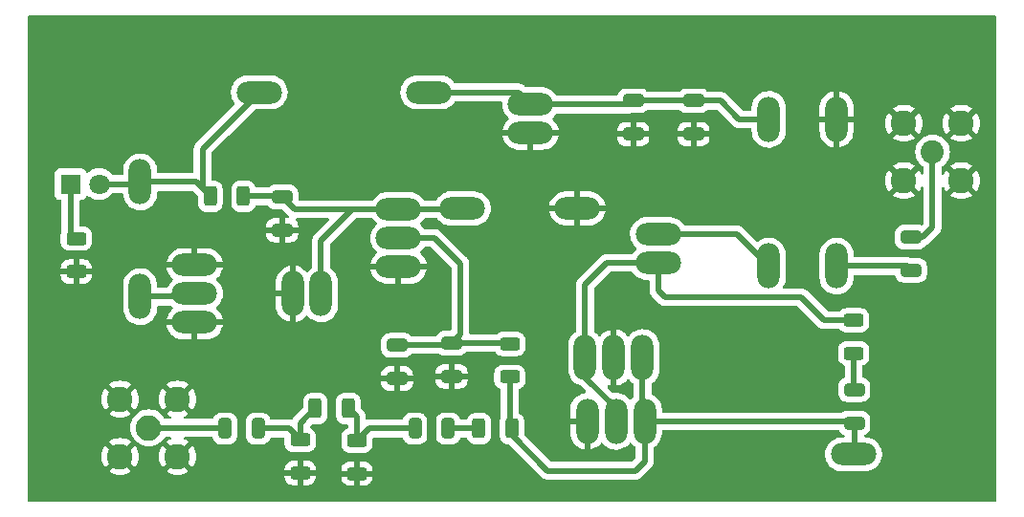
<source format=gbr>
%TF.GenerationSoftware,KiCad,Pcbnew,(6.0.7)*%
%TF.CreationDate,2023-01-18T15:46:22-05:00*%
%TF.ProjectId,Mosfet Test PCB,4d6f7366-6574-4205-9465-737420504342,rev?*%
%TF.SameCoordinates,Original*%
%TF.FileFunction,Copper,L1,Top*%
%TF.FilePolarity,Positive*%
%FSLAX46Y46*%
G04 Gerber Fmt 4.6, Leading zero omitted, Abs format (unit mm)*
G04 Created by KiCad (PCBNEW (6.0.7)) date 2023-01-18 15:46:22*
%MOMM*%
%LPD*%
G01*
G04 APERTURE LIST*
G04 Aperture macros list*
%AMRoundRect*
0 Rectangle with rounded corners*
0 $1 Rounding radius*
0 $2 $3 $4 $5 $6 $7 $8 $9 X,Y pos of 4 corners*
0 Add a 4 corners polygon primitive as box body*
4,1,4,$2,$3,$4,$5,$6,$7,$8,$9,$2,$3,0*
0 Add four circle primitives for the rounded corners*
1,1,$1+$1,$2,$3*
1,1,$1+$1,$4,$5*
1,1,$1+$1,$6,$7*
1,1,$1+$1,$8,$9*
0 Add four rect primitives between the rounded corners*
20,1,$1+$1,$2,$3,$4,$5,0*
20,1,$1+$1,$4,$5,$6,$7,0*
20,1,$1+$1,$6,$7,$8,$9,0*
20,1,$1+$1,$8,$9,$2,$3,0*%
G04 Aperture macros list end*
%TA.AperFunction,ComponentPad*%
%ADD10O,4.000000X2.000000*%
%TD*%
%TA.AperFunction,SMDPad,CuDef*%
%ADD11RoundRect,0.250000X-0.650000X0.325000X-0.650000X-0.325000X0.650000X-0.325000X0.650000X0.325000X0*%
%TD*%
%TA.AperFunction,SMDPad,CuDef*%
%ADD12RoundRect,0.250000X-0.325000X-0.650000X0.325000X-0.650000X0.325000X0.650000X-0.325000X0.650000X0*%
%TD*%
%TA.AperFunction,SMDPad,CuDef*%
%ADD13RoundRect,0.250000X0.312500X0.625000X-0.312500X0.625000X-0.312500X-0.625000X0.312500X-0.625000X0*%
%TD*%
%TA.AperFunction,SMDPad,CuDef*%
%ADD14C,2.050000*%
%TD*%
%TA.AperFunction,SMDPad,CuDef*%
%ADD15C,2.250000*%
%TD*%
%TA.AperFunction,ComponentPad*%
%ADD16O,2.000000X4.000000*%
%TD*%
%TA.AperFunction,SMDPad,CuDef*%
%ADD17RoundRect,0.250000X-0.625000X0.312500X-0.625000X-0.312500X0.625000X-0.312500X0.625000X0.312500X0*%
%TD*%
%TA.AperFunction,SMDPad,CuDef*%
%ADD18RoundRect,0.250000X-0.312500X-0.625000X0.312500X-0.625000X0.312500X0.625000X-0.312500X0.625000X0*%
%TD*%
%TA.AperFunction,SMDPad,CuDef*%
%ADD19RoundRect,0.250000X0.650000X-0.325000X0.650000X0.325000X-0.650000X0.325000X-0.650000X-0.325000X0*%
%TD*%
%TA.AperFunction,SMDPad,CuDef*%
%ADD20R,1.800000X1.800000*%
%TD*%
%TA.AperFunction,SMDPad,CuDef*%
%ADD21C,1.800000*%
%TD*%
%TA.AperFunction,Conductor*%
%ADD22C,0.550000*%
%TD*%
G04 APERTURE END LIST*
D10*
%TO.P,TP1,1,1*%
%TO.N,Net-(C7-Pad2)*%
X135001000Y-90360500D03*
%TD*%
D11*
%TO.P,C5,1*%
%TO.N,Net-(C5-Pad1)*%
X94615000Y-80694000D03*
%TO.P,C5,2*%
%TO.N,GND*%
X94615000Y-83644000D03*
%TD*%
%TO.P,C6,1*%
%TO.N,Net-(C5-Pad1)*%
X99441000Y-80503500D03*
%TO.P,C6,2*%
%TO.N,GND*%
X99441000Y-83453500D03*
%TD*%
%TO.P,C7,1*%
%TO.N,Net-(C7-Pad1)*%
X135064500Y-84631000D03*
%TO.P,C7,2*%
%TO.N,Net-(C7-Pad2)*%
X135064500Y-87581000D03*
%TD*%
D10*
%TO.P,RV1,1,1*%
%TO.N,GND*%
X94742000Y-73733500D03*
%TO.P,RV1,2,2*%
%TO.N,Net-(C5-Pad1)*%
X94742000Y-71193500D03*
%TO.P,RV1,3,3*%
%TO.N,Net-(C10-Pad1)*%
X94742000Y-68653500D03*
%TD*%
%TO.P,L1,1,1*%
%TO.N,TX12V*%
X82416000Y-58293000D03*
%TO.P,L1,2,2*%
%TO.N,M2_12V*%
X97416000Y-58293000D03*
%TD*%
D12*
%TO.P,C11,1*%
%TO.N,Net-(J1-Pad1)*%
X79375000Y-88074500D03*
%TO.P,C11,2*%
%TO.N,Net-(R1-Pad2)*%
X82325000Y-88074500D03*
%TD*%
%TO.P,C4,1*%
%TO.N,Net-(C4-Pad1)*%
X96188000Y-88074500D03*
%TO.P,C4,2*%
%TO.N,Net-(C4-Pad2)*%
X99138000Y-88074500D03*
%TD*%
D13*
%TO.P,R1,1*%
%TO.N,Net-(C4-Pad1)*%
X90299000Y-86296500D03*
%TO.P,R1,2*%
%TO.N,Net-(R1-Pad2)*%
X87374000Y-86296500D03*
%TD*%
D14*
%TO.P,J3,1,In*%
%TO.N,Net-(C9-Pad2)*%
X141986000Y-63563500D03*
D15*
%TO.P,J3,2,Ext*%
%TO.N,GND*%
X144526000Y-61023500D03*
X139446000Y-66103500D03*
X144526000Y-66103500D03*
X139446000Y-61023500D03*
%TD*%
D10*
%TO.P,D1,1,K*%
%TO.N,Net-(C10-Pad1)*%
X100393500Y-68580000D03*
%TO.P,D1,2,A*%
%TO.N,GND*%
X110553500Y-68580000D03*
%TD*%
D16*
%TO.P,Q1,3*%
%TO.N,Net-(J2-Pad2)*%
X111252000Y-81788000D03*
%TO.P,Q1,2*%
%TO.N,GND*%
X113792000Y-81788000D03*
%TO.P,Q1,1*%
%TO.N,Net-(C7-Pad2)*%
X116332000Y-81788000D03*
%TD*%
D11*
%TO.P,C3,1*%
%TO.N,M2_12V*%
X115506500Y-59040500D03*
%TO.P,C3,2*%
%TO.N,GND*%
X115506500Y-61990500D03*
%TD*%
D16*
%TO.P,D3,1,K*%
%TO.N,TX12V*%
X71882000Y-66230500D03*
%TO.P,D3,2,A*%
%TO.N,Net-(D3-Pad2)*%
X71882000Y-76390500D03*
%TD*%
D15*
%TO.P,J1,1,In*%
%TO.N,Net-(J1-Pad1)*%
X72644000Y-88011000D03*
%TO.P,J1,2,Ext*%
%TO.N,GND*%
X70104000Y-90551000D03*
X75184000Y-85471000D03*
X75184000Y-90551000D03*
X70104000Y-85471000D03*
%TD*%
D10*
%TO.P,J4,1,Pin_1*%
%TO.N,GND*%
X76708000Y-78676500D03*
%TO.P,J4,2,Pin_2*%
%TO.N,Net-(D3-Pad2)*%
X76708000Y-76136500D03*
%TO.P,J4,3,Pin_3*%
%TO.N,GND*%
X76708000Y-73596500D03*
%TD*%
D17*
%TO.P,R6,1*%
%TO.N,Net-(D2-Pad1)*%
X66230500Y-71243000D03*
%TO.P,R6,2*%
%TO.N,GND*%
X66230500Y-74168000D03*
%TD*%
%TO.P,R3,1*%
%TO.N,Net-(C5-Pad1)*%
X104584500Y-80579500D03*
%TO.P,R3,2*%
%TO.N,Net-(C7-Pad2)*%
X104584500Y-83504500D03*
%TD*%
D16*
%TO.P,Q2,1*%
%TO.N,GND*%
X111442500Y-87439500D03*
%TO.P,Q2,2*%
%TO.N,Net-(J2-Pad2)*%
X113982500Y-87439500D03*
%TO.P,Q2,3*%
%TO.N,Net-(C7-Pad2)*%
X116522500Y-87439500D03*
%TD*%
D11*
%TO.P,C1,1*%
%TO.N,M2_12V*%
X120840500Y-59040500D03*
%TO.P,C1,2*%
%TO.N,GND*%
X120840500Y-61990500D03*
%TD*%
D13*
%TO.P,R2,1*%
%TO.N,Net-(C7-Pad2)*%
X104777000Y-88074500D03*
%TO.P,R2,2*%
%TO.N,Net-(C4-Pad2)*%
X101852000Y-88074500D03*
%TD*%
D17*
%TO.P,R4,1*%
%TO.N,Net-(J2-Pad2)*%
X135001000Y-78484000D03*
%TO.P,R4,2*%
%TO.N,Net-(C7-Pad1)*%
X135001000Y-81409000D03*
%TD*%
D11*
%TO.P,C8,1*%
%TO.N,Net-(C10-Pad1)*%
X84455000Y-67549500D03*
%TO.P,C8,2*%
%TO.N,GND*%
X84455000Y-70499500D03*
%TD*%
D18*
%TO.P,R5,1*%
%TO.N,TX12V*%
X78103000Y-67500500D03*
%TO.P,R5,2*%
%TO.N,Net-(C10-Pad1)*%
X81028000Y-67500500D03*
%TD*%
D16*
%TO.P,T1,1,AA*%
%TO.N,M2_12V*%
X127492500Y-60683000D03*
%TO.P,T1,2,AB*%
%TO.N,Net-(J2-Pad1)*%
X127492500Y-73683000D03*
%TO.P,T1,3,SB*%
%TO.N,GND*%
X133492500Y-60683000D03*
%TO.P,T1,4,SA*%
%TO.N,Net-(C9-Pad1)*%
X133492500Y-73683000D03*
%TD*%
D17*
%TO.P,R7,1*%
%TO.N,Net-(R1-Pad2)*%
X86042500Y-89088500D03*
%TO.P,R7,2*%
%TO.N,GND*%
X86042500Y-92013500D03*
%TD*%
%TO.P,R8,1*%
%TO.N,Net-(C4-Pad1)*%
X91059000Y-89152000D03*
%TO.P,R8,2*%
%TO.N,GND*%
X91059000Y-92077000D03*
%TD*%
D10*
%TO.P,C2,2*%
%TO.N,GND*%
X106426000Y-61862849D03*
%TO.P,C2,1*%
%TO.N,M2_12V*%
X106426000Y-59362849D03*
%TD*%
D19*
%TO.P,C9,1*%
%TO.N,Net-(C9-Pad1)*%
X140081000Y-74055500D03*
%TO.P,C9,2*%
%TO.N,Net-(C9-Pad2)*%
X140081000Y-71105500D03*
%TD*%
D10*
%TO.P,J2,1,Pin_1*%
%TO.N,Net-(J2-Pad1)*%
X117729000Y-70861000D03*
%TO.P,J2,2,Pin_2*%
%TO.N,Net-(J2-Pad2)*%
X117729000Y-73401000D03*
%TD*%
D16*
%TO.P,C10,2*%
%TO.N,GND*%
X85384000Y-76136500D03*
%TO.P,C10,1*%
%TO.N,Net-(C10-Pad1)*%
X87884000Y-76136500D03*
%TD*%
D20*
%TO.P,D2,1,K*%
%TO.N,Net-(D2-Pad1)*%
X65722500Y-66421000D03*
D21*
%TO.P,D2,2,A*%
%TO.N,TX12V*%
X68262500Y-66421000D03*
%TD*%
D22*
%TO.N,Net-(C7-Pad2)*%
X134923000Y-87439500D02*
X116522500Y-87439500D01*
X135064500Y-87581000D02*
X134923000Y-87439500D01*
X135064500Y-87581000D02*
X135064500Y-90297000D01*
X135064500Y-90297000D02*
X135001000Y-90360500D01*
X115697000Y-91821000D02*
X116522500Y-90995500D01*
X107950000Y-91821000D02*
X115697000Y-91821000D01*
X116522500Y-90995500D02*
X116522500Y-87439500D01*
X104777000Y-88074500D02*
X104777000Y-88648000D01*
X104777000Y-88648000D02*
X107950000Y-91821000D01*
%TO.N,Net-(J2-Pad1)*%
X117729000Y-70861000D02*
X124670500Y-70861000D01*
X124670500Y-70861000D02*
X127492500Y-73683000D01*
%TO.N,Net-(J2-Pad2)*%
X118364000Y-76454000D02*
X117729000Y-75819000D01*
X130365500Y-76454000D02*
X118364000Y-76454000D01*
X132395500Y-78484000D02*
X130365500Y-76454000D01*
X135001000Y-78484000D02*
X132395500Y-78484000D01*
X117729000Y-75819000D02*
X117729000Y-73401000D01*
X113162000Y-73401000D02*
X117729000Y-73401000D01*
X111252000Y-81788000D02*
X111252000Y-75311000D01*
X111252000Y-75311000D02*
X113162000Y-73401000D01*
%TO.N,Net-(C5-Pad1)*%
X100203000Y-79741500D02*
X99441000Y-80503500D01*
X100203000Y-73469500D02*
X100203000Y-79741500D01*
X97927000Y-71193500D02*
X100203000Y-73469500D01*
X94742000Y-71193500D02*
X97927000Y-71193500D01*
%TO.N,Net-(C9-Pad2)*%
X141986000Y-70231000D02*
X141111500Y-71105500D01*
X141986000Y-63563500D02*
X141986000Y-70231000D01*
X141111500Y-71105500D02*
X140081000Y-71105500D01*
%TO.N,M2_12V*%
X115184151Y-59362849D02*
X106426000Y-59362849D01*
X115506500Y-59040500D02*
X115184151Y-59362849D01*
X120840500Y-59040500D02*
X115506500Y-59040500D01*
X123239000Y-59040500D02*
X120840500Y-59040500D01*
X124881500Y-60683000D02*
X123239000Y-59040500D01*
X127492500Y-60683000D02*
X124881500Y-60683000D01*
X105356151Y-58293000D02*
X106426000Y-59362849D01*
X97416000Y-58293000D02*
X105356151Y-58293000D01*
%TO.N,TX12V*%
X77406500Y-63309500D02*
X77406500Y-66804000D01*
X77596000Y-66993500D02*
X76833000Y-66230500D01*
X77406500Y-66804000D02*
X77596000Y-66993500D01*
X82416000Y-58300000D02*
X77406500Y-63309500D01*
X82416000Y-58293000D02*
X82416000Y-58300000D01*
X78103000Y-67500500D02*
X77596000Y-66993500D01*
X76833000Y-66230500D02*
X71882000Y-66230500D01*
%TO.N,Net-(D2-Pad1)*%
X65722500Y-70735000D02*
X66230500Y-71243000D01*
X65722500Y-66421000D02*
X65722500Y-70735000D01*
%TO.N,TX12V*%
X71691500Y-66421000D02*
X71882000Y-66230500D01*
X68262500Y-66421000D02*
X71691500Y-66421000D01*
%TO.N,Net-(D3-Pad2)*%
X76454000Y-76390500D02*
X76708000Y-76136500D01*
X71882000Y-76390500D02*
X76454000Y-76390500D01*
%TO.N,Net-(C10-Pad1)*%
X94742000Y-68653500D02*
X100320000Y-68653500D01*
X100320000Y-68653500D02*
X100393500Y-68580000D01*
X84406000Y-67500500D02*
X84455000Y-67549500D01*
X81028000Y-67500500D02*
X84406000Y-67500500D01*
X85559000Y-68653500D02*
X91112500Y-68653500D01*
X91112500Y-68653500D02*
X94742000Y-68653500D01*
X90668000Y-68653500D02*
X91112500Y-68653500D01*
X84455000Y-67549500D02*
X85559000Y-68653500D01*
X87884000Y-71437500D02*
X90668000Y-68653500D01*
X87884000Y-76136500D02*
X87884000Y-71437500D01*
%TO.N,Net-(C9-Pad1)*%
X139708500Y-73683000D02*
X140081000Y-74055500D01*
X133492500Y-73683000D02*
X139708500Y-73683000D01*
%TO.N,Net-(C7-Pad2)*%
X116332000Y-87249000D02*
X116522500Y-87439500D01*
X116332000Y-81788000D02*
X116332000Y-87249000D01*
%TO.N,Net-(C7-Pad1)*%
X135001000Y-84504000D02*
X135064500Y-84567500D01*
X135001000Y-81409000D02*
X135001000Y-84504000D01*
%TO.N,Net-(J2-Pad2)*%
X111252000Y-83566000D02*
X111252000Y-81788000D01*
X113982500Y-86296500D02*
X111252000Y-83566000D01*
X113982500Y-87439500D02*
X113982500Y-86296500D01*
%TO.N,Net-(C5-Pad1)*%
X104508500Y-80503500D02*
X104584500Y-80579500D01*
X99441000Y-80503500D02*
X104508500Y-80503500D01*
X94615000Y-80694000D02*
X99250500Y-80694000D01*
X99250500Y-80694000D02*
X99441000Y-80503500D01*
%TO.N,Net-(C7-Pad2)*%
X104584500Y-87882000D02*
X104777000Y-88074500D01*
X104584500Y-83504500D02*
X104584500Y-87882000D01*
%TO.N,Net-(C4-Pad2)*%
X99138000Y-88074500D02*
X101852000Y-88074500D01*
%TO.N,Net-(C4-Pad1)*%
X92136500Y-88074500D02*
X91059000Y-89152000D01*
X96188000Y-88074500D02*
X92136500Y-88074500D01*
X91059000Y-87056500D02*
X90299000Y-86296500D01*
X91059000Y-89152000D02*
X91059000Y-87056500D01*
%TO.N,Net-(R1-Pad2)*%
X86042500Y-89088500D02*
X86042500Y-87628000D01*
X86042500Y-87628000D02*
X87374000Y-86296500D01*
X85028500Y-88074500D02*
X86042500Y-89088500D01*
X82325000Y-88074500D02*
X85028500Y-88074500D01*
%TO.N,Net-(J1-Pad1)*%
X79311500Y-88011000D02*
X79375000Y-88074500D01*
X72644000Y-88011000D02*
X79311500Y-88011000D01*
%TD*%
%TA.AperFunction,Conductor*%
%TO.N,GND*%
G36*
X147579121Y-51519002D02*
G01*
X147625614Y-51572658D01*
X147637000Y-51625000D01*
X147637000Y-94425000D01*
X147616998Y-94493121D01*
X147563342Y-94539614D01*
X147511000Y-94551000D01*
X62039000Y-94551000D01*
X61970879Y-94530998D01*
X61924386Y-94477342D01*
X61913000Y-94425000D01*
X61913000Y-92373095D01*
X84659501Y-92373095D01*
X84659838Y-92379614D01*
X84669757Y-92475206D01*
X84672649Y-92488600D01*
X84724088Y-92642784D01*
X84730261Y-92655962D01*
X84815563Y-92793807D01*
X84824599Y-92805208D01*
X84939329Y-92919739D01*
X84950740Y-92928751D01*
X85088743Y-93013816D01*
X85101924Y-93019963D01*
X85256210Y-93071138D01*
X85269586Y-93074005D01*
X85363938Y-93083672D01*
X85370354Y-93084000D01*
X85770385Y-93084000D01*
X85785624Y-93079525D01*
X85786829Y-93078135D01*
X85788500Y-93070452D01*
X85788500Y-93065884D01*
X86296500Y-93065884D01*
X86300975Y-93081123D01*
X86302365Y-93082328D01*
X86310048Y-93083999D01*
X86714595Y-93083999D01*
X86721114Y-93083662D01*
X86816706Y-93073743D01*
X86830100Y-93070851D01*
X86984284Y-93019412D01*
X86997462Y-93013239D01*
X87135307Y-92927937D01*
X87146708Y-92918901D01*
X87261239Y-92804171D01*
X87270251Y-92792760D01*
X87355316Y-92654757D01*
X87361463Y-92641576D01*
X87412638Y-92487290D01*
X87415505Y-92473914D01*
X87419329Y-92436595D01*
X89676001Y-92436595D01*
X89676338Y-92443114D01*
X89686257Y-92538706D01*
X89689149Y-92552100D01*
X89740588Y-92706284D01*
X89746761Y-92719462D01*
X89832063Y-92857307D01*
X89841099Y-92868708D01*
X89955829Y-92983239D01*
X89967240Y-92992251D01*
X90105243Y-93077316D01*
X90118424Y-93083463D01*
X90272710Y-93134638D01*
X90286086Y-93137505D01*
X90380438Y-93147172D01*
X90386854Y-93147500D01*
X90786885Y-93147500D01*
X90802124Y-93143025D01*
X90803329Y-93141635D01*
X90805000Y-93133952D01*
X90805000Y-93129384D01*
X91313000Y-93129384D01*
X91317475Y-93144623D01*
X91318865Y-93145828D01*
X91326548Y-93147499D01*
X91731095Y-93147499D01*
X91737614Y-93147162D01*
X91833206Y-93137243D01*
X91846600Y-93134351D01*
X92000784Y-93082912D01*
X92013962Y-93076739D01*
X92151807Y-92991437D01*
X92163208Y-92982401D01*
X92277739Y-92867671D01*
X92286751Y-92856260D01*
X92371816Y-92718257D01*
X92377963Y-92705076D01*
X92429138Y-92550790D01*
X92432005Y-92537414D01*
X92441672Y-92443062D01*
X92442000Y-92436646D01*
X92442000Y-92349115D01*
X92437525Y-92333876D01*
X92436135Y-92332671D01*
X92428452Y-92331000D01*
X91331115Y-92331000D01*
X91315876Y-92335475D01*
X91314671Y-92336865D01*
X91313000Y-92344548D01*
X91313000Y-93129384D01*
X90805000Y-93129384D01*
X90805000Y-92349115D01*
X90800525Y-92333876D01*
X90799135Y-92332671D01*
X90791452Y-92331000D01*
X89694116Y-92331000D01*
X89678877Y-92335475D01*
X89677672Y-92336865D01*
X89676001Y-92344548D01*
X89676001Y-92436595D01*
X87419329Y-92436595D01*
X87425172Y-92379562D01*
X87425500Y-92373146D01*
X87425500Y-92285615D01*
X87421025Y-92270376D01*
X87419635Y-92269171D01*
X87411952Y-92267500D01*
X86314615Y-92267500D01*
X86299376Y-92271975D01*
X86298171Y-92273365D01*
X86296500Y-92281048D01*
X86296500Y-93065884D01*
X85788500Y-93065884D01*
X85788500Y-92285615D01*
X85784025Y-92270376D01*
X85782635Y-92269171D01*
X85774952Y-92267500D01*
X84677616Y-92267500D01*
X84662377Y-92271975D01*
X84661172Y-92273365D01*
X84659501Y-92281048D01*
X84659501Y-92373095D01*
X61913000Y-92373095D01*
X61913000Y-91875471D01*
X69144884Y-91875471D01*
X69148570Y-91880740D01*
X69356121Y-92007927D01*
X69364915Y-92012408D01*
X69593242Y-92106984D01*
X69602627Y-92110033D01*
X69842940Y-92167728D01*
X69852687Y-92169271D01*
X70099070Y-92188662D01*
X70108930Y-92188662D01*
X70355313Y-92169271D01*
X70365060Y-92167728D01*
X70605373Y-92110033D01*
X70614758Y-92106984D01*
X70843085Y-92012408D01*
X70851879Y-92007927D01*
X71057928Y-91881660D01*
X71061968Y-91875471D01*
X74224884Y-91875471D01*
X74228570Y-91880740D01*
X74436121Y-92007927D01*
X74444915Y-92012408D01*
X74673242Y-92106984D01*
X74682627Y-92110033D01*
X74922940Y-92167728D01*
X74932687Y-92169271D01*
X75179070Y-92188662D01*
X75188930Y-92188662D01*
X75435313Y-92169271D01*
X75445060Y-92167728D01*
X75685373Y-92110033D01*
X75694758Y-92106984D01*
X75923085Y-92012408D01*
X75931879Y-92007927D01*
X76137928Y-91881660D01*
X76143190Y-91873599D01*
X76137183Y-91863393D01*
X76078675Y-91804885D01*
X89676000Y-91804885D01*
X89680475Y-91820124D01*
X89681865Y-91821329D01*
X89689548Y-91823000D01*
X90786885Y-91823000D01*
X90802124Y-91818525D01*
X90803329Y-91817135D01*
X90805000Y-91809452D01*
X90805000Y-91804885D01*
X91313000Y-91804885D01*
X91317475Y-91820124D01*
X91318865Y-91821329D01*
X91326548Y-91823000D01*
X92423884Y-91823000D01*
X92439123Y-91818525D01*
X92440328Y-91817135D01*
X92441999Y-91809452D01*
X92441999Y-91717405D01*
X92441662Y-91710886D01*
X92431743Y-91615294D01*
X92428851Y-91601900D01*
X92377412Y-91447716D01*
X92371239Y-91434538D01*
X92285937Y-91296693D01*
X92276901Y-91285292D01*
X92162171Y-91170761D01*
X92150760Y-91161749D01*
X92012757Y-91076684D01*
X91999576Y-91070537D01*
X91845290Y-91019362D01*
X91831914Y-91016495D01*
X91737562Y-91006828D01*
X91731145Y-91006500D01*
X91331115Y-91006500D01*
X91315876Y-91010975D01*
X91314671Y-91012365D01*
X91313000Y-91020048D01*
X91313000Y-91804885D01*
X90805000Y-91804885D01*
X90805000Y-91024616D01*
X90800525Y-91009377D01*
X90799135Y-91008172D01*
X90791452Y-91006501D01*
X90386905Y-91006501D01*
X90380386Y-91006838D01*
X90284794Y-91016757D01*
X90271400Y-91019649D01*
X90117216Y-91071088D01*
X90104038Y-91077261D01*
X89966193Y-91162563D01*
X89954792Y-91171599D01*
X89840261Y-91286329D01*
X89831249Y-91297740D01*
X89746184Y-91435743D01*
X89740037Y-91448924D01*
X89688862Y-91603210D01*
X89685995Y-91616586D01*
X89676328Y-91710938D01*
X89676000Y-91717355D01*
X89676000Y-91804885D01*
X76078675Y-91804885D01*
X76015175Y-91741385D01*
X84659500Y-91741385D01*
X84663975Y-91756624D01*
X84665365Y-91757829D01*
X84673048Y-91759500D01*
X85770385Y-91759500D01*
X85785624Y-91755025D01*
X85786829Y-91753635D01*
X85788500Y-91745952D01*
X85788500Y-91741385D01*
X86296500Y-91741385D01*
X86300975Y-91756624D01*
X86302365Y-91757829D01*
X86310048Y-91759500D01*
X87407384Y-91759500D01*
X87422623Y-91755025D01*
X87423828Y-91753635D01*
X87425499Y-91745952D01*
X87425499Y-91653905D01*
X87425162Y-91647386D01*
X87415243Y-91551794D01*
X87412351Y-91538400D01*
X87360912Y-91384216D01*
X87354739Y-91371038D01*
X87269437Y-91233193D01*
X87260401Y-91221792D01*
X87145671Y-91107261D01*
X87134260Y-91098249D01*
X86996257Y-91013184D01*
X86983076Y-91007037D01*
X86828790Y-90955862D01*
X86815414Y-90952995D01*
X86721062Y-90943328D01*
X86714645Y-90943000D01*
X86314615Y-90943000D01*
X86299376Y-90947475D01*
X86298171Y-90948865D01*
X86296500Y-90956548D01*
X86296500Y-91741385D01*
X85788500Y-91741385D01*
X85788500Y-90961116D01*
X85784025Y-90945877D01*
X85782635Y-90944672D01*
X85774952Y-90943001D01*
X85370405Y-90943001D01*
X85363886Y-90943338D01*
X85268294Y-90953257D01*
X85254900Y-90956149D01*
X85100716Y-91007588D01*
X85087538Y-91013761D01*
X84949693Y-91099063D01*
X84938292Y-91108099D01*
X84823761Y-91222829D01*
X84814749Y-91234240D01*
X84729684Y-91372243D01*
X84723537Y-91385424D01*
X84672362Y-91539710D01*
X84669495Y-91553086D01*
X84659828Y-91647438D01*
X84659500Y-91653855D01*
X84659500Y-91741385D01*
X76015175Y-91741385D01*
X75196812Y-90923022D01*
X75182868Y-90915408D01*
X75181035Y-90915539D01*
X75174420Y-90919790D01*
X74232276Y-91861934D01*
X74224884Y-91875471D01*
X71061968Y-91875471D01*
X71063190Y-91873599D01*
X71057183Y-91863393D01*
X70116812Y-90923022D01*
X70102868Y-90915408D01*
X70101035Y-90915539D01*
X70094420Y-90919790D01*
X69152276Y-91861934D01*
X69144884Y-91875471D01*
X61913000Y-91875471D01*
X61913000Y-90555930D01*
X68466338Y-90555930D01*
X68485729Y-90802313D01*
X68487272Y-90812060D01*
X68544967Y-91052373D01*
X68548016Y-91061758D01*
X68642592Y-91290085D01*
X68647073Y-91298879D01*
X68773340Y-91504928D01*
X68781401Y-91510190D01*
X68791607Y-91504183D01*
X69731978Y-90563812D01*
X69738356Y-90552132D01*
X70468408Y-90552132D01*
X70468539Y-90553965D01*
X70472790Y-90560580D01*
X71414934Y-91502724D01*
X71428471Y-91510116D01*
X71433740Y-91506430D01*
X71560927Y-91298879D01*
X71565408Y-91290085D01*
X71659984Y-91061758D01*
X71663033Y-91052373D01*
X71720728Y-90812060D01*
X71722271Y-90802313D01*
X71741662Y-90555930D01*
X73546338Y-90555930D01*
X73565729Y-90802313D01*
X73567272Y-90812060D01*
X73624967Y-91052373D01*
X73628016Y-91061758D01*
X73722592Y-91290085D01*
X73727073Y-91298879D01*
X73853340Y-91504928D01*
X73861401Y-91510190D01*
X73871607Y-91504183D01*
X74811978Y-90563812D01*
X74818356Y-90552132D01*
X75548408Y-90552132D01*
X75548539Y-90553965D01*
X75552790Y-90560580D01*
X76494934Y-91502724D01*
X76508471Y-91510116D01*
X76513740Y-91506430D01*
X76640927Y-91298879D01*
X76645408Y-91290085D01*
X76739984Y-91061758D01*
X76743033Y-91052373D01*
X76800728Y-90812060D01*
X76802271Y-90802313D01*
X76821662Y-90555930D01*
X76821662Y-90546070D01*
X76802271Y-90299687D01*
X76800728Y-90289940D01*
X76743033Y-90049627D01*
X76739984Y-90040242D01*
X76645408Y-89811915D01*
X76640927Y-89803121D01*
X76514660Y-89597072D01*
X76506599Y-89591810D01*
X76496393Y-89597817D01*
X75556022Y-90538188D01*
X75548408Y-90552132D01*
X74818356Y-90552132D01*
X74819592Y-90549868D01*
X74819461Y-90548035D01*
X74815210Y-90541420D01*
X73873066Y-89599276D01*
X73859529Y-89591884D01*
X73854260Y-89595570D01*
X73727073Y-89803121D01*
X73722592Y-89811915D01*
X73628016Y-90040242D01*
X73624967Y-90049627D01*
X73567272Y-90289940D01*
X73565729Y-90299687D01*
X73546338Y-90546070D01*
X73546338Y-90555930D01*
X71741662Y-90555930D01*
X71741662Y-90546070D01*
X71722271Y-90299687D01*
X71720728Y-90289940D01*
X71663033Y-90049627D01*
X71659984Y-90040242D01*
X71565408Y-89811915D01*
X71560927Y-89803121D01*
X71434660Y-89597072D01*
X71426599Y-89591810D01*
X71416393Y-89597817D01*
X70476022Y-90538188D01*
X70468408Y-90552132D01*
X69738356Y-90552132D01*
X69739592Y-90549868D01*
X69739461Y-90548035D01*
X69735210Y-90541420D01*
X68793066Y-89599276D01*
X68779529Y-89591884D01*
X68774260Y-89595570D01*
X68647073Y-89803121D01*
X68642592Y-89811915D01*
X68548016Y-90040242D01*
X68544967Y-90049627D01*
X68487272Y-90289940D01*
X68485729Y-90299687D01*
X68466338Y-90546070D01*
X68466338Y-90555930D01*
X61913000Y-90555930D01*
X61913000Y-89228401D01*
X69144810Y-89228401D01*
X69150817Y-89238607D01*
X70091188Y-90178978D01*
X70105132Y-90186592D01*
X70106965Y-90186461D01*
X70113580Y-90182210D01*
X71055724Y-89240066D01*
X71063116Y-89226529D01*
X71059430Y-89221260D01*
X70851879Y-89094073D01*
X70843085Y-89089592D01*
X70614758Y-88995016D01*
X70605373Y-88991967D01*
X70365060Y-88934272D01*
X70355313Y-88932729D01*
X70108930Y-88913338D01*
X70099070Y-88913338D01*
X69852687Y-88932729D01*
X69842940Y-88934272D01*
X69602627Y-88991967D01*
X69593242Y-88995016D01*
X69364915Y-89089592D01*
X69356121Y-89094073D01*
X69150072Y-89220340D01*
X69144810Y-89228401D01*
X61913000Y-89228401D01*
X61913000Y-88011000D01*
X71005449Y-88011000D01*
X71025622Y-88267326D01*
X71026776Y-88272133D01*
X71026777Y-88272139D01*
X71052505Y-88379303D01*
X71085645Y-88517340D01*
X71087538Y-88521911D01*
X71087539Y-88521913D01*
X71180642Y-88746683D01*
X71184040Y-88754887D01*
X71318384Y-88974116D01*
X71485369Y-89169631D01*
X71680884Y-89336616D01*
X71900113Y-89470960D01*
X71904683Y-89472853D01*
X71904687Y-89472855D01*
X72124017Y-89563704D01*
X72137660Y-89569355D01*
X72224502Y-89590204D01*
X72382861Y-89628223D01*
X72382867Y-89628224D01*
X72387674Y-89629378D01*
X72644000Y-89649551D01*
X72900326Y-89629378D01*
X72905133Y-89628224D01*
X72905139Y-89628223D01*
X73063498Y-89590204D01*
X73150340Y-89569355D01*
X73163983Y-89563704D01*
X73383313Y-89472855D01*
X73383317Y-89472853D01*
X73387887Y-89470960D01*
X73607116Y-89336616D01*
X73802631Y-89169631D01*
X73969616Y-88974116D01*
X74018320Y-88894638D01*
X74042816Y-88854665D01*
X74095464Y-88807034D01*
X74150249Y-88794500D01*
X74523886Y-88794500D01*
X74592007Y-88814502D01*
X74638500Y-88868158D01*
X74648604Y-88938432D01*
X74619110Y-89003012D01*
X74572104Y-89036909D01*
X74444915Y-89089592D01*
X74436121Y-89094073D01*
X74230072Y-89220340D01*
X74224810Y-89228401D01*
X74230817Y-89238607D01*
X75171188Y-90178978D01*
X75185132Y-90186592D01*
X75186965Y-90186461D01*
X75193580Y-90182210D01*
X76135724Y-89240066D01*
X76143116Y-89226529D01*
X76139430Y-89221260D01*
X75931879Y-89094073D01*
X75923085Y-89089592D01*
X75795896Y-89036909D01*
X75740615Y-88992361D01*
X75718194Y-88924997D01*
X75735752Y-88856206D01*
X75787714Y-88807828D01*
X75844114Y-88794500D01*
X78182941Y-88794500D01*
X78251062Y-88814502D01*
X78297555Y-88868158D01*
X78301774Y-88880900D01*
X78302474Y-88880666D01*
X78358450Y-89048446D01*
X78451522Y-89198848D01*
X78576697Y-89323805D01*
X78582927Y-89327645D01*
X78582928Y-89327646D01*
X78720090Y-89412194D01*
X78727262Y-89416615D01*
X78807005Y-89443064D01*
X78888611Y-89470132D01*
X78888613Y-89470132D01*
X78895139Y-89472297D01*
X78901975Y-89472997D01*
X78901978Y-89472998D01*
X78945031Y-89477409D01*
X78999600Y-89483000D01*
X79750400Y-89483000D01*
X79753646Y-89482663D01*
X79753650Y-89482663D01*
X79849308Y-89472738D01*
X79849312Y-89472737D01*
X79856166Y-89472026D01*
X79862702Y-89469845D01*
X79862704Y-89469845D01*
X79994806Y-89425772D01*
X80023946Y-89416050D01*
X80174348Y-89322978D01*
X80299305Y-89197803D01*
X80303146Y-89191572D01*
X80388275Y-89053468D01*
X80388276Y-89053466D01*
X80392115Y-89047238D01*
X80432660Y-88924997D01*
X80445632Y-88885889D01*
X80445632Y-88885887D01*
X80447797Y-88879361D01*
X80450170Y-88856206D01*
X80455126Y-88807828D01*
X80458500Y-88774900D01*
X81241500Y-88774900D01*
X81241837Y-88778146D01*
X81241837Y-88778150D01*
X81251304Y-88869386D01*
X81252474Y-88880666D01*
X81254655Y-88887202D01*
X81254655Y-88887204D01*
X81290624Y-88995016D01*
X81308450Y-89048446D01*
X81401522Y-89198848D01*
X81526697Y-89323805D01*
X81532927Y-89327645D01*
X81532928Y-89327646D01*
X81670090Y-89412194D01*
X81677262Y-89416615D01*
X81757005Y-89443064D01*
X81838611Y-89470132D01*
X81838613Y-89470132D01*
X81845139Y-89472297D01*
X81851975Y-89472997D01*
X81851978Y-89472998D01*
X81895031Y-89477409D01*
X81949600Y-89483000D01*
X82700400Y-89483000D01*
X82703646Y-89482663D01*
X82703650Y-89482663D01*
X82799308Y-89472738D01*
X82799312Y-89472737D01*
X82806166Y-89472026D01*
X82812702Y-89469845D01*
X82812704Y-89469845D01*
X82944806Y-89425772D01*
X82973946Y-89416050D01*
X83124348Y-89322978D01*
X83249305Y-89197803D01*
X83253146Y-89191572D01*
X83338275Y-89053468D01*
X83338276Y-89053466D01*
X83342115Y-89047238D01*
X83376247Y-88944333D01*
X83416678Y-88885973D01*
X83482242Y-88858736D01*
X83495840Y-88858000D01*
X84533000Y-88858000D01*
X84601121Y-88878002D01*
X84647614Y-88931658D01*
X84659000Y-88984000D01*
X84659000Y-89451400D01*
X84659337Y-89454646D01*
X84659337Y-89454650D01*
X84667260Y-89531004D01*
X84669974Y-89557166D01*
X84672155Y-89563702D01*
X84672155Y-89563704D01*
X84694066Y-89629378D01*
X84725950Y-89724946D01*
X84819022Y-89875348D01*
X84944197Y-90000305D01*
X84950427Y-90004145D01*
X84950428Y-90004146D01*
X85087590Y-90088694D01*
X85094762Y-90093115D01*
X85174505Y-90119564D01*
X85256111Y-90146632D01*
X85256113Y-90146632D01*
X85262639Y-90148797D01*
X85269475Y-90149497D01*
X85269478Y-90149498D01*
X85312531Y-90153909D01*
X85367100Y-90159500D01*
X86717900Y-90159500D01*
X86721146Y-90159163D01*
X86721150Y-90159163D01*
X86816808Y-90149238D01*
X86816812Y-90149237D01*
X86823666Y-90148526D01*
X86830202Y-90146345D01*
X86830204Y-90146345D01*
X86962306Y-90102272D01*
X86991446Y-90092550D01*
X87141848Y-89999478D01*
X87266805Y-89874303D01*
X87289287Y-89837831D01*
X87355775Y-89729968D01*
X87355776Y-89729966D01*
X87359615Y-89723738D01*
X87392070Y-89625889D01*
X87413132Y-89562389D01*
X87413132Y-89562387D01*
X87415297Y-89555861D01*
X87418562Y-89524000D01*
X87421351Y-89496778D01*
X87426000Y-89451400D01*
X87426000Y-88725600D01*
X87421073Y-88678111D01*
X87415738Y-88626692D01*
X87415737Y-88626688D01*
X87415026Y-88619834D01*
X87410547Y-88606407D01*
X87361368Y-88459002D01*
X87359050Y-88452054D01*
X87265978Y-88301652D01*
X87140803Y-88176695D01*
X87051238Y-88121486D01*
X86996468Y-88087725D01*
X86996466Y-88087724D01*
X86990238Y-88083885D01*
X86962100Y-88074552D01*
X86903740Y-88034121D01*
X86876503Y-87968557D01*
X86889037Y-87898675D01*
X86912672Y-87865864D01*
X87061631Y-87716905D01*
X87123943Y-87682879D01*
X87150726Y-87680000D01*
X87736900Y-87680000D01*
X87740146Y-87679663D01*
X87740150Y-87679663D01*
X87835808Y-87669738D01*
X87835812Y-87669737D01*
X87842666Y-87669026D01*
X87849202Y-87666845D01*
X87849204Y-87666845D01*
X87981306Y-87622772D01*
X88010446Y-87613050D01*
X88160848Y-87519978D01*
X88285805Y-87394803D01*
X88289646Y-87388572D01*
X88374775Y-87250468D01*
X88374776Y-87250466D01*
X88378615Y-87244238D01*
X88422893Y-87110743D01*
X88432132Y-87082889D01*
X88432132Y-87082887D01*
X88434297Y-87076361D01*
X88435102Y-87068510D01*
X88443648Y-86985091D01*
X88445000Y-86971900D01*
X89228000Y-86971900D01*
X89228337Y-86975146D01*
X89228337Y-86975150D01*
X89237980Y-87068085D01*
X89238974Y-87077666D01*
X89241155Y-87084202D01*
X89241155Y-87084204D01*
X89282407Y-87207850D01*
X89294950Y-87245446D01*
X89388022Y-87395848D01*
X89513197Y-87520805D01*
X89519427Y-87524645D01*
X89519428Y-87524646D01*
X89656590Y-87609194D01*
X89663762Y-87613615D01*
X89743505Y-87640064D01*
X89825111Y-87667132D01*
X89825113Y-87667132D01*
X89831639Y-87669297D01*
X89838475Y-87669997D01*
X89838478Y-87669998D01*
X89881531Y-87674409D01*
X89936100Y-87680000D01*
X90149500Y-87680000D01*
X90217621Y-87700002D01*
X90264114Y-87753658D01*
X90275500Y-87806000D01*
X90275500Y-88001962D01*
X90255498Y-88070083D01*
X90201842Y-88116576D01*
X90189376Y-88121486D01*
X90110054Y-88147950D01*
X89959652Y-88241022D01*
X89834695Y-88366197D01*
X89830855Y-88372427D01*
X89830854Y-88372428D01*
X89746580Y-88509146D01*
X89741885Y-88516762D01*
X89739581Y-88523709D01*
X89688955Y-88676343D01*
X89686203Y-88684639D01*
X89685503Y-88691475D01*
X89685502Y-88691478D01*
X89681091Y-88734531D01*
X89675500Y-88789100D01*
X89675500Y-89514900D01*
X89675837Y-89518146D01*
X89675837Y-89518150D01*
X89685675Y-89612964D01*
X89686474Y-89620666D01*
X89688655Y-89627202D01*
X89688655Y-89627204D01*
X89716712Y-89711301D01*
X89742450Y-89788446D01*
X89835522Y-89938848D01*
X89840704Y-89944021D01*
X89848683Y-89951986D01*
X89960697Y-90063805D01*
X89966927Y-90067645D01*
X89966928Y-90067646D01*
X90104090Y-90152194D01*
X90111262Y-90156615D01*
X90178685Y-90178978D01*
X90272611Y-90210132D01*
X90272613Y-90210132D01*
X90279139Y-90212297D01*
X90285975Y-90212997D01*
X90285978Y-90212998D01*
X90329031Y-90217409D01*
X90383600Y-90223000D01*
X91734400Y-90223000D01*
X91737646Y-90222663D01*
X91737650Y-90222663D01*
X91833308Y-90212738D01*
X91833312Y-90212737D01*
X91840166Y-90212026D01*
X91846702Y-90209845D01*
X91846704Y-90209845D01*
X91998615Y-90159163D01*
X92007946Y-90156050D01*
X92158348Y-90062978D01*
X92283305Y-89937803D01*
X92291705Y-89924176D01*
X92372275Y-89793468D01*
X92372276Y-89793466D01*
X92376115Y-89787238D01*
X92412145Y-89678610D01*
X92429632Y-89625889D01*
X92429632Y-89625887D01*
X92431797Y-89619361D01*
X92434005Y-89597817D01*
X92441531Y-89524358D01*
X92442500Y-89514900D01*
X92442500Y-88984000D01*
X92462502Y-88915879D01*
X92516158Y-88869386D01*
X92568500Y-88858000D01*
X95017121Y-88858000D01*
X95085242Y-88878002D01*
X95131735Y-88931658D01*
X95136644Y-88944123D01*
X95167601Y-89036909D01*
X95171450Y-89048446D01*
X95264522Y-89198848D01*
X95389697Y-89323805D01*
X95395927Y-89327645D01*
X95395928Y-89327646D01*
X95533090Y-89412194D01*
X95540262Y-89416615D01*
X95620005Y-89443064D01*
X95701611Y-89470132D01*
X95701613Y-89470132D01*
X95708139Y-89472297D01*
X95714975Y-89472997D01*
X95714978Y-89472998D01*
X95758031Y-89477409D01*
X95812600Y-89483000D01*
X96563400Y-89483000D01*
X96566646Y-89482663D01*
X96566650Y-89482663D01*
X96662308Y-89472738D01*
X96662312Y-89472737D01*
X96669166Y-89472026D01*
X96675702Y-89469845D01*
X96675704Y-89469845D01*
X96807806Y-89425772D01*
X96836946Y-89416050D01*
X96987348Y-89322978D01*
X97112305Y-89197803D01*
X97116146Y-89191572D01*
X97201275Y-89053468D01*
X97201276Y-89053466D01*
X97205115Y-89047238D01*
X97245660Y-88924997D01*
X97258632Y-88885889D01*
X97258632Y-88885887D01*
X97260797Y-88879361D01*
X97263170Y-88856206D01*
X97268126Y-88807828D01*
X97271500Y-88774900D01*
X98054500Y-88774900D01*
X98054837Y-88778146D01*
X98054837Y-88778150D01*
X98064304Y-88869386D01*
X98065474Y-88880666D01*
X98067655Y-88887202D01*
X98067655Y-88887204D01*
X98103624Y-88995016D01*
X98121450Y-89048446D01*
X98214522Y-89198848D01*
X98339697Y-89323805D01*
X98345927Y-89327645D01*
X98345928Y-89327646D01*
X98483090Y-89412194D01*
X98490262Y-89416615D01*
X98570005Y-89443064D01*
X98651611Y-89470132D01*
X98651613Y-89470132D01*
X98658139Y-89472297D01*
X98664975Y-89472997D01*
X98664978Y-89472998D01*
X98708031Y-89477409D01*
X98762600Y-89483000D01*
X99513400Y-89483000D01*
X99516646Y-89482663D01*
X99516650Y-89482663D01*
X99612308Y-89472738D01*
X99612312Y-89472737D01*
X99619166Y-89472026D01*
X99625702Y-89469845D01*
X99625704Y-89469845D01*
X99757806Y-89425772D01*
X99786946Y-89416050D01*
X99937348Y-89322978D01*
X100062305Y-89197803D01*
X100066146Y-89191572D01*
X100151275Y-89053468D01*
X100151276Y-89053466D01*
X100155115Y-89047238D01*
X100189247Y-88944333D01*
X100229678Y-88885973D01*
X100295242Y-88858736D01*
X100308840Y-88858000D01*
X100701962Y-88858000D01*
X100770083Y-88878002D01*
X100816576Y-88931658D01*
X100821486Y-88944123D01*
X100847950Y-89023446D01*
X100941022Y-89173848D01*
X101066197Y-89298805D01*
X101072427Y-89302645D01*
X101072428Y-89302646D01*
X101209590Y-89387194D01*
X101216762Y-89391615D01*
X101267717Y-89408516D01*
X101378111Y-89445132D01*
X101378113Y-89445132D01*
X101384639Y-89447297D01*
X101391475Y-89447997D01*
X101391478Y-89447998D01*
X101424684Y-89451400D01*
X101489100Y-89458000D01*
X102214900Y-89458000D01*
X102218146Y-89457663D01*
X102218150Y-89457663D01*
X102313808Y-89447738D01*
X102313812Y-89447737D01*
X102320666Y-89447026D01*
X102327202Y-89444845D01*
X102327204Y-89444845D01*
X102459306Y-89400772D01*
X102488446Y-89391050D01*
X102638848Y-89297978D01*
X102763805Y-89172803D01*
X102815097Y-89089592D01*
X102852775Y-89028468D01*
X102852776Y-89028466D01*
X102856615Y-89022238D01*
X102901840Y-88885889D01*
X102910132Y-88860889D01*
X102910132Y-88860887D01*
X102912297Y-88854361D01*
X102923000Y-88749900D01*
X102923000Y-87399100D01*
X102922663Y-87395848D01*
X102912738Y-87300192D01*
X102912737Y-87300188D01*
X102912026Y-87293334D01*
X102906403Y-87276478D01*
X102858368Y-87132502D01*
X102856050Y-87125554D01*
X102762978Y-86975152D01*
X102637803Y-86850195D01*
X102605635Y-86830366D01*
X102493468Y-86761225D01*
X102493466Y-86761224D01*
X102487238Y-86757385D01*
X102361920Y-86715819D01*
X102325889Y-86703868D01*
X102325887Y-86703868D01*
X102319361Y-86701703D01*
X102312525Y-86701003D01*
X102312522Y-86701002D01*
X102269469Y-86696591D01*
X102214900Y-86691000D01*
X101489100Y-86691000D01*
X101485854Y-86691337D01*
X101485850Y-86691337D01*
X101390192Y-86701262D01*
X101390188Y-86701263D01*
X101383334Y-86701974D01*
X101376798Y-86704155D01*
X101376796Y-86704155D01*
X101278930Y-86736806D01*
X101215554Y-86757950D01*
X101065152Y-86851022D01*
X100940195Y-86976197D01*
X100936355Y-86982427D01*
X100936354Y-86982428D01*
X100866636Y-87095532D01*
X100847385Y-87126762D01*
X100838403Y-87153842D01*
X100821545Y-87204667D01*
X100781114Y-87263027D01*
X100715550Y-87290264D01*
X100701952Y-87291000D01*
X100308879Y-87291000D01*
X100240758Y-87270998D01*
X100194265Y-87217342D01*
X100189356Y-87204877D01*
X100156870Y-87107507D01*
X100156868Y-87107502D01*
X100154550Y-87100554D01*
X100061478Y-86950152D01*
X99936303Y-86825195D01*
X99903564Y-86805014D01*
X99791968Y-86736225D01*
X99791966Y-86736224D01*
X99785738Y-86732385D01*
X99691121Y-86701002D01*
X99624389Y-86678868D01*
X99624387Y-86678868D01*
X99617861Y-86676703D01*
X99611025Y-86676003D01*
X99611022Y-86676002D01*
X99567969Y-86671591D01*
X99513400Y-86666000D01*
X98762600Y-86666000D01*
X98759354Y-86666337D01*
X98759350Y-86666337D01*
X98663692Y-86676262D01*
X98663688Y-86676263D01*
X98656834Y-86676974D01*
X98650298Y-86679155D01*
X98650296Y-86679155D01*
X98540402Y-86715819D01*
X98489054Y-86732950D01*
X98338652Y-86826022D01*
X98213695Y-86951197D01*
X98209855Y-86957427D01*
X98209854Y-86957428D01*
X98126104Y-87093296D01*
X98120885Y-87101762D01*
X98109663Y-87135596D01*
X98067441Y-87262893D01*
X98065203Y-87269639D01*
X98064503Y-87276475D01*
X98064502Y-87276478D01*
X98061941Y-87301478D01*
X98054500Y-87374100D01*
X98054500Y-88774900D01*
X97271500Y-88774900D01*
X97271500Y-87374100D01*
X97271163Y-87370850D01*
X97261238Y-87275192D01*
X97261237Y-87275188D01*
X97260526Y-87268334D01*
X97254969Y-87251676D01*
X97206868Y-87107502D01*
X97204550Y-87100554D01*
X97111478Y-86950152D01*
X96986303Y-86825195D01*
X96953564Y-86805014D01*
X96841968Y-86736225D01*
X96841966Y-86736224D01*
X96835738Y-86732385D01*
X96741121Y-86701002D01*
X96674389Y-86678868D01*
X96674387Y-86678868D01*
X96667861Y-86676703D01*
X96661025Y-86676003D01*
X96661022Y-86676002D01*
X96617969Y-86671591D01*
X96563400Y-86666000D01*
X95812600Y-86666000D01*
X95809354Y-86666337D01*
X95809350Y-86666337D01*
X95713692Y-86676262D01*
X95713688Y-86676263D01*
X95706834Y-86676974D01*
X95700298Y-86679155D01*
X95700296Y-86679155D01*
X95590402Y-86715819D01*
X95539054Y-86732950D01*
X95388652Y-86826022D01*
X95263695Y-86951197D01*
X95259855Y-86957427D01*
X95259854Y-86957428D01*
X95176104Y-87093296D01*
X95170885Y-87101762D01*
X95159663Y-87135596D01*
X95136753Y-87204667D01*
X95096322Y-87263027D01*
X95030758Y-87290264D01*
X95017160Y-87291000D01*
X92145453Y-87291000D01*
X92144133Y-87290993D01*
X92056822Y-87290078D01*
X92049937Y-87291567D01*
X92049934Y-87291567D01*
X92015955Y-87298914D01*
X92003371Y-87300975D01*
X91982544Y-87303311D01*
X91912619Y-87291026D01*
X91860435Y-87242887D01*
X91842500Y-87178096D01*
X91842500Y-87065453D01*
X91842507Y-87064133D01*
X91843348Y-86983868D01*
X91843422Y-86976822D01*
X91841663Y-86968683D01*
X91834586Y-86935955D01*
X91832525Y-86923372D01*
X91828649Y-86888820D01*
X91827864Y-86881818D01*
X91825546Y-86875163D01*
X91825545Y-86875157D01*
X91817256Y-86851354D01*
X91813093Y-86836545D01*
X91807764Y-86811899D01*
X91807763Y-86811895D01*
X91806275Y-86805014D01*
X91788598Y-86767105D01*
X91783816Y-86755329D01*
X91770057Y-86715819D01*
X91752962Y-86688461D01*
X91745623Y-86674944D01*
X91734964Y-86652085D01*
X91734962Y-86652082D01*
X91731989Y-86645706D01*
X91706360Y-86612665D01*
X91699071Y-86602217D01*
X91676909Y-86566751D01*
X91649181Y-86538828D01*
X91648627Y-86538236D01*
X91648123Y-86537587D01*
X91622971Y-86512435D01*
X91553051Y-86442025D01*
X91552041Y-86441384D01*
X91550862Y-86440326D01*
X91406905Y-86296369D01*
X91372879Y-86234057D01*
X91370000Y-86207274D01*
X91370000Y-85621100D01*
X91363572Y-85559146D01*
X91359738Y-85522192D01*
X91359737Y-85522188D01*
X91359026Y-85515334D01*
X91348510Y-85483812D01*
X91305368Y-85354502D01*
X91303050Y-85347554D01*
X91209978Y-85197152D01*
X91084803Y-85072195D01*
X91078572Y-85068354D01*
X90940468Y-84983225D01*
X90940466Y-84983224D01*
X90934238Y-84979385D01*
X90820467Y-84941649D01*
X90772889Y-84925868D01*
X90772887Y-84925868D01*
X90766361Y-84923703D01*
X90759525Y-84923003D01*
X90759522Y-84923002D01*
X90716469Y-84918591D01*
X90661900Y-84913000D01*
X89936100Y-84913000D01*
X89932854Y-84913337D01*
X89932850Y-84913337D01*
X89837192Y-84923262D01*
X89837188Y-84923263D01*
X89830334Y-84923974D01*
X89823798Y-84926155D01*
X89823796Y-84926155D01*
X89731991Y-84956784D01*
X89662554Y-84979950D01*
X89512152Y-85073022D01*
X89387195Y-85198197D01*
X89383355Y-85204427D01*
X89383354Y-85204428D01*
X89311113Y-85321625D01*
X89294385Y-85348762D01*
X89238703Y-85516639D01*
X89238003Y-85523475D01*
X89238002Y-85523478D01*
X89236595Y-85537212D01*
X89228000Y-85621100D01*
X89228000Y-86971900D01*
X88445000Y-86971900D01*
X88445000Y-85621100D01*
X88438572Y-85559146D01*
X88434738Y-85522192D01*
X88434737Y-85522188D01*
X88434026Y-85515334D01*
X88423510Y-85483812D01*
X88380368Y-85354502D01*
X88378050Y-85347554D01*
X88284978Y-85197152D01*
X88159803Y-85072195D01*
X88153572Y-85068354D01*
X88015468Y-84983225D01*
X88015466Y-84983224D01*
X88009238Y-84979385D01*
X87895467Y-84941649D01*
X87847889Y-84925868D01*
X87847887Y-84925868D01*
X87841361Y-84923703D01*
X87834525Y-84923003D01*
X87834522Y-84923002D01*
X87791469Y-84918591D01*
X87736900Y-84913000D01*
X87011100Y-84913000D01*
X87007854Y-84913337D01*
X87007850Y-84913337D01*
X86912192Y-84923262D01*
X86912188Y-84923263D01*
X86905334Y-84923974D01*
X86898798Y-84926155D01*
X86898796Y-84926155D01*
X86806991Y-84956784D01*
X86737554Y-84979950D01*
X86587152Y-85073022D01*
X86462195Y-85198197D01*
X86458355Y-85204427D01*
X86458354Y-85204428D01*
X86386113Y-85321625D01*
X86369385Y-85348762D01*
X86313703Y-85516639D01*
X86313003Y-85523475D01*
X86313002Y-85523478D01*
X86311595Y-85537212D01*
X86303000Y-85621100D01*
X86303000Y-86207274D01*
X86282998Y-86275395D01*
X86266095Y-86296369D01*
X85494883Y-87067581D01*
X85493945Y-87068510D01*
X85431489Y-87129671D01*
X85427672Y-87135593D01*
X85427670Y-87135596D01*
X85408835Y-87164822D01*
X85401407Y-87175161D01*
X85375312Y-87207850D01*
X85372246Y-87214192D01*
X85372243Y-87214197D01*
X85361273Y-87236890D01*
X85353748Y-87250300D01*
X85350691Y-87255044D01*
X85296979Y-87301471D01*
X85226693Y-87311488D01*
X85218984Y-87310000D01*
X85213900Y-87308150D01*
X85172422Y-87302910D01*
X85159869Y-87300675D01*
X85133724Y-87294639D01*
X85119123Y-87291268D01*
X85112083Y-87291243D01*
X85112080Y-87291243D01*
X85079796Y-87291130D01*
X85078959Y-87291102D01*
X85078146Y-87291000D01*
X85042554Y-87291000D01*
X85042114Y-87290999D01*
X85036359Y-87290979D01*
X84943347Y-87290654D01*
X84942179Y-87290915D01*
X84940611Y-87291000D01*
X83495879Y-87291000D01*
X83427758Y-87270998D01*
X83381265Y-87217342D01*
X83376356Y-87204877D01*
X83343870Y-87107507D01*
X83343868Y-87107502D01*
X83341550Y-87100554D01*
X83248478Y-86950152D01*
X83123303Y-86825195D01*
X83090564Y-86805014D01*
X82978968Y-86736225D01*
X82978966Y-86736224D01*
X82972738Y-86732385D01*
X82878121Y-86701002D01*
X82811389Y-86678868D01*
X82811387Y-86678868D01*
X82804861Y-86676703D01*
X82798025Y-86676003D01*
X82798022Y-86676002D01*
X82754969Y-86671591D01*
X82700400Y-86666000D01*
X81949600Y-86666000D01*
X81946354Y-86666337D01*
X81946350Y-86666337D01*
X81850692Y-86676262D01*
X81850688Y-86676263D01*
X81843834Y-86676974D01*
X81837298Y-86679155D01*
X81837296Y-86679155D01*
X81727402Y-86715819D01*
X81676054Y-86732950D01*
X81525652Y-86826022D01*
X81400695Y-86951197D01*
X81396855Y-86957427D01*
X81396854Y-86957428D01*
X81313104Y-87093296D01*
X81307885Y-87101762D01*
X81296663Y-87135596D01*
X81254441Y-87262893D01*
X81252203Y-87269639D01*
X81251503Y-87276475D01*
X81251502Y-87276478D01*
X81248941Y-87301478D01*
X81241500Y-87374100D01*
X81241500Y-88774900D01*
X80458500Y-88774900D01*
X80458500Y-87374100D01*
X80458163Y-87370850D01*
X80448238Y-87275192D01*
X80448237Y-87275188D01*
X80447526Y-87268334D01*
X80441969Y-87251676D01*
X80393868Y-87107502D01*
X80391550Y-87100554D01*
X80298478Y-86950152D01*
X80173303Y-86825195D01*
X80140564Y-86805014D01*
X80028968Y-86736225D01*
X80028966Y-86736224D01*
X80022738Y-86732385D01*
X79928121Y-86701002D01*
X79861389Y-86678868D01*
X79861387Y-86678868D01*
X79854861Y-86676703D01*
X79848025Y-86676003D01*
X79848022Y-86676002D01*
X79804969Y-86671591D01*
X79750400Y-86666000D01*
X78999600Y-86666000D01*
X78996354Y-86666337D01*
X78996350Y-86666337D01*
X78900692Y-86676262D01*
X78900688Y-86676263D01*
X78893834Y-86676974D01*
X78887298Y-86679155D01*
X78887296Y-86679155D01*
X78777402Y-86715819D01*
X78726054Y-86732950D01*
X78575652Y-86826022D01*
X78450695Y-86951197D01*
X78446855Y-86957427D01*
X78446854Y-86957428D01*
X78363104Y-87093296D01*
X78357885Y-87101762D01*
X78354906Y-87110743D01*
X78344815Y-87141167D01*
X78304384Y-87199527D01*
X78238820Y-87226764D01*
X78225222Y-87227500D01*
X75844114Y-87227500D01*
X75775993Y-87207498D01*
X75729500Y-87153842D01*
X75719396Y-87083568D01*
X75748890Y-87018988D01*
X75795896Y-86985091D01*
X75923085Y-86932408D01*
X75931879Y-86927927D01*
X76137928Y-86801660D01*
X76143190Y-86793599D01*
X76137183Y-86783393D01*
X75196812Y-85843022D01*
X75182868Y-85835408D01*
X75181035Y-85835539D01*
X75174420Y-85839790D01*
X74232276Y-86781934D01*
X74224884Y-86795471D01*
X74228570Y-86800740D01*
X74436121Y-86927927D01*
X74444915Y-86932408D01*
X74572104Y-86985091D01*
X74627385Y-87029639D01*
X74649806Y-87097003D01*
X74632248Y-87165794D01*
X74580286Y-87214172D01*
X74523886Y-87227500D01*
X74150249Y-87227500D01*
X74082128Y-87207498D01*
X74042816Y-87167335D01*
X73998815Y-87095532D01*
X73969616Y-87047884D01*
X73802631Y-86852369D01*
X73607116Y-86685384D01*
X73387887Y-86551040D01*
X73383317Y-86549147D01*
X73383313Y-86549145D01*
X73154913Y-86454539D01*
X73154911Y-86454538D01*
X73150340Y-86452645D01*
X73041147Y-86426430D01*
X72905139Y-86393777D01*
X72905133Y-86393776D01*
X72900326Y-86392622D01*
X72644000Y-86372449D01*
X72387674Y-86392622D01*
X72382867Y-86393776D01*
X72382861Y-86393777D01*
X72246853Y-86426430D01*
X72137660Y-86452645D01*
X72133089Y-86454538D01*
X72133087Y-86454539D01*
X71904687Y-86549145D01*
X71904683Y-86549147D01*
X71900113Y-86551040D01*
X71680884Y-86685384D01*
X71485369Y-86852369D01*
X71318384Y-87047884D01*
X71184040Y-87267113D01*
X71182147Y-87271683D01*
X71182145Y-87271687D01*
X71128016Y-87402366D01*
X71085645Y-87504660D01*
X71081769Y-87520805D01*
X71034690Y-87716905D01*
X71025622Y-87754674D01*
X71005449Y-88011000D01*
X61913000Y-88011000D01*
X61913000Y-86795471D01*
X69144884Y-86795471D01*
X69148570Y-86800740D01*
X69356121Y-86927927D01*
X69364915Y-86932408D01*
X69593242Y-87026984D01*
X69602627Y-87030033D01*
X69842940Y-87087728D01*
X69852687Y-87089271D01*
X70099070Y-87108662D01*
X70108930Y-87108662D01*
X70355313Y-87089271D01*
X70365060Y-87087728D01*
X70605373Y-87030033D01*
X70614758Y-87026984D01*
X70843085Y-86932408D01*
X70851879Y-86927927D01*
X71057928Y-86801660D01*
X71063190Y-86793599D01*
X71057183Y-86783393D01*
X70116812Y-85843022D01*
X70102868Y-85835408D01*
X70101035Y-85835539D01*
X70094420Y-85839790D01*
X69152276Y-86781934D01*
X69144884Y-86795471D01*
X61913000Y-86795471D01*
X61913000Y-85475930D01*
X68466338Y-85475930D01*
X68485729Y-85722313D01*
X68487272Y-85732060D01*
X68544967Y-85972373D01*
X68548016Y-85981758D01*
X68642592Y-86210085D01*
X68647073Y-86218879D01*
X68773340Y-86424928D01*
X68781401Y-86430190D01*
X68791607Y-86424183D01*
X69731978Y-85483812D01*
X69738356Y-85472132D01*
X70468408Y-85472132D01*
X70468539Y-85473965D01*
X70472790Y-85480580D01*
X71414934Y-86422724D01*
X71428471Y-86430116D01*
X71433740Y-86426430D01*
X71560927Y-86218879D01*
X71565408Y-86210085D01*
X71659984Y-85981758D01*
X71663033Y-85972373D01*
X71720728Y-85732060D01*
X71722271Y-85722313D01*
X71741662Y-85475930D01*
X73546338Y-85475930D01*
X73565729Y-85722313D01*
X73567272Y-85732060D01*
X73624967Y-85972373D01*
X73628016Y-85981758D01*
X73722592Y-86210085D01*
X73727073Y-86218879D01*
X73853340Y-86424928D01*
X73861401Y-86430190D01*
X73871607Y-86424183D01*
X74811978Y-85483812D01*
X74818356Y-85472132D01*
X75548408Y-85472132D01*
X75548539Y-85473965D01*
X75552790Y-85480580D01*
X76494934Y-86422724D01*
X76508471Y-86430116D01*
X76513740Y-86426430D01*
X76640927Y-86218879D01*
X76645408Y-86210085D01*
X76739984Y-85981758D01*
X76743033Y-85972373D01*
X76800728Y-85732060D01*
X76802271Y-85722313D01*
X76821662Y-85475930D01*
X76821662Y-85466070D01*
X76802271Y-85219687D01*
X76800728Y-85209940D01*
X76743033Y-84969627D01*
X76739984Y-84960242D01*
X76645408Y-84731915D01*
X76640927Y-84723121D01*
X76514660Y-84517072D01*
X76506599Y-84511810D01*
X76496393Y-84517817D01*
X75556022Y-85458188D01*
X75548408Y-85472132D01*
X74818356Y-85472132D01*
X74819592Y-85469868D01*
X74819461Y-85468035D01*
X74815210Y-85461420D01*
X73873066Y-84519276D01*
X73859529Y-84511884D01*
X73854260Y-84515570D01*
X73727073Y-84723121D01*
X73722592Y-84731915D01*
X73628016Y-84960242D01*
X73624967Y-84969627D01*
X73567272Y-85209940D01*
X73565729Y-85219687D01*
X73546338Y-85466070D01*
X73546338Y-85475930D01*
X71741662Y-85475930D01*
X71741662Y-85466070D01*
X71722271Y-85219687D01*
X71720728Y-85209940D01*
X71663033Y-84969627D01*
X71659984Y-84960242D01*
X71565408Y-84731915D01*
X71560927Y-84723121D01*
X71434660Y-84517072D01*
X71426599Y-84511810D01*
X71416393Y-84517817D01*
X70476022Y-85458188D01*
X70468408Y-85472132D01*
X69738356Y-85472132D01*
X69739592Y-85469868D01*
X69739461Y-85468035D01*
X69735210Y-85461420D01*
X68793066Y-84519276D01*
X68779529Y-84511884D01*
X68774260Y-84515570D01*
X68647073Y-84723121D01*
X68642592Y-84731915D01*
X68548016Y-84960242D01*
X68544967Y-84969627D01*
X68487272Y-85209940D01*
X68485729Y-85219687D01*
X68466338Y-85466070D01*
X68466338Y-85475930D01*
X61913000Y-85475930D01*
X61913000Y-84148401D01*
X69144810Y-84148401D01*
X69150817Y-84158607D01*
X70091188Y-85098978D01*
X70105132Y-85106592D01*
X70106965Y-85106461D01*
X70113580Y-85102210D01*
X71055724Y-84160066D01*
X71062094Y-84148401D01*
X74224810Y-84148401D01*
X74230817Y-84158607D01*
X75171188Y-85098978D01*
X75185132Y-85106592D01*
X75186965Y-85106461D01*
X75193580Y-85102210D01*
X76135724Y-84160066D01*
X76143116Y-84146529D01*
X76139430Y-84141260D01*
X75935179Y-84016095D01*
X93207001Y-84016095D01*
X93207338Y-84022614D01*
X93217257Y-84118206D01*
X93220149Y-84131600D01*
X93271588Y-84285784D01*
X93277761Y-84298962D01*
X93363063Y-84436807D01*
X93372099Y-84448208D01*
X93486829Y-84562739D01*
X93498240Y-84571751D01*
X93636243Y-84656816D01*
X93649424Y-84662963D01*
X93803710Y-84714138D01*
X93817086Y-84717005D01*
X93911438Y-84726672D01*
X93917854Y-84727000D01*
X94342885Y-84727000D01*
X94358124Y-84722525D01*
X94359329Y-84721135D01*
X94361000Y-84713452D01*
X94361000Y-84708884D01*
X94869000Y-84708884D01*
X94873475Y-84724123D01*
X94874865Y-84725328D01*
X94882548Y-84726999D01*
X95312095Y-84726999D01*
X95318614Y-84726662D01*
X95414206Y-84716743D01*
X95427600Y-84713851D01*
X95581784Y-84662412D01*
X95594962Y-84656239D01*
X95732807Y-84570937D01*
X95744208Y-84561901D01*
X95858739Y-84447171D01*
X95867751Y-84435760D01*
X95952816Y-84297757D01*
X95958963Y-84284576D01*
X96010138Y-84130290D01*
X96013005Y-84116914D01*
X96022672Y-84022562D01*
X96023000Y-84016146D01*
X96023000Y-83916115D01*
X96018525Y-83900876D01*
X96017135Y-83899671D01*
X96009452Y-83898000D01*
X94887115Y-83898000D01*
X94871876Y-83902475D01*
X94870671Y-83903865D01*
X94869000Y-83911548D01*
X94869000Y-84708884D01*
X94361000Y-84708884D01*
X94361000Y-83916115D01*
X94356525Y-83900876D01*
X94355135Y-83899671D01*
X94347452Y-83898000D01*
X93225116Y-83898000D01*
X93209877Y-83902475D01*
X93208672Y-83903865D01*
X93207001Y-83911548D01*
X93207001Y-84016095D01*
X75935179Y-84016095D01*
X75931879Y-84014073D01*
X75923085Y-84009592D01*
X75694758Y-83915016D01*
X75685373Y-83911967D01*
X75445060Y-83854272D01*
X75435313Y-83852729D01*
X75188930Y-83833338D01*
X75179070Y-83833338D01*
X74932687Y-83852729D01*
X74922940Y-83854272D01*
X74682627Y-83911967D01*
X74673242Y-83915016D01*
X74444915Y-84009592D01*
X74436121Y-84014073D01*
X74230072Y-84140340D01*
X74224810Y-84148401D01*
X71062094Y-84148401D01*
X71063116Y-84146529D01*
X71059430Y-84141260D01*
X70851879Y-84014073D01*
X70843085Y-84009592D01*
X70614758Y-83915016D01*
X70605373Y-83911967D01*
X70365060Y-83854272D01*
X70355313Y-83852729D01*
X70108930Y-83833338D01*
X70099070Y-83833338D01*
X69852687Y-83852729D01*
X69842940Y-83854272D01*
X69602627Y-83911967D01*
X69593242Y-83915016D01*
X69364915Y-84009592D01*
X69356121Y-84014073D01*
X69150072Y-84140340D01*
X69144810Y-84148401D01*
X61913000Y-84148401D01*
X61913000Y-83825595D01*
X98033001Y-83825595D01*
X98033338Y-83832114D01*
X98043257Y-83927706D01*
X98046149Y-83941100D01*
X98097588Y-84095284D01*
X98103761Y-84108462D01*
X98189063Y-84246307D01*
X98198099Y-84257708D01*
X98312829Y-84372239D01*
X98324240Y-84381251D01*
X98462243Y-84466316D01*
X98475424Y-84472463D01*
X98629710Y-84523638D01*
X98643086Y-84526505D01*
X98737438Y-84536172D01*
X98743854Y-84536500D01*
X99168885Y-84536500D01*
X99184124Y-84532025D01*
X99185329Y-84530635D01*
X99187000Y-84522952D01*
X99187000Y-84518384D01*
X99695000Y-84518384D01*
X99699475Y-84533623D01*
X99700865Y-84534828D01*
X99708548Y-84536499D01*
X100138095Y-84536499D01*
X100144614Y-84536162D01*
X100240206Y-84526243D01*
X100253600Y-84523351D01*
X100407784Y-84471912D01*
X100420962Y-84465739D01*
X100558807Y-84380437D01*
X100570208Y-84371401D01*
X100684739Y-84256671D01*
X100693751Y-84245260D01*
X100778816Y-84107257D01*
X100784963Y-84094076D01*
X100836138Y-83939790D01*
X100839005Y-83926414D01*
X100845051Y-83867400D01*
X103201000Y-83867400D01*
X103201337Y-83870646D01*
X103201337Y-83870650D01*
X103211021Y-83963978D01*
X103211974Y-83973166D01*
X103267950Y-84140946D01*
X103361022Y-84291348D01*
X103486197Y-84416305D01*
X103492427Y-84420145D01*
X103492428Y-84420146D01*
X103629590Y-84504694D01*
X103636762Y-84509115D01*
X103680548Y-84523638D01*
X103714667Y-84534955D01*
X103773027Y-84575386D01*
X103800264Y-84640950D01*
X103801000Y-84654548D01*
X103801000Y-87044626D01*
X103782259Y-87110743D01*
X103776970Y-87119324D01*
X103772385Y-87126762D01*
X103769455Y-87135596D01*
X103727233Y-87262893D01*
X103716703Y-87294639D01*
X103716003Y-87301475D01*
X103716002Y-87301478D01*
X103713918Y-87321819D01*
X103706000Y-87399100D01*
X103706000Y-88749900D01*
X103706337Y-88753146D01*
X103706337Y-88753150D01*
X103714757Y-88834295D01*
X103716974Y-88855666D01*
X103719155Y-88862202D01*
X103719155Y-88862204D01*
X103740105Y-88924997D01*
X103772950Y-89023446D01*
X103866022Y-89173848D01*
X103991197Y-89298805D01*
X103997427Y-89302645D01*
X103997428Y-89302646D01*
X104134590Y-89387194D01*
X104141762Y-89391615D01*
X104192717Y-89408516D01*
X104303111Y-89445132D01*
X104303113Y-89445132D01*
X104309639Y-89447297D01*
X104316475Y-89447997D01*
X104316478Y-89447998D01*
X104349684Y-89451400D01*
X104414100Y-89458000D01*
X104426774Y-89458000D01*
X104494895Y-89478002D01*
X104515869Y-89494905D01*
X107389581Y-92368617D01*
X107390510Y-92369555D01*
X107451671Y-92432011D01*
X107457593Y-92435828D01*
X107457596Y-92435830D01*
X107486822Y-92454665D01*
X107497161Y-92462093D01*
X107529850Y-92488188D01*
X107536192Y-92491254D01*
X107536197Y-92491257D01*
X107558890Y-92502227D01*
X107572302Y-92509753D01*
X107593500Y-92523414D01*
X107593505Y-92523416D01*
X107599424Y-92527231D01*
X107638719Y-92541533D01*
X107650463Y-92546494D01*
X107681760Y-92561624D01*
X107681763Y-92561625D01*
X107688105Y-92564691D01*
X107694966Y-92566275D01*
X107694969Y-92566276D01*
X107719539Y-92571948D01*
X107734282Y-92576315D01*
X107764600Y-92587350D01*
X107803951Y-92592321D01*
X107806088Y-92592591D01*
X107818636Y-92594827D01*
X107859377Y-92604233D01*
X107866423Y-92604258D01*
X107866426Y-92604258D01*
X107898721Y-92604371D01*
X107899547Y-92604398D01*
X107900354Y-92604500D01*
X107935660Y-92604500D01*
X107936100Y-92604501D01*
X108031710Y-92604835D01*
X108035153Y-92604847D01*
X108036324Y-92604585D01*
X108037897Y-92604500D01*
X115687999Y-92604500D01*
X115689320Y-92604507D01*
X115776678Y-92605422D01*
X115783563Y-92603933D01*
X115783566Y-92603933D01*
X115817545Y-92596586D01*
X115830128Y-92594525D01*
X115840246Y-92593390D01*
X115871682Y-92589864D01*
X115878337Y-92587546D01*
X115878343Y-92587545D01*
X115902146Y-92579256D01*
X115916955Y-92575093D01*
X115941601Y-92569764D01*
X115941605Y-92569763D01*
X115948486Y-92568275D01*
X115986395Y-92550598D01*
X115998171Y-92545816D01*
X116037681Y-92532057D01*
X116065039Y-92514962D01*
X116078556Y-92507623D01*
X116101415Y-92496964D01*
X116101418Y-92496962D01*
X116107794Y-92493989D01*
X116116431Y-92487290D01*
X116140835Y-92468360D01*
X116151283Y-92461071D01*
X116186749Y-92438909D01*
X116214672Y-92411181D01*
X116215264Y-92410627D01*
X116215913Y-92410123D01*
X116241069Y-92384967D01*
X116311475Y-92315051D01*
X116312116Y-92314040D01*
X116313170Y-92312866D01*
X117070211Y-91555826D01*
X117071149Y-91554898D01*
X117074319Y-91551794D01*
X117133511Y-91493829D01*
X117137326Y-91487909D01*
X117137331Y-91487903D01*
X117156162Y-91458683D01*
X117163601Y-91448330D01*
X117185291Y-91421159D01*
X117185294Y-91421155D01*
X117189688Y-91415650D01*
X117203727Y-91386610D01*
X117211253Y-91373198D01*
X117224914Y-91352000D01*
X117224916Y-91351995D01*
X117228731Y-91346076D01*
X117231139Y-91339460D01*
X117231141Y-91339456D01*
X117243030Y-91306788D01*
X117247993Y-91295040D01*
X117263125Y-91263739D01*
X117263126Y-91263736D01*
X117266191Y-91257396D01*
X117273448Y-91225962D01*
X117277818Y-91211210D01*
X117286441Y-91187519D01*
X117286441Y-91187518D01*
X117288850Y-91180900D01*
X117294090Y-91139422D01*
X117296325Y-91126871D01*
X117304148Y-91092985D01*
X117304148Y-91092983D01*
X117305732Y-91086123D01*
X117305818Y-91061758D01*
X117305870Y-91046796D01*
X117305898Y-91045959D01*
X117306000Y-91045146D01*
X117306000Y-91009400D01*
X117306346Y-90910348D01*
X117306085Y-90909180D01*
X117306000Y-90907612D01*
X117306000Y-89797673D01*
X117326002Y-89729552D01*
X117361177Y-89693461D01*
X117362624Y-89692478D01*
X117470807Y-89618956D01*
X117647181Y-89452168D01*
X117651112Y-89447026D01*
X117791547Y-89263346D01*
X117791550Y-89263342D01*
X117794620Y-89259326D01*
X117805730Y-89238607D01*
X117906939Y-89049852D01*
X117909331Y-89045391D01*
X117988362Y-88815869D01*
X118011577Y-88681465D01*
X118029004Y-88580574D01*
X118029005Y-88580568D01*
X118029679Y-88576664D01*
X118029859Y-88572702D01*
X118030936Y-88548994D01*
X118030936Y-88548975D01*
X118031000Y-88547575D01*
X118031000Y-88349000D01*
X118051002Y-88280879D01*
X118104658Y-88234386D01*
X118157000Y-88223000D01*
X133648449Y-88223000D01*
X133716570Y-88243002D01*
X133755593Y-88282696D01*
X133816022Y-88380348D01*
X133941197Y-88505305D01*
X133947427Y-88509145D01*
X133947428Y-88509146D01*
X134084590Y-88593694D01*
X134091762Y-88598115D01*
X134116762Y-88606407D01*
X134175122Y-88646837D01*
X134202359Y-88712401D01*
X134189826Y-88782283D01*
X134141501Y-88834295D01*
X134077095Y-88852000D01*
X133939999Y-88852000D01*
X133937491Y-88852202D01*
X133937486Y-88852202D01*
X133764076Y-88866154D01*
X133764071Y-88866155D01*
X133759035Y-88866560D01*
X133754127Y-88867766D01*
X133754124Y-88867766D01*
X133638007Y-88896287D01*
X133523294Y-88924463D01*
X133518642Y-88926438D01*
X133518638Y-88926439D01*
X133411252Y-88972022D01*
X133299844Y-89019312D01*
X133258432Y-89045391D01*
X133098712Y-89145972D01*
X133098709Y-89145974D01*
X133094433Y-89148667D01*
X133090639Y-89152012D01*
X132916142Y-89305850D01*
X132916139Y-89305853D01*
X132912345Y-89309198D01*
X132909135Y-89313106D01*
X132909134Y-89313107D01*
X132769853Y-89482672D01*
X132758266Y-89496778D01*
X132742214Y-89524358D01*
X132648849Y-89684775D01*
X132636159Y-89706578D01*
X132634346Y-89711301D01*
X132552632Y-89924176D01*
X132549167Y-89933202D01*
X132548133Y-89938152D01*
X132548132Y-89938155D01*
X132502494Y-90156615D01*
X132499526Y-90170820D01*
X132488514Y-90413317D01*
X132489095Y-90418337D01*
X132489095Y-90418341D01*
X132504923Y-90555131D01*
X132516415Y-90654456D01*
X132517791Y-90659320D01*
X132517792Y-90659323D01*
X132558254Y-90802313D01*
X132582510Y-90888032D01*
X132584644Y-90892608D01*
X132584646Y-90892614D01*
X132682962Y-91103454D01*
X132685099Y-91108036D01*
X132821544Y-91308807D01*
X132988332Y-91485181D01*
X132992358Y-91488259D01*
X132992359Y-91488260D01*
X133177154Y-91629547D01*
X133177158Y-91629550D01*
X133181174Y-91632620D01*
X133395109Y-91747331D01*
X133624631Y-91826362D01*
X133723978Y-91843522D01*
X133859926Y-91867004D01*
X133859932Y-91867005D01*
X133863836Y-91867679D01*
X133867797Y-91867859D01*
X133867798Y-91867859D01*
X133891506Y-91868936D01*
X133891525Y-91868936D01*
X133892925Y-91869000D01*
X136062001Y-91869000D01*
X136064509Y-91868798D01*
X136064514Y-91868798D01*
X136237924Y-91854846D01*
X136237929Y-91854845D01*
X136242965Y-91854440D01*
X136247873Y-91853234D01*
X136247876Y-91853234D01*
X136473792Y-91797744D01*
X136478706Y-91796537D01*
X136483358Y-91794562D01*
X136483362Y-91794561D01*
X136697498Y-91703665D01*
X136702156Y-91701688D01*
X136808037Y-91635011D01*
X136903288Y-91575028D01*
X136903291Y-91575026D01*
X136907567Y-91572333D01*
X136984869Y-91504183D01*
X137085858Y-91415150D01*
X137085861Y-91415147D01*
X137089655Y-91411802D01*
X137116049Y-91379669D01*
X137240526Y-91228128D01*
X137240528Y-91228125D01*
X137243734Y-91224222D01*
X137329604Y-91076684D01*
X137363299Y-91018790D01*
X137363300Y-91018788D01*
X137365841Y-91014422D01*
X137389320Y-90953257D01*
X137451020Y-90792522D01*
X137451021Y-90792518D01*
X137452833Y-90787798D01*
X137499626Y-90563812D01*
X137501440Y-90555131D01*
X137501440Y-90555127D01*
X137502474Y-90550180D01*
X137513486Y-90307683D01*
X137503649Y-90222663D01*
X137486167Y-90071571D01*
X137486166Y-90071567D01*
X137485585Y-90066544D01*
X137478143Y-90040242D01*
X137420866Y-89837831D01*
X137419490Y-89832968D01*
X137417356Y-89828392D01*
X137417354Y-89828386D01*
X137319038Y-89617546D01*
X137319036Y-89617542D01*
X137316901Y-89612964D01*
X137180456Y-89412193D01*
X137013668Y-89235819D01*
X136994626Y-89221260D01*
X136824846Y-89091453D01*
X136824842Y-89091450D01*
X136820826Y-89088380D01*
X136755716Y-89053468D01*
X136611352Y-88976061D01*
X136606891Y-88973669D01*
X136377369Y-88894638D01*
X136256774Y-88873808D01*
X136142074Y-88853996D01*
X136142068Y-88853995D01*
X136138164Y-88853321D01*
X136134203Y-88853141D01*
X136134202Y-88853141D01*
X136110494Y-88852064D01*
X136110475Y-88852064D01*
X136109075Y-88852000D01*
X136051568Y-88852000D01*
X135983447Y-88831998D01*
X135936954Y-88778342D01*
X135926850Y-88708068D01*
X135956344Y-88643488D01*
X136011691Y-88606477D01*
X136031493Y-88599870D01*
X136031495Y-88599869D01*
X136038446Y-88597550D01*
X136188848Y-88504478D01*
X136313805Y-88379303D01*
X136382829Y-88267326D01*
X136402775Y-88234968D01*
X136402776Y-88234966D01*
X136406615Y-88228738D01*
X136453387Y-88087725D01*
X136460132Y-88067389D01*
X136460132Y-88067387D01*
X136462297Y-88060861D01*
X136465520Y-88029410D01*
X136472672Y-87959598D01*
X136473000Y-87956400D01*
X136473000Y-87205600D01*
X136472663Y-87202350D01*
X136462738Y-87106692D01*
X136462737Y-87106688D01*
X136462026Y-87099834D01*
X136456812Y-87084204D01*
X136408368Y-86939002D01*
X136406050Y-86932054D01*
X136312978Y-86781652D01*
X136298330Y-86767029D01*
X136192983Y-86661866D01*
X136187803Y-86656695D01*
X136169976Y-86645706D01*
X136043468Y-86567725D01*
X136043466Y-86567724D01*
X136037238Y-86563885D01*
X135935077Y-86530000D01*
X135875889Y-86510368D01*
X135875887Y-86510368D01*
X135869361Y-86508203D01*
X135862525Y-86507503D01*
X135862522Y-86507502D01*
X135819469Y-86503091D01*
X135764900Y-86497500D01*
X134364100Y-86497500D01*
X134360854Y-86497837D01*
X134360850Y-86497837D01*
X134265192Y-86507762D01*
X134265188Y-86507763D01*
X134258334Y-86508474D01*
X134251798Y-86510655D01*
X134251796Y-86510655D01*
X134122997Y-86553626D01*
X134090554Y-86564450D01*
X134084326Y-86568304D01*
X134084324Y-86568305D01*
X133973083Y-86637144D01*
X133906780Y-86656000D01*
X118157000Y-86656000D01*
X118088879Y-86635998D01*
X118042386Y-86582342D01*
X118031000Y-86530000D01*
X118031000Y-86378499D01*
X118030798Y-86375986D01*
X118016846Y-86202576D01*
X118016845Y-86202571D01*
X118016440Y-86197535D01*
X117958537Y-85961794D01*
X117863688Y-85738344D01*
X117787841Y-85617902D01*
X117737028Y-85537212D01*
X117737026Y-85537209D01*
X117734333Y-85532933D01*
X117694133Y-85487334D01*
X117577150Y-85354642D01*
X117577147Y-85354639D01*
X117573802Y-85350845D01*
X117569893Y-85347634D01*
X117390128Y-85199974D01*
X117390125Y-85199972D01*
X117386222Y-85196766D01*
X117178118Y-85075646D01*
X117129306Y-85024093D01*
X117115500Y-84966748D01*
X117115500Y-84146173D01*
X117135502Y-84078052D01*
X117170677Y-84041961D01*
X117172124Y-84040978D01*
X117280307Y-83967456D01*
X117456681Y-83800668D01*
X117506954Y-83734914D01*
X117601047Y-83611846D01*
X117601050Y-83611842D01*
X117604120Y-83607826D01*
X117610504Y-83595921D01*
X117716439Y-83398352D01*
X117718831Y-83393891D01*
X117797862Y-83164369D01*
X117821948Y-83024924D01*
X117838504Y-82929074D01*
X117838505Y-82929068D01*
X117839179Y-82925164D01*
X117840500Y-82896075D01*
X117840500Y-81771900D01*
X133617500Y-81771900D01*
X133628474Y-81877666D01*
X133684450Y-82045446D01*
X133777522Y-82195848D01*
X133902697Y-82320805D01*
X133908927Y-82324645D01*
X133908928Y-82324646D01*
X134046090Y-82409194D01*
X134053262Y-82413615D01*
X134110949Y-82432749D01*
X134131167Y-82439455D01*
X134189527Y-82479886D01*
X134216764Y-82545450D01*
X134217500Y-82559048D01*
X134217500Y-83481307D01*
X134197498Y-83549428D01*
X134143842Y-83595921D01*
X134131377Y-83600830D01*
X134097498Y-83612133D01*
X134097496Y-83612134D01*
X134090554Y-83614450D01*
X133940152Y-83707522D01*
X133934979Y-83712704D01*
X133912808Y-83734914D01*
X133815195Y-83832697D01*
X133811355Y-83838927D01*
X133811354Y-83838928D01*
X133729413Y-83971861D01*
X133722385Y-83983262D01*
X133720081Y-83990209D01*
X133669980Y-84141260D01*
X133666703Y-84151139D01*
X133656000Y-84255600D01*
X133656000Y-85006400D01*
X133656337Y-85009646D01*
X133656337Y-85009650D01*
X133665606Y-85098978D01*
X133666974Y-85112166D01*
X133722950Y-85279946D01*
X133816022Y-85430348D01*
X133941197Y-85555305D01*
X133947427Y-85559145D01*
X133947428Y-85559146D01*
X134084590Y-85643694D01*
X134091762Y-85648115D01*
X134171505Y-85674564D01*
X134253111Y-85701632D01*
X134253113Y-85701632D01*
X134259639Y-85703797D01*
X134266475Y-85704497D01*
X134266478Y-85704498D01*
X134309531Y-85708909D01*
X134364100Y-85714500D01*
X135764900Y-85714500D01*
X135768146Y-85714163D01*
X135768150Y-85714163D01*
X135863808Y-85704238D01*
X135863812Y-85704237D01*
X135870666Y-85703526D01*
X135877202Y-85701345D01*
X135877204Y-85701345D01*
X136009306Y-85657272D01*
X136038446Y-85647550D01*
X136188848Y-85554478D01*
X136313805Y-85429303D01*
X136359913Y-85354502D01*
X136402775Y-85284968D01*
X136402776Y-85284966D01*
X136406615Y-85278738D01*
X136435392Y-85191979D01*
X136460132Y-85117389D01*
X136460132Y-85117387D01*
X136462297Y-85110861D01*
X136463184Y-85102210D01*
X136472672Y-85009598D01*
X136473000Y-85006400D01*
X136473000Y-84255600D01*
X136471422Y-84240389D01*
X136462738Y-84156692D01*
X136462737Y-84156688D01*
X136462026Y-84149834D01*
X136459166Y-84141260D01*
X136408368Y-83989002D01*
X136406050Y-83982054D01*
X136312978Y-83831652D01*
X136187803Y-83706695D01*
X136174283Y-83698361D01*
X136043468Y-83617725D01*
X136043466Y-83617724D01*
X136037238Y-83613885D01*
X135911250Y-83572097D01*
X135870833Y-83558691D01*
X135812473Y-83518260D01*
X135785236Y-83452696D01*
X135784500Y-83439098D01*
X135784500Y-82559038D01*
X135804502Y-82490917D01*
X135858158Y-82444424D01*
X135870624Y-82439514D01*
X135931653Y-82419153D01*
X135949946Y-82413050D01*
X136100348Y-82319978D01*
X136225305Y-82194803D01*
X136318115Y-82044238D01*
X136373797Y-81876361D01*
X136384500Y-81771900D01*
X136384500Y-81046100D01*
X136384163Y-81042850D01*
X136374238Y-80947192D01*
X136374237Y-80947188D01*
X136373526Y-80940334D01*
X136317550Y-80772554D01*
X136224478Y-80622152D01*
X136099303Y-80497195D01*
X135968592Y-80416623D01*
X135954968Y-80408225D01*
X135954966Y-80408224D01*
X135948738Y-80404385D01*
X135788254Y-80351155D01*
X135787389Y-80350868D01*
X135787387Y-80350868D01*
X135780861Y-80348703D01*
X135774025Y-80348003D01*
X135774022Y-80348002D01*
X135730969Y-80343591D01*
X135676400Y-80338000D01*
X134325600Y-80338000D01*
X134322354Y-80338337D01*
X134322350Y-80338337D01*
X134226692Y-80348262D01*
X134226688Y-80348263D01*
X134219834Y-80348974D01*
X134213298Y-80351155D01*
X134213296Y-80351155D01*
X134081194Y-80395228D01*
X134052054Y-80404950D01*
X133901652Y-80498022D01*
X133776695Y-80623197D01*
X133772855Y-80629427D01*
X133772854Y-80629428D01*
X133711158Y-80729518D01*
X133683885Y-80773762D01*
X133628203Y-80941639D01*
X133617500Y-81046100D01*
X133617500Y-81771900D01*
X117840500Y-81771900D01*
X117840500Y-80726999D01*
X117840298Y-80724486D01*
X117826346Y-80551076D01*
X117826345Y-80551071D01*
X117825940Y-80546035D01*
X117813201Y-80494168D01*
X117769244Y-80315208D01*
X117768037Y-80310294D01*
X117673188Y-80086844D01*
X117587383Y-79950589D01*
X117546528Y-79885712D01*
X117546526Y-79885709D01*
X117543833Y-79881433D01*
X117454140Y-79779695D01*
X117386650Y-79703142D01*
X117386647Y-79703139D01*
X117383302Y-79699345D01*
X117360634Y-79680725D01*
X117199628Y-79548474D01*
X117199625Y-79548472D01*
X117195722Y-79545266D01*
X117003097Y-79433155D01*
X116990290Y-79425701D01*
X116990288Y-79425700D01*
X116985922Y-79423159D01*
X116978570Y-79420337D01*
X116764022Y-79337980D01*
X116764018Y-79337979D01*
X116759298Y-79336167D01*
X116754348Y-79335133D01*
X116754345Y-79335132D01*
X116526631Y-79287560D01*
X116526627Y-79287560D01*
X116521680Y-79286526D01*
X116279183Y-79275514D01*
X116274163Y-79276095D01*
X116274159Y-79276095D01*
X116043071Y-79302833D01*
X116043067Y-79302834D01*
X116038044Y-79303415D01*
X116033180Y-79304791D01*
X116033177Y-79304792D01*
X115922300Y-79336167D01*
X115804468Y-79369510D01*
X115799892Y-79371644D01*
X115799886Y-79371646D01*
X115589046Y-79469962D01*
X115589042Y-79469964D01*
X115584464Y-79472099D01*
X115580283Y-79474940D01*
X115580282Y-79474941D01*
X115560993Y-79488050D01*
X115383693Y-79608544D01*
X115207319Y-79775332D01*
X115162223Y-79834315D01*
X115104961Y-79876281D01*
X115034097Y-79880626D01*
X114967615Y-79841109D01*
X114846297Y-79703500D01*
X114839044Y-79696496D01*
X114659346Y-79548890D01*
X114651064Y-79543134D01*
X114450081Y-79426159D01*
X114440976Y-79421797D01*
X114223885Y-79338463D01*
X114214196Y-79335612D01*
X114063736Y-79304179D01*
X114049675Y-79305302D01*
X114046000Y-79315410D01*
X114046000Y-84258590D01*
X114050136Y-84272676D01*
X114063114Y-84274725D01*
X114080830Y-84272675D01*
X114090727Y-84270715D01*
X114314494Y-84207396D01*
X114323938Y-84203884D01*
X114534705Y-84105601D01*
X114543471Y-84100622D01*
X114735802Y-83969913D01*
X114743677Y-83963581D01*
X114912626Y-83803814D01*
X114919387Y-83796305D01*
X114961128Y-83741710D01*
X115018393Y-83699742D01*
X115089256Y-83695397D01*
X115155737Y-83734913D01*
X115216775Y-83804148D01*
X115277350Y-83872858D01*
X115277353Y-83872861D01*
X115280698Y-83876655D01*
X115468278Y-84030734D01*
X115485882Y-84040980D01*
X115534694Y-84092531D01*
X115548500Y-84149877D01*
X115548500Y-85230076D01*
X115528498Y-85298197D01*
X115509073Y-85321625D01*
X115397819Y-85426832D01*
X115394741Y-85430858D01*
X115394740Y-85430859D01*
X115353035Y-85485407D01*
X115295770Y-85527375D01*
X115224907Y-85531720D01*
X115158425Y-85492203D01*
X115037150Y-85354642D01*
X115037147Y-85354639D01*
X115033802Y-85350845D01*
X115029893Y-85347634D01*
X114850128Y-85199974D01*
X114850125Y-85199972D01*
X114846222Y-85196766D01*
X114689082Y-85105308D01*
X114640790Y-85077201D01*
X114640788Y-85077200D01*
X114636422Y-85074659D01*
X114504692Y-85024093D01*
X114414522Y-84989480D01*
X114414518Y-84989479D01*
X114409798Y-84987667D01*
X114404848Y-84986633D01*
X114404845Y-84986632D01*
X114177131Y-84939060D01*
X114177127Y-84939060D01*
X114172180Y-84938026D01*
X113929683Y-84927014D01*
X113924663Y-84927595D01*
X113924659Y-84927595D01*
X113803192Y-84941649D01*
X113733223Y-84929609D01*
X113699615Y-84905579D01*
X113244084Y-84450048D01*
X113210058Y-84387736D01*
X113215123Y-84316921D01*
X113257670Y-84260085D01*
X113324190Y-84235274D01*
X113364782Y-84239650D01*
X113364844Y-84239352D01*
X113367859Y-84239982D01*
X113368751Y-84240078D01*
X113369808Y-84240389D01*
X113520264Y-84271821D01*
X113534325Y-84270698D01*
X113538000Y-84260590D01*
X113538000Y-79317410D01*
X113533864Y-79303324D01*
X113520886Y-79301275D01*
X113503170Y-79303325D01*
X113493273Y-79305285D01*
X113269506Y-79368604D01*
X113260062Y-79372116D01*
X113049295Y-79470399D01*
X113040529Y-79475378D01*
X112848198Y-79606087D01*
X112840323Y-79612419D01*
X112671374Y-79772186D01*
X112664613Y-79779695D01*
X112622872Y-79834290D01*
X112565607Y-79876258D01*
X112494744Y-79880603D01*
X112428263Y-79841087D01*
X112361937Y-79765854D01*
X112306650Y-79703142D01*
X112306647Y-79703139D01*
X112303302Y-79699345D01*
X112276647Y-79677450D01*
X112211155Y-79623655D01*
X112115722Y-79545266D01*
X112098118Y-79535020D01*
X112049306Y-79483469D01*
X112035500Y-79426123D01*
X112035500Y-75687726D01*
X112055502Y-75619605D01*
X112072405Y-75598631D01*
X113449631Y-74221405D01*
X113511943Y-74187379D01*
X113538726Y-74184500D01*
X115370827Y-74184500D01*
X115438948Y-74204502D01*
X115475038Y-74239676D01*
X115549544Y-74349307D01*
X115716332Y-74525681D01*
X115720358Y-74528759D01*
X115720359Y-74528760D01*
X115905154Y-74670047D01*
X115905158Y-74670050D01*
X115909174Y-74673120D01*
X115913632Y-74675510D01*
X115913633Y-74675511D01*
X116037985Y-74742188D01*
X116123109Y-74787831D01*
X116352631Y-74866862D01*
X116451978Y-74884022D01*
X116587926Y-74907504D01*
X116587932Y-74907505D01*
X116591836Y-74908179D01*
X116595797Y-74908359D01*
X116595798Y-74908359D01*
X116619506Y-74909436D01*
X116619525Y-74909436D01*
X116620925Y-74909500D01*
X116819500Y-74909500D01*
X116887621Y-74929502D01*
X116934114Y-74983158D01*
X116945500Y-75035500D01*
X116945500Y-75809999D01*
X116945493Y-75811319D01*
X116944578Y-75898678D01*
X116946067Y-75905563D01*
X116946067Y-75905566D01*
X116953414Y-75939545D01*
X116955475Y-75952128D01*
X116960136Y-75993682D01*
X116962454Y-76000337D01*
X116962455Y-76000343D01*
X116970744Y-76024146D01*
X116974907Y-76038955D01*
X116980236Y-76063601D01*
X116981725Y-76070486D01*
X116999402Y-76108395D01*
X117004184Y-76120171D01*
X117017943Y-76159681D01*
X117035037Y-76187037D01*
X117042377Y-76200556D01*
X117056011Y-76229794D01*
X117060324Y-76235354D01*
X117060325Y-76235356D01*
X117081640Y-76262835D01*
X117088929Y-76273283D01*
X117111091Y-76308749D01*
X117133317Y-76331131D01*
X117138819Y-76336672D01*
X117139373Y-76337264D01*
X117139877Y-76337913D01*
X117165029Y-76363065D01*
X117234949Y-76433475D01*
X117235959Y-76434116D01*
X117237138Y-76435174D01*
X117803581Y-77001617D01*
X117804510Y-77002555D01*
X117865671Y-77065011D01*
X117871593Y-77068828D01*
X117871596Y-77068830D01*
X117900822Y-77087665D01*
X117911161Y-77095093D01*
X117943850Y-77121188D01*
X117950192Y-77124254D01*
X117950197Y-77124257D01*
X117972890Y-77135227D01*
X117986302Y-77142753D01*
X118007500Y-77156414D01*
X118007505Y-77156416D01*
X118013424Y-77160231D01*
X118052719Y-77174533D01*
X118064463Y-77179494D01*
X118095760Y-77194624D01*
X118095763Y-77194625D01*
X118102105Y-77197691D01*
X118108966Y-77199275D01*
X118108969Y-77199276D01*
X118133539Y-77204948D01*
X118148282Y-77209315D01*
X118178600Y-77220350D01*
X118217951Y-77225321D01*
X118220088Y-77225591D01*
X118232636Y-77227827D01*
X118273377Y-77237233D01*
X118280423Y-77237258D01*
X118280426Y-77237258D01*
X118312721Y-77237371D01*
X118313547Y-77237398D01*
X118314354Y-77237500D01*
X118349660Y-77237500D01*
X118350100Y-77237501D01*
X118445710Y-77237835D01*
X118449153Y-77237847D01*
X118450324Y-77237585D01*
X118451897Y-77237500D01*
X129988774Y-77237500D01*
X130056895Y-77257502D01*
X130077869Y-77274405D01*
X131835081Y-79031617D01*
X131836010Y-79032555D01*
X131897171Y-79095011D01*
X131903093Y-79098828D01*
X131903096Y-79098830D01*
X131932322Y-79117665D01*
X131942661Y-79125093D01*
X131975350Y-79151188D01*
X131981692Y-79154254D01*
X131981697Y-79154257D01*
X132004390Y-79165227D01*
X132017802Y-79172753D01*
X132039000Y-79186414D01*
X132039005Y-79186416D01*
X132044924Y-79190231D01*
X132084219Y-79204533D01*
X132095963Y-79209494D01*
X132127260Y-79224624D01*
X132127263Y-79224625D01*
X132133605Y-79227691D01*
X132140466Y-79229275D01*
X132140469Y-79229276D01*
X132165039Y-79234948D01*
X132179782Y-79239315D01*
X132210100Y-79250350D01*
X132217090Y-79251233D01*
X132251589Y-79255591D01*
X132264144Y-79257828D01*
X132304878Y-79267233D01*
X132311924Y-79267258D01*
X132311927Y-79267258D01*
X132344221Y-79267371D01*
X132345047Y-79267398D01*
X132345854Y-79267500D01*
X132381160Y-79267500D01*
X132381600Y-79267501D01*
X132477210Y-79267835D01*
X132480653Y-79267847D01*
X132481824Y-79267585D01*
X132483397Y-79267500D01*
X133722041Y-79267500D01*
X133790162Y-79287502D01*
X133811059Y-79304327D01*
X133897516Y-79390634D01*
X133897521Y-79390638D01*
X133902697Y-79395805D01*
X133908927Y-79399645D01*
X133908928Y-79399646D01*
X134046090Y-79484194D01*
X134053262Y-79488615D01*
X134083291Y-79498575D01*
X134214611Y-79542132D01*
X134214613Y-79542132D01*
X134221139Y-79544297D01*
X134227975Y-79544997D01*
X134227978Y-79544998D01*
X134271031Y-79549409D01*
X134325600Y-79555000D01*
X135676400Y-79555000D01*
X135679646Y-79554663D01*
X135679650Y-79554663D01*
X135775308Y-79544738D01*
X135775312Y-79544737D01*
X135782166Y-79544026D01*
X135788702Y-79541845D01*
X135788704Y-79541845D01*
X135924498Y-79496540D01*
X135949946Y-79488050D01*
X136100348Y-79394978D01*
X136225305Y-79269803D01*
X136233573Y-79256390D01*
X136314275Y-79125468D01*
X136314276Y-79125466D01*
X136318115Y-79119238D01*
X136373797Y-78951361D01*
X136374547Y-78944048D01*
X136379988Y-78890940D01*
X136384500Y-78846900D01*
X136384500Y-78121100D01*
X136383111Y-78107713D01*
X136374238Y-78022192D01*
X136374237Y-78022188D01*
X136373526Y-78015334D01*
X136368695Y-78000852D01*
X136319868Y-77854502D01*
X136317550Y-77847554D01*
X136224478Y-77697152D01*
X136099303Y-77572195D01*
X136072826Y-77555874D01*
X135954968Y-77483225D01*
X135954966Y-77483224D01*
X135948738Y-77479385D01*
X135788254Y-77426155D01*
X135787389Y-77425868D01*
X135787387Y-77425868D01*
X135780861Y-77423703D01*
X135774025Y-77423003D01*
X135774022Y-77423002D01*
X135730969Y-77418591D01*
X135676400Y-77413000D01*
X134325600Y-77413000D01*
X134322354Y-77413337D01*
X134322350Y-77413337D01*
X134226692Y-77423262D01*
X134226688Y-77423263D01*
X134219834Y-77423974D01*
X134213298Y-77426155D01*
X134213296Y-77426155D01*
X134129793Y-77454014D01*
X134052054Y-77479950D01*
X133901652Y-77573022D01*
X133829800Y-77645000D01*
X133811314Y-77663518D01*
X133749032Y-77697597D01*
X133722141Y-77700500D01*
X132772227Y-77700500D01*
X132704106Y-77680498D01*
X132683132Y-77663595D01*
X130925919Y-75906383D01*
X130924990Y-75905445D01*
X130899704Y-75879624D01*
X130863829Y-75842989D01*
X130857907Y-75839172D01*
X130857904Y-75839170D01*
X130828678Y-75820335D01*
X130818339Y-75812907D01*
X130785650Y-75786812D01*
X130779308Y-75783746D01*
X130779303Y-75783743D01*
X130756610Y-75772773D01*
X130743198Y-75765247D01*
X130722000Y-75751586D01*
X130721995Y-75751584D01*
X130716076Y-75747769D01*
X130676781Y-75733467D01*
X130665037Y-75728506D01*
X130633744Y-75713378D01*
X130633742Y-75713377D01*
X130627395Y-75710309D01*
X130595956Y-75703051D01*
X130581220Y-75698685D01*
X130557520Y-75690059D01*
X130557516Y-75690058D01*
X130550900Y-75687650D01*
X130543914Y-75686767D01*
X130543912Y-75686767D01*
X130509421Y-75682410D01*
X130496869Y-75680175D01*
X130489630Y-75678504D01*
X130456123Y-75670768D01*
X130449083Y-75670743D01*
X130449080Y-75670743D01*
X130416796Y-75670630D01*
X130415959Y-75670602D01*
X130415146Y-75670500D01*
X130379554Y-75670500D01*
X130379114Y-75670499D01*
X130373359Y-75670479D01*
X130280347Y-75670154D01*
X130279179Y-75670415D01*
X130277611Y-75670500D01*
X128885244Y-75670500D01*
X128817123Y-75650498D01*
X128770630Y-75596842D01*
X128760526Y-75526568D01*
X128774199Y-75484962D01*
X128879331Y-75288891D01*
X128958362Y-75059369D01*
X128980729Y-74929876D01*
X128999004Y-74824074D01*
X128999005Y-74824068D01*
X128999679Y-74820164D01*
X129001000Y-74791075D01*
X129001000Y-74744001D01*
X131984000Y-74744001D01*
X131998560Y-74924965D01*
X131999766Y-74929873D01*
X131999766Y-74929876D01*
X132035392Y-75074919D01*
X132056463Y-75160706D01*
X132058438Y-75165358D01*
X132058439Y-75165362D01*
X132100159Y-75263648D01*
X132151312Y-75384156D01*
X132157225Y-75393546D01*
X132244018Y-75531369D01*
X132280667Y-75589567D01*
X132307149Y-75619605D01*
X132437850Y-75767858D01*
X132437853Y-75767861D01*
X132441198Y-75771655D01*
X132445106Y-75774865D01*
X132445107Y-75774866D01*
X132605220Y-75906383D01*
X132628778Y-75925734D01*
X132733493Y-75986680D01*
X132810373Y-76031425D01*
X132838578Y-76047841D01*
X132843301Y-76049654D01*
X133060478Y-76133020D01*
X133060482Y-76133021D01*
X133065202Y-76134833D01*
X133070152Y-76135867D01*
X133070155Y-76135868D01*
X133297869Y-76183440D01*
X133297873Y-76183440D01*
X133302820Y-76184474D01*
X133545317Y-76195486D01*
X133550337Y-76194905D01*
X133550341Y-76194905D01*
X133781429Y-76168167D01*
X133781433Y-76168166D01*
X133786456Y-76167585D01*
X133791320Y-76166209D01*
X133791323Y-76166208D01*
X134015169Y-76102866D01*
X134015168Y-76102866D01*
X134020032Y-76101490D01*
X134024608Y-76099356D01*
X134024614Y-76099354D01*
X134235454Y-76001038D01*
X134235458Y-76001036D01*
X134240036Y-75998901D01*
X134247716Y-75993682D01*
X134376171Y-75906383D01*
X134440807Y-75862456D01*
X134617181Y-75695668D01*
X134620260Y-75691641D01*
X134761547Y-75506846D01*
X134761550Y-75506842D01*
X134764620Y-75502826D01*
X134772945Y-75487301D01*
X134876939Y-75293352D01*
X134876942Y-75293346D01*
X134879331Y-75288891D01*
X134958362Y-75059369D01*
X134980729Y-74929876D01*
X134999004Y-74824074D01*
X134999005Y-74824068D01*
X134999679Y-74820164D01*
X135001000Y-74791075D01*
X135001000Y-74592500D01*
X135021002Y-74524379D01*
X135074658Y-74477886D01*
X135127000Y-74466500D01*
X138569274Y-74466500D01*
X138637395Y-74486502D01*
X138683888Y-74540158D01*
X138688798Y-74552624D01*
X138739450Y-74704446D01*
X138832522Y-74854848D01*
X138957697Y-74979805D01*
X138963927Y-74983645D01*
X138963928Y-74983646D01*
X139101090Y-75068194D01*
X139108262Y-75072615D01*
X139157984Y-75089107D01*
X139269611Y-75126132D01*
X139269613Y-75126132D01*
X139276139Y-75128297D01*
X139282975Y-75128997D01*
X139282978Y-75128998D01*
X139318019Y-75132588D01*
X139380600Y-75139000D01*
X140781400Y-75139000D01*
X140784646Y-75138663D01*
X140784650Y-75138663D01*
X140880308Y-75128738D01*
X140880312Y-75128737D01*
X140887166Y-75128026D01*
X140893702Y-75125845D01*
X140893704Y-75125845D01*
X141044608Y-75075499D01*
X141054946Y-75072050D01*
X141205348Y-74978978D01*
X141330305Y-74853803D01*
X141349358Y-74822893D01*
X141419275Y-74709468D01*
X141419276Y-74709466D01*
X141423115Y-74703238D01*
X141478797Y-74535361D01*
X141479588Y-74527646D01*
X141487307Y-74452302D01*
X141489500Y-74430900D01*
X141489500Y-73680100D01*
X141487820Y-73663910D01*
X141479238Y-73581192D01*
X141479237Y-73581188D01*
X141478526Y-73574334D01*
X141462649Y-73526743D01*
X141424868Y-73413502D01*
X141422550Y-73406554D01*
X141329478Y-73256152D01*
X141204303Y-73131195D01*
X141198072Y-73127354D01*
X141059968Y-73042225D01*
X141059966Y-73042224D01*
X141053738Y-73038385D01*
X140910258Y-72990795D01*
X140892389Y-72984868D01*
X140892387Y-72984868D01*
X140885861Y-72982703D01*
X140879025Y-72982003D01*
X140879022Y-72982002D01*
X140835969Y-72977591D01*
X140781400Y-72972000D01*
X140068190Y-72972000D01*
X140025104Y-72964404D01*
X140019792Y-72962471D01*
X140008037Y-72957506D01*
X139976744Y-72942378D01*
X139976742Y-72942377D01*
X139970395Y-72939309D01*
X139938956Y-72932051D01*
X139924220Y-72927685D01*
X139900520Y-72919059D01*
X139900516Y-72919058D01*
X139893900Y-72916650D01*
X139886914Y-72915767D01*
X139886912Y-72915767D01*
X139852421Y-72911410D01*
X139839869Y-72909175D01*
X139830227Y-72906949D01*
X139799123Y-72899768D01*
X139792083Y-72899743D01*
X139792080Y-72899743D01*
X139759796Y-72899630D01*
X139758959Y-72899602D01*
X139758146Y-72899500D01*
X139722554Y-72899500D01*
X139722114Y-72899499D01*
X139716359Y-72899479D01*
X139623347Y-72899154D01*
X139622179Y-72899415D01*
X139620611Y-72899500D01*
X135127000Y-72899500D01*
X135058879Y-72879498D01*
X135012386Y-72825842D01*
X135001000Y-72773500D01*
X135001000Y-72621999D01*
X135000638Y-72617500D01*
X134986846Y-72446076D01*
X134986845Y-72446071D01*
X134986440Y-72441035D01*
X134963184Y-72346350D01*
X134929744Y-72210208D01*
X134928537Y-72205294D01*
X134921692Y-72189167D01*
X134858212Y-72039620D01*
X134833688Y-71981844D01*
X134752601Y-71853081D01*
X134707028Y-71780712D01*
X134707026Y-71780709D01*
X134704333Y-71776433D01*
X134632208Y-71694623D01*
X134547150Y-71598142D01*
X134547147Y-71598139D01*
X134543802Y-71594345D01*
X134539893Y-71591134D01*
X134405691Y-71480900D01*
X138672500Y-71480900D01*
X138672837Y-71484146D01*
X138672837Y-71484150D01*
X138682005Y-71572505D01*
X138683474Y-71586666D01*
X138685655Y-71593202D01*
X138685655Y-71593204D01*
X138718953Y-71693009D01*
X138739450Y-71754446D01*
X138832522Y-71904848D01*
X138957697Y-72029805D01*
X138963927Y-72033645D01*
X138963928Y-72033646D01*
X139101090Y-72118194D01*
X139108262Y-72122615D01*
X139177210Y-72145484D01*
X139269611Y-72176132D01*
X139269613Y-72176132D01*
X139276139Y-72178297D01*
X139282975Y-72178997D01*
X139282978Y-72178998D01*
X139326031Y-72183409D01*
X139380600Y-72189000D01*
X140781400Y-72189000D01*
X140784646Y-72188663D01*
X140784650Y-72188663D01*
X140880308Y-72178738D01*
X140880312Y-72178737D01*
X140887166Y-72178026D01*
X140893702Y-72175845D01*
X140893704Y-72175845D01*
X141036434Y-72128226D01*
X141054946Y-72122050D01*
X141205348Y-72028978D01*
X141330305Y-71903803D01*
X141341461Y-71885705D01*
X141395465Y-71837630D01*
X141400888Y-71835101D01*
X141412671Y-71830316D01*
X141452181Y-71816557D01*
X141479539Y-71799462D01*
X141493056Y-71792123D01*
X141515915Y-71781464D01*
X141515918Y-71781462D01*
X141522294Y-71778489D01*
X141555334Y-71752860D01*
X141565783Y-71745571D01*
X141601249Y-71723409D01*
X141629172Y-71695681D01*
X141629764Y-71695127D01*
X141630413Y-71694623D01*
X141655565Y-71669471D01*
X141725975Y-71599551D01*
X141726616Y-71598541D01*
X141727674Y-71597362D01*
X142533617Y-70791419D01*
X142534555Y-70790490D01*
X142551053Y-70774334D01*
X142597011Y-70729329D01*
X142600828Y-70723407D01*
X142600830Y-70723404D01*
X142619665Y-70694178D01*
X142627093Y-70683839D01*
X142653188Y-70651150D01*
X142656254Y-70644808D01*
X142656257Y-70644803D01*
X142667227Y-70622110D01*
X142674753Y-70608698D01*
X142688414Y-70587500D01*
X142688416Y-70587495D01*
X142692231Y-70581576D01*
X142706533Y-70542281D01*
X142711494Y-70530537D01*
X142726624Y-70499240D01*
X142726625Y-70499237D01*
X142729691Y-70492895D01*
X142734796Y-70470785D01*
X142736948Y-70461461D01*
X142741315Y-70446718D01*
X142752350Y-70416400D01*
X142757591Y-70374912D01*
X142759828Y-70362357D01*
X142767648Y-70328488D01*
X142769233Y-70321623D01*
X142769264Y-70312879D01*
X142769370Y-70282285D01*
X142769398Y-70281454D01*
X142769500Y-70280646D01*
X142769500Y-70245062D01*
X142769846Y-70145847D01*
X142769585Y-70144679D01*
X142769500Y-70143110D01*
X142769500Y-67427971D01*
X143566884Y-67427971D01*
X143570570Y-67433240D01*
X143778121Y-67560427D01*
X143786915Y-67564908D01*
X144015242Y-67659484D01*
X144024627Y-67662533D01*
X144264940Y-67720228D01*
X144274687Y-67721771D01*
X144521070Y-67741162D01*
X144530930Y-67741162D01*
X144777313Y-67721771D01*
X144787060Y-67720228D01*
X145027373Y-67662533D01*
X145036758Y-67659484D01*
X145265085Y-67564908D01*
X145273879Y-67560427D01*
X145479928Y-67434160D01*
X145485190Y-67426099D01*
X145479183Y-67415893D01*
X144538812Y-66475522D01*
X144524868Y-66467908D01*
X144523035Y-66468039D01*
X144516420Y-66472290D01*
X143574276Y-67414434D01*
X143566884Y-67427971D01*
X142769500Y-67427971D01*
X142769500Y-66763614D01*
X142789502Y-66695493D01*
X142843158Y-66649000D01*
X142913432Y-66638896D01*
X142978012Y-66668390D01*
X143011909Y-66715396D01*
X143064592Y-66842585D01*
X143069073Y-66851379D01*
X143195340Y-67057428D01*
X143203401Y-67062690D01*
X143213607Y-67056683D01*
X144153978Y-66116312D01*
X144160356Y-66104632D01*
X144890408Y-66104632D01*
X144890539Y-66106465D01*
X144894790Y-66113080D01*
X145836934Y-67055224D01*
X145850471Y-67062616D01*
X145855740Y-67058930D01*
X145982927Y-66851379D01*
X145987408Y-66842585D01*
X146081984Y-66614258D01*
X146085033Y-66604873D01*
X146142728Y-66364560D01*
X146144271Y-66354813D01*
X146163662Y-66108430D01*
X146163662Y-66098570D01*
X146144271Y-65852187D01*
X146142728Y-65842440D01*
X146085033Y-65602127D01*
X146081984Y-65592742D01*
X145987408Y-65364415D01*
X145982927Y-65355621D01*
X145856660Y-65149572D01*
X145848599Y-65144310D01*
X145838393Y-65150317D01*
X144898022Y-66090688D01*
X144890408Y-66104632D01*
X144160356Y-66104632D01*
X144161592Y-66102368D01*
X144161461Y-66100535D01*
X144157210Y-66093920D01*
X143215066Y-65151776D01*
X143201529Y-65144384D01*
X143196260Y-65148070D01*
X143069073Y-65355621D01*
X143064592Y-65364415D01*
X143011909Y-65491604D01*
X142967361Y-65546885D01*
X142899997Y-65569306D01*
X142831206Y-65551748D01*
X142782828Y-65499786D01*
X142769500Y-65443386D01*
X142769500Y-64952466D01*
X142789502Y-64884345D01*
X142829665Y-64845033D01*
X142843780Y-64836383D01*
X142890156Y-64807964D01*
X142921843Y-64780901D01*
X143566810Y-64780901D01*
X143572817Y-64791107D01*
X144513188Y-65731478D01*
X144527132Y-65739092D01*
X144528965Y-65738961D01*
X144535580Y-65734710D01*
X145477724Y-64792566D01*
X145485116Y-64779029D01*
X145481430Y-64773760D01*
X145273879Y-64646573D01*
X145265085Y-64642092D01*
X145036758Y-64547516D01*
X145027373Y-64544467D01*
X144787060Y-64486772D01*
X144777313Y-64485229D01*
X144530930Y-64465838D01*
X144521070Y-64465838D01*
X144274687Y-64485229D01*
X144264940Y-64486772D01*
X144024627Y-64544467D01*
X144015242Y-64547516D01*
X143786915Y-64642092D01*
X143778121Y-64646573D01*
X143572072Y-64772840D01*
X143566810Y-64780901D01*
X142921843Y-64780901D01*
X143073701Y-64651201D01*
X143230464Y-64467656D01*
X143356584Y-64261847D01*
X143406291Y-64141845D01*
X143447061Y-64043416D01*
X143447062Y-64043414D01*
X143448955Y-64038843D01*
X143490533Y-63865659D01*
X143504149Y-63808947D01*
X143504150Y-63808941D01*
X143505304Y-63804134D01*
X143524242Y-63563500D01*
X143505304Y-63322866D01*
X143504150Y-63318059D01*
X143504149Y-63318053D01*
X143467841Y-63166821D01*
X143448955Y-63088157D01*
X143442884Y-63073500D01*
X143358479Y-62869727D01*
X143358477Y-62869723D01*
X143356584Y-62865153D01*
X143230464Y-62659344D01*
X143073701Y-62475799D01*
X142924034Y-62347971D01*
X143566884Y-62347971D01*
X143570570Y-62353240D01*
X143778121Y-62480427D01*
X143786915Y-62484908D01*
X144015242Y-62579484D01*
X144024627Y-62582533D01*
X144264940Y-62640228D01*
X144274687Y-62641771D01*
X144521070Y-62661162D01*
X144530930Y-62661162D01*
X144777313Y-62641771D01*
X144787060Y-62640228D01*
X145027373Y-62582533D01*
X145036758Y-62579484D01*
X145265085Y-62484908D01*
X145273879Y-62480427D01*
X145479928Y-62354160D01*
X145485190Y-62346099D01*
X145479183Y-62335893D01*
X144538812Y-61395522D01*
X144524868Y-61387908D01*
X144523035Y-61388039D01*
X144516420Y-61392290D01*
X143574276Y-62334434D01*
X143566884Y-62347971D01*
X142924034Y-62347971D01*
X142890156Y-62319036D01*
X142684347Y-62192916D01*
X142679777Y-62191023D01*
X142679773Y-62191021D01*
X142465916Y-62102439D01*
X142465914Y-62102438D01*
X142461343Y-62100545D01*
X142378961Y-62080767D01*
X142231447Y-62045351D01*
X142231441Y-62045350D01*
X142226634Y-62044196D01*
X141986000Y-62025258D01*
X141745366Y-62044196D01*
X141740559Y-62045350D01*
X141740553Y-62045351D01*
X141593039Y-62080767D01*
X141510657Y-62100545D01*
X141506086Y-62102438D01*
X141506084Y-62102439D01*
X141292227Y-62191021D01*
X141292223Y-62191023D01*
X141287653Y-62192916D01*
X141081844Y-62319036D01*
X140898299Y-62475799D01*
X140741536Y-62659344D01*
X140615416Y-62865153D01*
X140613523Y-62869723D01*
X140613521Y-62869727D01*
X140529116Y-63073500D01*
X140523045Y-63088157D01*
X140504159Y-63166821D01*
X140467851Y-63318053D01*
X140467850Y-63318059D01*
X140466696Y-63322866D01*
X140447758Y-63563500D01*
X140466696Y-63804134D01*
X140467850Y-63808941D01*
X140467851Y-63808947D01*
X140481467Y-63865659D01*
X140523045Y-64038843D01*
X140524938Y-64043414D01*
X140524939Y-64043416D01*
X140565710Y-64141845D01*
X140615416Y-64261847D01*
X140741536Y-64467656D01*
X140898299Y-64651201D01*
X141081844Y-64807964D01*
X141128220Y-64836383D01*
X141142335Y-64845033D01*
X141189966Y-64897681D01*
X141202500Y-64952466D01*
X141202500Y-65443386D01*
X141182498Y-65511507D01*
X141128842Y-65558000D01*
X141058568Y-65568104D01*
X140993988Y-65538610D01*
X140960091Y-65491604D01*
X140907408Y-65364415D01*
X140902927Y-65355621D01*
X140776660Y-65149572D01*
X140768599Y-65144310D01*
X140758393Y-65150317D01*
X139818022Y-66090688D01*
X139810408Y-66104632D01*
X139810539Y-66106465D01*
X139814790Y-66113080D01*
X140756934Y-67055224D01*
X140770471Y-67062616D01*
X140775740Y-67058930D01*
X140902927Y-66851379D01*
X140907408Y-66842585D01*
X140960091Y-66715396D01*
X141004639Y-66660115D01*
X141072003Y-66637694D01*
X141140794Y-66655252D01*
X141189172Y-66707214D01*
X141202500Y-66763614D01*
X141202500Y-69854274D01*
X141182498Y-69922395D01*
X141165595Y-69943369D01*
X141083811Y-70025153D01*
X141021499Y-70059179D01*
X140955050Y-70055651D01*
X140892392Y-70034869D01*
X140892390Y-70034869D01*
X140885861Y-70032703D01*
X140879025Y-70032003D01*
X140879022Y-70032002D01*
X140826159Y-70026586D01*
X140781400Y-70022000D01*
X139380600Y-70022000D01*
X139377354Y-70022337D01*
X139377350Y-70022337D01*
X139281692Y-70032262D01*
X139281688Y-70032263D01*
X139274834Y-70032974D01*
X139268298Y-70035155D01*
X139268296Y-70035155D01*
X139155659Y-70072734D01*
X139107054Y-70088950D01*
X138956652Y-70182022D01*
X138831695Y-70307197D01*
X138827855Y-70313427D01*
X138827854Y-70313428D01*
X138744764Y-70448225D01*
X138738885Y-70457762D01*
X138723301Y-70504747D01*
X138687229Y-70613502D01*
X138683203Y-70625639D01*
X138672500Y-70730100D01*
X138672500Y-71480900D01*
X134405691Y-71480900D01*
X134360128Y-71443474D01*
X134360125Y-71443472D01*
X134356222Y-71440266D01*
X134207865Y-71353920D01*
X134150790Y-71320701D01*
X134150788Y-71320700D01*
X134146422Y-71318159D01*
X134106074Y-71302671D01*
X133924522Y-71232980D01*
X133924518Y-71232979D01*
X133919798Y-71231167D01*
X133914848Y-71230133D01*
X133914845Y-71230132D01*
X133687131Y-71182560D01*
X133687127Y-71182560D01*
X133682180Y-71181526D01*
X133439683Y-71170514D01*
X133434663Y-71171095D01*
X133434659Y-71171095D01*
X133203571Y-71197833D01*
X133203567Y-71197834D01*
X133198544Y-71198415D01*
X133193680Y-71199791D01*
X133193677Y-71199792D01*
X133141545Y-71214544D01*
X132964968Y-71264510D01*
X132960392Y-71266644D01*
X132960386Y-71266646D01*
X132749546Y-71364962D01*
X132749542Y-71364964D01*
X132744964Y-71367099D01*
X132740783Y-71369940D01*
X132740782Y-71369941D01*
X132711049Y-71390148D01*
X132544193Y-71503544D01*
X132367819Y-71670332D01*
X132364741Y-71674358D01*
X132364740Y-71674359D01*
X132223453Y-71859154D01*
X132223450Y-71859158D01*
X132220380Y-71863174D01*
X132217990Y-71867632D01*
X132217989Y-71867633D01*
X132208299Y-71885705D01*
X132105669Y-72077109D01*
X132026638Y-72306631D01*
X132019199Y-72349698D01*
X131987247Y-72534688D01*
X131985321Y-72545836D01*
X131984000Y-72574925D01*
X131984000Y-74744001D01*
X129001000Y-74744001D01*
X129001000Y-72621999D01*
X129000638Y-72617500D01*
X128986846Y-72446076D01*
X128986845Y-72446071D01*
X128986440Y-72441035D01*
X128963184Y-72346350D01*
X128929744Y-72210208D01*
X128928537Y-72205294D01*
X128921692Y-72189167D01*
X128858212Y-72039620D01*
X128833688Y-71981844D01*
X128752601Y-71853081D01*
X128707028Y-71780712D01*
X128707026Y-71780709D01*
X128704333Y-71776433D01*
X128632208Y-71694623D01*
X128547150Y-71598142D01*
X128547147Y-71598139D01*
X128543802Y-71594345D01*
X128539893Y-71591134D01*
X128360128Y-71443474D01*
X128360125Y-71443472D01*
X128356222Y-71440266D01*
X128207865Y-71353920D01*
X128150790Y-71320701D01*
X128150788Y-71320700D01*
X128146422Y-71318159D01*
X128106074Y-71302671D01*
X127924522Y-71232980D01*
X127924518Y-71232979D01*
X127919798Y-71231167D01*
X127914848Y-71230133D01*
X127914845Y-71230132D01*
X127687131Y-71182560D01*
X127687127Y-71182560D01*
X127682180Y-71181526D01*
X127439683Y-71170514D01*
X127434663Y-71171095D01*
X127434659Y-71171095D01*
X127203571Y-71197833D01*
X127203567Y-71197834D01*
X127198544Y-71198415D01*
X127193680Y-71199791D01*
X127193677Y-71199792D01*
X127141545Y-71214544D01*
X126964968Y-71264510D01*
X126960392Y-71266644D01*
X126960386Y-71266646D01*
X126749546Y-71364962D01*
X126749542Y-71364964D01*
X126744964Y-71367099D01*
X126557104Y-71494770D01*
X126489522Y-71516515D01*
X126420910Y-71498271D01*
X126397188Y-71479652D01*
X125230919Y-70313383D01*
X125229990Y-70312445D01*
X125196627Y-70278376D01*
X125168829Y-70249989D01*
X125162907Y-70246172D01*
X125162904Y-70246170D01*
X125133678Y-70227335D01*
X125123339Y-70219907D01*
X125090650Y-70193812D01*
X125084308Y-70190746D01*
X125084303Y-70190743D01*
X125061610Y-70179773D01*
X125048198Y-70172247D01*
X125027000Y-70158586D01*
X125026995Y-70158584D01*
X125021076Y-70154769D01*
X124981781Y-70140467D01*
X124970037Y-70135506D01*
X124938744Y-70120378D01*
X124938742Y-70120377D01*
X124932395Y-70117309D01*
X124900956Y-70110051D01*
X124886220Y-70105685D01*
X124862520Y-70097059D01*
X124862516Y-70097058D01*
X124855900Y-70094650D01*
X124848914Y-70093767D01*
X124848912Y-70093767D01*
X124814421Y-70089410D01*
X124801869Y-70087175D01*
X124780038Y-70082135D01*
X124761123Y-70077768D01*
X124754083Y-70077743D01*
X124754080Y-70077743D01*
X124721796Y-70077630D01*
X124720959Y-70077602D01*
X124720146Y-70077500D01*
X124684554Y-70077500D01*
X124684114Y-70077499D01*
X124678359Y-70077479D01*
X124585347Y-70077154D01*
X124584179Y-70077415D01*
X124582611Y-70077500D01*
X120087173Y-70077500D01*
X120019052Y-70057498D01*
X119982961Y-70022323D01*
X119982742Y-70022000D01*
X119908456Y-69912693D01*
X119741668Y-69736319D01*
X119704825Y-69708150D01*
X119552846Y-69591953D01*
X119552842Y-69591950D01*
X119548826Y-69588880D01*
X119442716Y-69531984D01*
X119339352Y-69476561D01*
X119334891Y-69474169D01*
X119105369Y-69395138D01*
X118995814Y-69376215D01*
X118870074Y-69354496D01*
X118870068Y-69354495D01*
X118866164Y-69353821D01*
X118862203Y-69353641D01*
X118862202Y-69353641D01*
X118838494Y-69352564D01*
X118838475Y-69352564D01*
X118837075Y-69352500D01*
X116667999Y-69352500D01*
X116665491Y-69352702D01*
X116665486Y-69352702D01*
X116492076Y-69366654D01*
X116492071Y-69366655D01*
X116487035Y-69367060D01*
X116482127Y-69368266D01*
X116482124Y-69368266D01*
X116267530Y-69420975D01*
X116251294Y-69424963D01*
X116246642Y-69426938D01*
X116246638Y-69426939D01*
X116175815Y-69457002D01*
X116027844Y-69519812D01*
X115951354Y-69567981D01*
X115826712Y-69646472D01*
X115826709Y-69646474D01*
X115822433Y-69649167D01*
X115818639Y-69652512D01*
X115644142Y-69806350D01*
X115644139Y-69806353D01*
X115640345Y-69809698D01*
X115637135Y-69813606D01*
X115637134Y-69813607D01*
X115510299Y-69968020D01*
X115486266Y-69997278D01*
X115433942Y-70087179D01*
X115377086Y-70184868D01*
X115364159Y-70207078D01*
X115362346Y-70211801D01*
X115283809Y-70416400D01*
X115277167Y-70433702D01*
X115276133Y-70438652D01*
X115276132Y-70438655D01*
X115231740Y-70651150D01*
X115227526Y-70671320D01*
X115216514Y-70913817D01*
X115217095Y-70918837D01*
X115217095Y-70918841D01*
X115242449Y-71137963D01*
X115244415Y-71154956D01*
X115245791Y-71159820D01*
X115245792Y-71159823D01*
X115270267Y-71246317D01*
X115310510Y-71388532D01*
X115312644Y-71393108D01*
X115312646Y-71393114D01*
X115410962Y-71603954D01*
X115413099Y-71608536D01*
X115549544Y-71809307D01*
X115716332Y-71985681D01*
X115720358Y-71988759D01*
X115720359Y-71988760D01*
X115774907Y-72030465D01*
X115816875Y-72087730D01*
X115821220Y-72158593D01*
X115781703Y-72225075D01*
X115644142Y-72346350D01*
X115644139Y-72346353D01*
X115640345Y-72349698D01*
X115637135Y-72353606D01*
X115637134Y-72353607D01*
X115594646Y-72405333D01*
X115486266Y-72537278D01*
X115476020Y-72554882D01*
X115424469Y-72603694D01*
X115367123Y-72617500D01*
X113171001Y-72617500D01*
X113169681Y-72617493D01*
X113168293Y-72617478D01*
X113082322Y-72616578D01*
X113075437Y-72618067D01*
X113075434Y-72618067D01*
X113041455Y-72625414D01*
X113028872Y-72627475D01*
X113020385Y-72628427D01*
X112987318Y-72632136D01*
X112980663Y-72634454D01*
X112980657Y-72634455D01*
X112956854Y-72642744D01*
X112942045Y-72646907D01*
X112917399Y-72652236D01*
X112917395Y-72652237D01*
X112910514Y-72653725D01*
X112872605Y-72671402D01*
X112860829Y-72676184D01*
X112821319Y-72689943D01*
X112804138Y-72700679D01*
X112793963Y-72707037D01*
X112780444Y-72714377D01*
X112757585Y-72725036D01*
X112757582Y-72725038D01*
X112751206Y-72728011D01*
X112745646Y-72732324D01*
X112745644Y-72732325D01*
X112718165Y-72753640D01*
X112707717Y-72760929D01*
X112672251Y-72783091D01*
X112665598Y-72789698D01*
X112644328Y-72810819D01*
X112643736Y-72811373D01*
X112643087Y-72811877D01*
X112617935Y-72837029D01*
X112547525Y-72906949D01*
X112546884Y-72907959D01*
X112545826Y-72909138D01*
X110704383Y-74750581D01*
X110703445Y-74751510D01*
X110640989Y-74812671D01*
X110637172Y-74818593D01*
X110637170Y-74818596D01*
X110618335Y-74847822D01*
X110610907Y-74858161D01*
X110584812Y-74890850D01*
X110581746Y-74897192D01*
X110581743Y-74897197D01*
X110570773Y-74919890D01*
X110563247Y-74933302D01*
X110549586Y-74954500D01*
X110549584Y-74954505D01*
X110545769Y-74960424D01*
X110531607Y-74999336D01*
X110531469Y-74999715D01*
X110526506Y-75011463D01*
X110518971Y-75027051D01*
X110508309Y-75049105D01*
X110501051Y-75080544D01*
X110496685Y-75095280D01*
X110485650Y-75125600D01*
X110484767Y-75132586D01*
X110484767Y-75132588D01*
X110480410Y-75167079D01*
X110478175Y-75179631D01*
X110468768Y-75220377D01*
X110468743Y-75227417D01*
X110468743Y-75227420D01*
X110468630Y-75259704D01*
X110468602Y-75260541D01*
X110468500Y-75261354D01*
X110468500Y-75297100D01*
X110468154Y-75396153D01*
X110468415Y-75397321D01*
X110468500Y-75398889D01*
X110468500Y-79429827D01*
X110448498Y-79497948D01*
X110413324Y-79534038D01*
X110303693Y-79608544D01*
X110127319Y-79775332D01*
X110124241Y-79779358D01*
X110124240Y-79779359D01*
X109982953Y-79964154D01*
X109982950Y-79964158D01*
X109979880Y-79968174D01*
X109865169Y-80182109D01*
X109786138Y-80411631D01*
X109785276Y-80416623D01*
X109748519Y-80629428D01*
X109744821Y-80650836D01*
X109743500Y-80679925D01*
X109743500Y-82849001D01*
X109743702Y-82851509D01*
X109743702Y-82851514D01*
X109755925Y-83003424D01*
X109758060Y-83029965D01*
X109759266Y-83034873D01*
X109759266Y-83034876D01*
X109769106Y-83074938D01*
X109815963Y-83265706D01*
X109910812Y-83489156D01*
X109954601Y-83558691D01*
X109989359Y-83613885D01*
X110040167Y-83694567D01*
X110055418Y-83711866D01*
X110197350Y-83872858D01*
X110197353Y-83872861D01*
X110200698Y-83876655D01*
X110204606Y-83879865D01*
X110204607Y-83879866D01*
X110384372Y-84027526D01*
X110384375Y-84027528D01*
X110388278Y-84030734D01*
X110392646Y-84033276D01*
X110588345Y-84147176D01*
X110598078Y-84152841D01*
X110602801Y-84154654D01*
X110788493Y-84225934D01*
X110832434Y-84254470D01*
X111309170Y-84731206D01*
X111343196Y-84793518D01*
X111338131Y-84864333D01*
X111295584Y-84921169D01*
X111234558Y-84945466D01*
X111153668Y-84954826D01*
X111143775Y-84956784D01*
X110920006Y-85020104D01*
X110910562Y-85023616D01*
X110699795Y-85121899D01*
X110691029Y-85126878D01*
X110498698Y-85257587D01*
X110490823Y-85263919D01*
X110321874Y-85423686D01*
X110315113Y-85431195D01*
X110173875Y-85615926D01*
X110168411Y-85624405D01*
X110058522Y-85829347D01*
X110054480Y-85838599D01*
X109978773Y-86058471D01*
X109976264Y-86068243D01*
X109936496Y-86298471D01*
X109935641Y-86306343D01*
X109934564Y-86330051D01*
X109934500Y-86332884D01*
X109934500Y-87167385D01*
X109938975Y-87182624D01*
X109940365Y-87183829D01*
X109948048Y-87185500D01*
X111570500Y-87185500D01*
X111638621Y-87205502D01*
X111685114Y-87259158D01*
X111696500Y-87311500D01*
X111696500Y-89910090D01*
X111700636Y-89924176D01*
X111713614Y-89926225D01*
X111731330Y-89924175D01*
X111741227Y-89922215D01*
X111964994Y-89858896D01*
X111974438Y-89855384D01*
X112185205Y-89757101D01*
X112193971Y-89752122D01*
X112386302Y-89621413D01*
X112394177Y-89615081D01*
X112563126Y-89455314D01*
X112569887Y-89447805D01*
X112611628Y-89393210D01*
X112668893Y-89351242D01*
X112739756Y-89346897D01*
X112806237Y-89386413D01*
X112871122Y-89460011D01*
X112927850Y-89524358D01*
X112927853Y-89524361D01*
X112931198Y-89528155D01*
X112935106Y-89531365D01*
X112935107Y-89531366D01*
X113114872Y-89679026D01*
X113114875Y-89679028D01*
X113118778Y-89682234D01*
X113223678Y-89743288D01*
X113323424Y-89801341D01*
X113328578Y-89804341D01*
X113333301Y-89806154D01*
X113550478Y-89889520D01*
X113550482Y-89889521D01*
X113555202Y-89891333D01*
X113560152Y-89892367D01*
X113560155Y-89892368D01*
X113787869Y-89939940D01*
X113787873Y-89939940D01*
X113792820Y-89940974D01*
X114035317Y-89951986D01*
X114040337Y-89951405D01*
X114040341Y-89951405D01*
X114271429Y-89924667D01*
X114271433Y-89924666D01*
X114276456Y-89924085D01*
X114281320Y-89922709D01*
X114281323Y-89922708D01*
X114505169Y-89859366D01*
X114505168Y-89859366D01*
X114510032Y-89857990D01*
X114514608Y-89855856D01*
X114514614Y-89855854D01*
X114725454Y-89757538D01*
X114725458Y-89757536D01*
X114730036Y-89755401D01*
X114930807Y-89618956D01*
X115107181Y-89452168D01*
X115112561Y-89445132D01*
X115151965Y-89393593D01*
X115209230Y-89351625D01*
X115280093Y-89347280D01*
X115346575Y-89386797D01*
X115467850Y-89524358D01*
X115467853Y-89524361D01*
X115471198Y-89528155D01*
X115658778Y-89682234D01*
X115676382Y-89692480D01*
X115725194Y-89744031D01*
X115739000Y-89801377D01*
X115739000Y-90618774D01*
X115718998Y-90686895D01*
X115702095Y-90707869D01*
X115409369Y-91000595D01*
X115347057Y-91034621D01*
X115320274Y-91037500D01*
X108326726Y-91037500D01*
X108258605Y-91017498D01*
X108237631Y-91000595D01*
X105884905Y-88647869D01*
X105850879Y-88585557D01*
X105848000Y-88558774D01*
X105848000Y-88497956D01*
X109934500Y-88497956D01*
X109934702Y-88502988D01*
X109948650Y-88676343D01*
X109950262Y-88686296D01*
X110005733Y-88912133D01*
X110008916Y-88921703D01*
X110099780Y-89135765D01*
X110104455Y-89144707D01*
X110228374Y-89341487D01*
X110234414Y-89349560D01*
X110388203Y-89524000D01*
X110395456Y-89531004D01*
X110575154Y-89678610D01*
X110583436Y-89684366D01*
X110784419Y-89801341D01*
X110793524Y-89805703D01*
X111010615Y-89889037D01*
X111020304Y-89891888D01*
X111170764Y-89923321D01*
X111184825Y-89922198D01*
X111188500Y-89912090D01*
X111188500Y-87711615D01*
X111184025Y-87696376D01*
X111182635Y-87695171D01*
X111174952Y-87693500D01*
X109952615Y-87693500D01*
X109937376Y-87697975D01*
X109936171Y-87699365D01*
X109934500Y-87707048D01*
X109934500Y-88497956D01*
X105848000Y-88497956D01*
X105848000Y-87399100D01*
X105847663Y-87395848D01*
X105837738Y-87300192D01*
X105837737Y-87300188D01*
X105837026Y-87293334D01*
X105831403Y-87276478D01*
X105783368Y-87132502D01*
X105781050Y-87125554D01*
X105687978Y-86975152D01*
X105562803Y-86850195D01*
X105530635Y-86830366D01*
X105427884Y-86767029D01*
X105380390Y-86714256D01*
X105368000Y-86659769D01*
X105368000Y-84654538D01*
X105388002Y-84586417D01*
X105441658Y-84539924D01*
X105454124Y-84535014D01*
X105523453Y-84511884D01*
X105533446Y-84508550D01*
X105683848Y-84415478D01*
X105808805Y-84290303D01*
X105812646Y-84284072D01*
X105897775Y-84145968D01*
X105897776Y-84145966D01*
X105901615Y-84139738D01*
X105940480Y-84022562D01*
X105955132Y-83978389D01*
X105955132Y-83978387D01*
X105957297Y-83971861D01*
X105958146Y-83963581D01*
X105964570Y-83900876D01*
X105968000Y-83867400D01*
X105968000Y-83141600D01*
X105967663Y-83138350D01*
X105957738Y-83042692D01*
X105957737Y-83042688D01*
X105957026Y-83035834D01*
X105920104Y-82925164D01*
X105903368Y-82875002D01*
X105901050Y-82868054D01*
X105807978Y-82717652D01*
X105682803Y-82592695D01*
X105660774Y-82579116D01*
X105538468Y-82503725D01*
X105538466Y-82503724D01*
X105532238Y-82499885D01*
X105436852Y-82468247D01*
X105370889Y-82446368D01*
X105370887Y-82446368D01*
X105364361Y-82444203D01*
X105357525Y-82443503D01*
X105357522Y-82443502D01*
X105314469Y-82439091D01*
X105259900Y-82433500D01*
X103909100Y-82433500D01*
X103905854Y-82433837D01*
X103905850Y-82433837D01*
X103810192Y-82443762D01*
X103810188Y-82443763D01*
X103803334Y-82444474D01*
X103796798Y-82446655D01*
X103796796Y-82446655D01*
X103664694Y-82490728D01*
X103635554Y-82500450D01*
X103485152Y-82593522D01*
X103360195Y-82718697D01*
X103356355Y-82724927D01*
X103356354Y-82724928D01*
X103277878Y-82852240D01*
X103267385Y-82869262D01*
X103265081Y-82876209D01*
X103215755Y-83024924D01*
X103211703Y-83037139D01*
X103201000Y-83141600D01*
X103201000Y-83867400D01*
X100845051Y-83867400D01*
X100848672Y-83832062D01*
X100849000Y-83825646D01*
X100849000Y-83725615D01*
X100844525Y-83710376D01*
X100843135Y-83709171D01*
X100835452Y-83707500D01*
X99713115Y-83707500D01*
X99697876Y-83711975D01*
X99696671Y-83713365D01*
X99695000Y-83721048D01*
X99695000Y-84518384D01*
X99187000Y-84518384D01*
X99187000Y-83725615D01*
X99182525Y-83710376D01*
X99181135Y-83709171D01*
X99173452Y-83707500D01*
X98051116Y-83707500D01*
X98035877Y-83711975D01*
X98034672Y-83713365D01*
X98033001Y-83721048D01*
X98033001Y-83825595D01*
X61913000Y-83825595D01*
X61913000Y-83371885D01*
X93207000Y-83371885D01*
X93211475Y-83387124D01*
X93212865Y-83388329D01*
X93220548Y-83390000D01*
X94342885Y-83390000D01*
X94358124Y-83385525D01*
X94359329Y-83384135D01*
X94361000Y-83376452D01*
X94361000Y-83371885D01*
X94869000Y-83371885D01*
X94873475Y-83387124D01*
X94874865Y-83388329D01*
X94882548Y-83390000D01*
X96004884Y-83390000D01*
X96020123Y-83385525D01*
X96021328Y-83384135D01*
X96022999Y-83376452D01*
X96022999Y-83271905D01*
X96022662Y-83265386D01*
X96013946Y-83181385D01*
X98033000Y-83181385D01*
X98037475Y-83196624D01*
X98038865Y-83197829D01*
X98046548Y-83199500D01*
X99168885Y-83199500D01*
X99184124Y-83195025D01*
X99185329Y-83193635D01*
X99187000Y-83185952D01*
X99187000Y-83181385D01*
X99695000Y-83181385D01*
X99699475Y-83196624D01*
X99700865Y-83197829D01*
X99708548Y-83199500D01*
X100830884Y-83199500D01*
X100846123Y-83195025D01*
X100847328Y-83193635D01*
X100848999Y-83185952D01*
X100848999Y-83081405D01*
X100848662Y-83074886D01*
X100838743Y-82979294D01*
X100835851Y-82965900D01*
X100784412Y-82811716D01*
X100778239Y-82798538D01*
X100692937Y-82660693D01*
X100683901Y-82649292D01*
X100569171Y-82534761D01*
X100557760Y-82525749D01*
X100419757Y-82440684D01*
X100406576Y-82434537D01*
X100252290Y-82383362D01*
X100238914Y-82380495D01*
X100144562Y-82370828D01*
X100138145Y-82370500D01*
X99713115Y-82370500D01*
X99697876Y-82374975D01*
X99696671Y-82376365D01*
X99695000Y-82384048D01*
X99695000Y-83181385D01*
X99187000Y-83181385D01*
X99187000Y-82388616D01*
X99182525Y-82373377D01*
X99181135Y-82372172D01*
X99173452Y-82370501D01*
X98743905Y-82370501D01*
X98737386Y-82370838D01*
X98641794Y-82380757D01*
X98628400Y-82383649D01*
X98474216Y-82435088D01*
X98461038Y-82441261D01*
X98323193Y-82526563D01*
X98311792Y-82535599D01*
X98197261Y-82650329D01*
X98188249Y-82661740D01*
X98103184Y-82799743D01*
X98097037Y-82812924D01*
X98045862Y-82967210D01*
X98042995Y-82980586D01*
X98033328Y-83074938D01*
X98033000Y-83081355D01*
X98033000Y-83181385D01*
X96013946Y-83181385D01*
X96012743Y-83169794D01*
X96009851Y-83156400D01*
X95958412Y-83002216D01*
X95952239Y-82989038D01*
X95866937Y-82851193D01*
X95857901Y-82839792D01*
X95743171Y-82725261D01*
X95731760Y-82716249D01*
X95593757Y-82631184D01*
X95580576Y-82625037D01*
X95426290Y-82573862D01*
X95412914Y-82570995D01*
X95318562Y-82561328D01*
X95312145Y-82561000D01*
X94887115Y-82561000D01*
X94871876Y-82565475D01*
X94870671Y-82566865D01*
X94869000Y-82574548D01*
X94869000Y-83371885D01*
X94361000Y-83371885D01*
X94361000Y-82579116D01*
X94356525Y-82563877D01*
X94355135Y-82562672D01*
X94347452Y-82561001D01*
X93917905Y-82561001D01*
X93911386Y-82561338D01*
X93815794Y-82571257D01*
X93802400Y-82574149D01*
X93648216Y-82625588D01*
X93635038Y-82631761D01*
X93497193Y-82717063D01*
X93485792Y-82726099D01*
X93371261Y-82840829D01*
X93362249Y-82852240D01*
X93277184Y-82990243D01*
X93271037Y-83003424D01*
X93219862Y-83157710D01*
X93216995Y-83171086D01*
X93207328Y-83265438D01*
X93207000Y-83271855D01*
X93207000Y-83371885D01*
X61913000Y-83371885D01*
X61913000Y-78947614D01*
X74221275Y-78947614D01*
X74223325Y-78965330D01*
X74225285Y-78975227D01*
X74288604Y-79198994D01*
X74292116Y-79208438D01*
X74390399Y-79419205D01*
X74395378Y-79427971D01*
X74526087Y-79620302D01*
X74532419Y-79628177D01*
X74692186Y-79797126D01*
X74699695Y-79803887D01*
X74884426Y-79945125D01*
X74892905Y-79950589D01*
X75097847Y-80060478D01*
X75107099Y-80064520D01*
X75326971Y-80140227D01*
X75336743Y-80142736D01*
X75566971Y-80182504D01*
X75574843Y-80183359D01*
X75598551Y-80184436D01*
X75601384Y-80184500D01*
X76435885Y-80184500D01*
X76451124Y-80180025D01*
X76452329Y-80178635D01*
X76454000Y-80170952D01*
X76454000Y-80166385D01*
X76962000Y-80166385D01*
X76966475Y-80181624D01*
X76967865Y-80182829D01*
X76975548Y-80184500D01*
X77766456Y-80184500D01*
X77771488Y-80184298D01*
X77944843Y-80170350D01*
X77954796Y-80168738D01*
X78180633Y-80113267D01*
X78190203Y-80110084D01*
X78404265Y-80019220D01*
X78413207Y-80014545D01*
X78609987Y-79890626D01*
X78618060Y-79884586D01*
X78792500Y-79730797D01*
X78799504Y-79723544D01*
X78947110Y-79543846D01*
X78952866Y-79535564D01*
X79069841Y-79334581D01*
X79074203Y-79325476D01*
X79157537Y-79108385D01*
X79160388Y-79098696D01*
X79191821Y-78948236D01*
X79190698Y-78934175D01*
X79180590Y-78930500D01*
X76980115Y-78930500D01*
X76964876Y-78934975D01*
X76963671Y-78936365D01*
X76962000Y-78944048D01*
X76962000Y-80166385D01*
X76454000Y-80166385D01*
X76454000Y-78948615D01*
X76449525Y-78933376D01*
X76448135Y-78932171D01*
X76440452Y-78930500D01*
X74237410Y-78930500D01*
X74223324Y-78934636D01*
X74221275Y-78947614D01*
X61913000Y-78947614D01*
X61913000Y-77451501D01*
X70373500Y-77451501D01*
X70373702Y-77454009D01*
X70373702Y-77454014D01*
X70386953Y-77618703D01*
X70388060Y-77632465D01*
X70389266Y-77637373D01*
X70389266Y-77637376D01*
X70404058Y-77697597D01*
X70445963Y-77868206D01*
X70540812Y-78091656D01*
X70579011Y-78152314D01*
X70643238Y-78254304D01*
X70670167Y-78297067D01*
X70673512Y-78300861D01*
X70827350Y-78475358D01*
X70827353Y-78475361D01*
X70830698Y-78479155D01*
X70834606Y-78482365D01*
X70834607Y-78482366D01*
X71006093Y-78623225D01*
X71018278Y-78633234D01*
X71228078Y-78755341D01*
X71232801Y-78757154D01*
X71449978Y-78840520D01*
X71449982Y-78840521D01*
X71454702Y-78842333D01*
X71459652Y-78843367D01*
X71459655Y-78843368D01*
X71687369Y-78890940D01*
X71687373Y-78890940D01*
X71692320Y-78891974D01*
X71934817Y-78902986D01*
X71939837Y-78902405D01*
X71939841Y-78902405D01*
X72170929Y-78875667D01*
X72170933Y-78875666D01*
X72175956Y-78875085D01*
X72180820Y-78873709D01*
X72180823Y-78873708D01*
X72404669Y-78810366D01*
X72404668Y-78810366D01*
X72409532Y-78808990D01*
X72414108Y-78806856D01*
X72414114Y-78806854D01*
X72624954Y-78708538D01*
X72624958Y-78708536D01*
X72629536Y-78706401D01*
X72830307Y-78569956D01*
X73006681Y-78403168D01*
X73018530Y-78387670D01*
X73151047Y-78214346D01*
X73151050Y-78214342D01*
X73154120Y-78210326D01*
X73268831Y-77996391D01*
X73347862Y-77766869D01*
X73376277Y-77602362D01*
X73388504Y-77531574D01*
X73388505Y-77531568D01*
X73389179Y-77527664D01*
X73389376Y-77523331D01*
X73390436Y-77499994D01*
X73390436Y-77499975D01*
X73390500Y-77498575D01*
X73390500Y-77300000D01*
X73410502Y-77231879D01*
X73464158Y-77185386D01*
X73516500Y-77174000D01*
X74558625Y-77174000D01*
X74626746Y-77194002D01*
X74650173Y-77213427D01*
X74667622Y-77231879D01*
X74695332Y-77261181D01*
X74754315Y-77306277D01*
X74796281Y-77363539D01*
X74800626Y-77434403D01*
X74761109Y-77500885D01*
X74623500Y-77622203D01*
X74616496Y-77629456D01*
X74468890Y-77809154D01*
X74463134Y-77817436D01*
X74346159Y-78018419D01*
X74341797Y-78027524D01*
X74258463Y-78244615D01*
X74255612Y-78254304D01*
X74224179Y-78404764D01*
X74225302Y-78418825D01*
X74235410Y-78422500D01*
X79178590Y-78422500D01*
X79192676Y-78418364D01*
X79194725Y-78405386D01*
X79192675Y-78387670D01*
X79190715Y-78377773D01*
X79127396Y-78154006D01*
X79123884Y-78144562D01*
X79025601Y-77933795D01*
X79020622Y-77925029D01*
X78889913Y-77732698D01*
X78883581Y-77724823D01*
X78723814Y-77555874D01*
X78716305Y-77549113D01*
X78661710Y-77507372D01*
X78619742Y-77450107D01*
X78615397Y-77379244D01*
X78654913Y-77312763D01*
X78752885Y-77226390D01*
X78788541Y-77194956D01*
X83876000Y-77194956D01*
X83876202Y-77199988D01*
X83890150Y-77373343D01*
X83891762Y-77383296D01*
X83947233Y-77609133D01*
X83950416Y-77618703D01*
X84041280Y-77832765D01*
X84045955Y-77841707D01*
X84169874Y-78038487D01*
X84175914Y-78046560D01*
X84329703Y-78221000D01*
X84336956Y-78228004D01*
X84516654Y-78375610D01*
X84524936Y-78381366D01*
X84725919Y-78498341D01*
X84735024Y-78502703D01*
X84952115Y-78586037D01*
X84961804Y-78588888D01*
X85112264Y-78620321D01*
X85126325Y-78619198D01*
X85130000Y-78609090D01*
X85130000Y-76408615D01*
X85125525Y-76393376D01*
X85124135Y-76392171D01*
X85116452Y-76390500D01*
X83894115Y-76390500D01*
X83878876Y-76394975D01*
X83877671Y-76396365D01*
X83876000Y-76404048D01*
X83876000Y-77194956D01*
X78788541Y-77194956D01*
X78792858Y-77191150D01*
X78792861Y-77191147D01*
X78796655Y-77187802D01*
X78822437Y-77156414D01*
X78947526Y-77004128D01*
X78947528Y-77004125D01*
X78950734Y-77000222D01*
X79072841Y-76790422D01*
X79159833Y-76563798D01*
X79187568Y-76431038D01*
X79208440Y-76331131D01*
X79208440Y-76331127D01*
X79209474Y-76326180D01*
X79220486Y-76083683D01*
X79218959Y-76070486D01*
X79195112Y-75864385D01*
X83876000Y-75864385D01*
X83880475Y-75879624D01*
X83881865Y-75880829D01*
X83889548Y-75882500D01*
X85111885Y-75882500D01*
X85127124Y-75878025D01*
X85128329Y-75876635D01*
X85130000Y-75868952D01*
X85130000Y-73665910D01*
X85125864Y-73651824D01*
X85112886Y-73649775D01*
X85095170Y-73651825D01*
X85085273Y-73653785D01*
X84861506Y-73717104D01*
X84852062Y-73720616D01*
X84641295Y-73818899D01*
X84632529Y-73823878D01*
X84440198Y-73954587D01*
X84432323Y-73960919D01*
X84263374Y-74120686D01*
X84256613Y-74128195D01*
X84115375Y-74312926D01*
X84109911Y-74321405D01*
X84000022Y-74526347D01*
X83995980Y-74535599D01*
X83920273Y-74755471D01*
X83917764Y-74765243D01*
X83877996Y-74995471D01*
X83877141Y-75003343D01*
X83876064Y-75027051D01*
X83876000Y-75029884D01*
X83876000Y-75864385D01*
X79195112Y-75864385D01*
X79193167Y-75847571D01*
X79193166Y-75847567D01*
X79192585Y-75842544D01*
X79155167Y-75710309D01*
X79143804Y-75670154D01*
X79126490Y-75608968D01*
X79124356Y-75604392D01*
X79124354Y-75604386D01*
X79026038Y-75393546D01*
X79026036Y-75393542D01*
X79023901Y-75388964D01*
X79020634Y-75384156D01*
X78958923Y-75293352D01*
X78887456Y-75188193D01*
X78720668Y-75011819D01*
X78661685Y-74966723D01*
X78619719Y-74909461D01*
X78615374Y-74838597D01*
X78654891Y-74772115D01*
X78792500Y-74650797D01*
X78799504Y-74643544D01*
X78947110Y-74463846D01*
X78952866Y-74455564D01*
X79069841Y-74254581D01*
X79074203Y-74245476D01*
X79157537Y-74028385D01*
X79160388Y-74018696D01*
X79191821Y-73868236D01*
X79190698Y-73854175D01*
X79180590Y-73850500D01*
X74237410Y-73850500D01*
X74223324Y-73854636D01*
X74221275Y-73867614D01*
X74223325Y-73885330D01*
X74225285Y-73895227D01*
X74288604Y-74118994D01*
X74292116Y-74128438D01*
X74390399Y-74339205D01*
X74395378Y-74347971D01*
X74526087Y-74540302D01*
X74532419Y-74548177D01*
X74692186Y-74717126D01*
X74699695Y-74723887D01*
X74754290Y-74765628D01*
X74796258Y-74822893D01*
X74800603Y-74893756D01*
X74761087Y-74960237D01*
X74702982Y-75011463D01*
X74623142Y-75081850D01*
X74623139Y-75081853D01*
X74619345Y-75085198D01*
X74616135Y-75089106D01*
X74616134Y-75089107D01*
X74474650Y-75261354D01*
X74465266Y-75272778D01*
X74430787Y-75332018D01*
X74346198Y-75477357D01*
X74343159Y-75482578D01*
X74333844Y-75506846D01*
X74326432Y-75526154D01*
X74283347Y-75582582D01*
X74216594Y-75606759D01*
X74208801Y-75607000D01*
X73516500Y-75607000D01*
X73448379Y-75586998D01*
X73401886Y-75533342D01*
X73390500Y-75481000D01*
X73390500Y-75329499D01*
X73386848Y-75284106D01*
X73376346Y-75153576D01*
X73376345Y-75153571D01*
X73375940Y-75148535D01*
X73373518Y-75138672D01*
X73319244Y-74917708D01*
X73318037Y-74912794D01*
X73312427Y-74899576D01*
X73249576Y-74751510D01*
X73223188Y-74689344D01*
X73172900Y-74609488D01*
X73096528Y-74488212D01*
X73096526Y-74488209D01*
X73093833Y-74483933D01*
X73039232Y-74422000D01*
X72936650Y-74305642D01*
X72936647Y-74305639D01*
X72933302Y-74301845D01*
X72888979Y-74265438D01*
X72749628Y-74150974D01*
X72749625Y-74150972D01*
X72745722Y-74147766D01*
X72535922Y-74025659D01*
X72482718Y-74005236D01*
X72314022Y-73940480D01*
X72314018Y-73940479D01*
X72309298Y-73938667D01*
X72304348Y-73937633D01*
X72304345Y-73937632D01*
X72076631Y-73890060D01*
X72076627Y-73890060D01*
X72071680Y-73889026D01*
X71829183Y-73878014D01*
X71824163Y-73878595D01*
X71824159Y-73878595D01*
X71593071Y-73905333D01*
X71593067Y-73905334D01*
X71588044Y-73905915D01*
X71583180Y-73907291D01*
X71583177Y-73907292D01*
X71475958Y-73937632D01*
X71354468Y-73972010D01*
X71349892Y-73974144D01*
X71349886Y-73974146D01*
X71139046Y-74072462D01*
X71139042Y-74072464D01*
X71134464Y-74074599D01*
X70933693Y-74211044D01*
X70757319Y-74377832D01*
X70754241Y-74381858D01*
X70754240Y-74381859D01*
X70612953Y-74566654D01*
X70612950Y-74566658D01*
X70609880Y-74570674D01*
X70607490Y-74575132D01*
X70607489Y-74575133D01*
X70585829Y-74615528D01*
X70495169Y-74784609D01*
X70416138Y-75014131D01*
X70405638Y-75074919D01*
X70377384Y-75238500D01*
X70374821Y-75253336D01*
X70374641Y-75257297D01*
X70374641Y-75257298D01*
X70373740Y-75277146D01*
X70373500Y-75282425D01*
X70373500Y-77451501D01*
X61913000Y-77451501D01*
X61913000Y-74527595D01*
X64847501Y-74527595D01*
X64847838Y-74534114D01*
X64857757Y-74629706D01*
X64860649Y-74643100D01*
X64912088Y-74797284D01*
X64918261Y-74810462D01*
X65003563Y-74948307D01*
X65012599Y-74959708D01*
X65127329Y-75074239D01*
X65138740Y-75083251D01*
X65276743Y-75168316D01*
X65289924Y-75174463D01*
X65444210Y-75225638D01*
X65457586Y-75228505D01*
X65551938Y-75238172D01*
X65558354Y-75238500D01*
X65958385Y-75238500D01*
X65973624Y-75234025D01*
X65974829Y-75232635D01*
X65976500Y-75224952D01*
X65976500Y-75220384D01*
X66484500Y-75220384D01*
X66488975Y-75235623D01*
X66490365Y-75236828D01*
X66498048Y-75238499D01*
X66902595Y-75238499D01*
X66909114Y-75238162D01*
X67004706Y-75228243D01*
X67018100Y-75225351D01*
X67172284Y-75173912D01*
X67185462Y-75167739D01*
X67323307Y-75082437D01*
X67334708Y-75073401D01*
X67449239Y-74958671D01*
X67458251Y-74947260D01*
X67543316Y-74809257D01*
X67549463Y-74796076D01*
X67600638Y-74641790D01*
X67603505Y-74628414D01*
X67613172Y-74534062D01*
X67613500Y-74527646D01*
X67613500Y-74440115D01*
X67609025Y-74424876D01*
X67607635Y-74423671D01*
X67599952Y-74422000D01*
X66502615Y-74422000D01*
X66487376Y-74426475D01*
X66486171Y-74427865D01*
X66484500Y-74435548D01*
X66484500Y-75220384D01*
X65976500Y-75220384D01*
X65976500Y-74440115D01*
X65972025Y-74424876D01*
X65970635Y-74423671D01*
X65962952Y-74422000D01*
X64865616Y-74422000D01*
X64850377Y-74426475D01*
X64849172Y-74427865D01*
X64847501Y-74435548D01*
X64847501Y-74527595D01*
X61913000Y-74527595D01*
X61913000Y-73895885D01*
X64847500Y-73895885D01*
X64851975Y-73911124D01*
X64853365Y-73912329D01*
X64861048Y-73914000D01*
X65958385Y-73914000D01*
X65973624Y-73909525D01*
X65974829Y-73908135D01*
X65976500Y-73900452D01*
X65976500Y-73895885D01*
X66484500Y-73895885D01*
X66488975Y-73911124D01*
X66490365Y-73912329D01*
X66498048Y-73914000D01*
X67595384Y-73914000D01*
X67610623Y-73909525D01*
X67611828Y-73908135D01*
X67613499Y-73900452D01*
X67613499Y-73808405D01*
X67613162Y-73801886D01*
X67603243Y-73706294D01*
X67600351Y-73692900D01*
X67548912Y-73538716D01*
X67542739Y-73525538D01*
X67457437Y-73387693D01*
X67448401Y-73376292D01*
X67396783Y-73324764D01*
X74224179Y-73324764D01*
X74225302Y-73338825D01*
X74235410Y-73342500D01*
X76435885Y-73342500D01*
X76451124Y-73338025D01*
X76452329Y-73336635D01*
X76454000Y-73328952D01*
X76454000Y-73324385D01*
X76962000Y-73324385D01*
X76966475Y-73339624D01*
X76967865Y-73340829D01*
X76975548Y-73342500D01*
X79178590Y-73342500D01*
X79192676Y-73338364D01*
X79194725Y-73325386D01*
X79192675Y-73307670D01*
X79190715Y-73297773D01*
X79127396Y-73074006D01*
X79123884Y-73064562D01*
X79025601Y-72853795D01*
X79020622Y-72845029D01*
X78889913Y-72652698D01*
X78883581Y-72644823D01*
X78723814Y-72475874D01*
X78716305Y-72469113D01*
X78531574Y-72327875D01*
X78523095Y-72322411D01*
X78318153Y-72212522D01*
X78308901Y-72208480D01*
X78089029Y-72132773D01*
X78079257Y-72130264D01*
X77849029Y-72090496D01*
X77841157Y-72089641D01*
X77817449Y-72088564D01*
X77814616Y-72088500D01*
X76980115Y-72088500D01*
X76964876Y-72092975D01*
X76963671Y-72094365D01*
X76962000Y-72102048D01*
X76962000Y-73324385D01*
X76454000Y-73324385D01*
X76454000Y-72106615D01*
X76449525Y-72091376D01*
X76448135Y-72090171D01*
X76440452Y-72088500D01*
X75649544Y-72088500D01*
X75644512Y-72088702D01*
X75471157Y-72102650D01*
X75461204Y-72104262D01*
X75235367Y-72159733D01*
X75225797Y-72162916D01*
X75011735Y-72253780D01*
X75002793Y-72258455D01*
X74806013Y-72382374D01*
X74797940Y-72388414D01*
X74623500Y-72542203D01*
X74616496Y-72549456D01*
X74468890Y-72729154D01*
X74463134Y-72737436D01*
X74346159Y-72938419D01*
X74341797Y-72947524D01*
X74258463Y-73164615D01*
X74255612Y-73174304D01*
X74224179Y-73324764D01*
X67396783Y-73324764D01*
X67333671Y-73261761D01*
X67322260Y-73252749D01*
X67184257Y-73167684D01*
X67171076Y-73161537D01*
X67016790Y-73110362D01*
X67003414Y-73107495D01*
X66909062Y-73097828D01*
X66902645Y-73097500D01*
X66502615Y-73097500D01*
X66487376Y-73101975D01*
X66486171Y-73103365D01*
X66484500Y-73111048D01*
X66484500Y-73895885D01*
X65976500Y-73895885D01*
X65976500Y-73115616D01*
X65972025Y-73100377D01*
X65970635Y-73099172D01*
X65962952Y-73097501D01*
X65558405Y-73097501D01*
X65551886Y-73097838D01*
X65456294Y-73107757D01*
X65442900Y-73110649D01*
X65288716Y-73162088D01*
X65275538Y-73168261D01*
X65137693Y-73253563D01*
X65126292Y-73262599D01*
X65011761Y-73377329D01*
X65002749Y-73388740D01*
X64917684Y-73526743D01*
X64911537Y-73539924D01*
X64860362Y-73694210D01*
X64857495Y-73707586D01*
X64847828Y-73801938D01*
X64847500Y-73808355D01*
X64847500Y-73895885D01*
X61913000Y-73895885D01*
X61913000Y-67369134D01*
X64314000Y-67369134D01*
X64320755Y-67431316D01*
X64371885Y-67567705D01*
X64459239Y-67684261D01*
X64575795Y-67771615D01*
X64712184Y-67822745D01*
X64774366Y-67829500D01*
X64813000Y-67829500D01*
X64881121Y-67849502D01*
X64927614Y-67903158D01*
X64939000Y-67955500D01*
X64939000Y-70530493D01*
X64920259Y-70596610D01*
X64917970Y-70600324D01*
X64913385Y-70607762D01*
X64905187Y-70632478D01*
X64871741Y-70733317D01*
X64857703Y-70775639D01*
X64847000Y-70880100D01*
X64847000Y-71605900D01*
X64847337Y-71609146D01*
X64847337Y-71609150D01*
X64856271Y-71695248D01*
X64857974Y-71711666D01*
X64860155Y-71718202D01*
X64860155Y-71718204D01*
X64893741Y-71818872D01*
X64913950Y-71879446D01*
X65007022Y-72029848D01*
X65132197Y-72154805D01*
X65138427Y-72158645D01*
X65138428Y-72158646D01*
X65275590Y-72243194D01*
X65282762Y-72247615D01*
X65315444Y-72258455D01*
X65444111Y-72301132D01*
X65444113Y-72301132D01*
X65450639Y-72303297D01*
X65457475Y-72303997D01*
X65457478Y-72303998D01*
X65500531Y-72308409D01*
X65555100Y-72314000D01*
X66905900Y-72314000D01*
X66909146Y-72313663D01*
X66909150Y-72313663D01*
X67004808Y-72303738D01*
X67004812Y-72303737D01*
X67011666Y-72303026D01*
X67018202Y-72300845D01*
X67018204Y-72300845D01*
X67159274Y-72253780D01*
X67179446Y-72247050D01*
X67329848Y-72153978D01*
X67454805Y-72028803D01*
X67529027Y-71908393D01*
X67543775Y-71884468D01*
X67543776Y-71884466D01*
X67547615Y-71878238D01*
X67603297Y-71710361D01*
X67604846Y-71695248D01*
X67613672Y-71609098D01*
X67614000Y-71605900D01*
X67614000Y-70880100D01*
X67613118Y-70871595D01*
X83047001Y-70871595D01*
X83047338Y-70878114D01*
X83057257Y-70973706D01*
X83060149Y-70987100D01*
X83111588Y-71141284D01*
X83117761Y-71154462D01*
X83203063Y-71292307D01*
X83212099Y-71303708D01*
X83326829Y-71418239D01*
X83338240Y-71427251D01*
X83476243Y-71512316D01*
X83489424Y-71518463D01*
X83643710Y-71569638D01*
X83657086Y-71572505D01*
X83751438Y-71582172D01*
X83757854Y-71582500D01*
X84182885Y-71582500D01*
X84198124Y-71578025D01*
X84199329Y-71576635D01*
X84201000Y-71568952D01*
X84201000Y-71564384D01*
X84709000Y-71564384D01*
X84713475Y-71579623D01*
X84714865Y-71580828D01*
X84722548Y-71582499D01*
X85152095Y-71582499D01*
X85158614Y-71582162D01*
X85254206Y-71572243D01*
X85267600Y-71569351D01*
X85421784Y-71517912D01*
X85434962Y-71511739D01*
X85572807Y-71426437D01*
X85584208Y-71417401D01*
X85698739Y-71302671D01*
X85707751Y-71291260D01*
X85792816Y-71153257D01*
X85798963Y-71140076D01*
X85850138Y-70985790D01*
X85853005Y-70972414D01*
X85862672Y-70878062D01*
X85863000Y-70871646D01*
X85863000Y-70771615D01*
X85858525Y-70756376D01*
X85857135Y-70755171D01*
X85849452Y-70753500D01*
X84727115Y-70753500D01*
X84711876Y-70757975D01*
X84710671Y-70759365D01*
X84709000Y-70767048D01*
X84709000Y-71564384D01*
X84201000Y-71564384D01*
X84201000Y-70771615D01*
X84196525Y-70756376D01*
X84195135Y-70755171D01*
X84187452Y-70753500D01*
X83065116Y-70753500D01*
X83049877Y-70757975D01*
X83048672Y-70759365D01*
X83047001Y-70767048D01*
X83047001Y-70871595D01*
X67613118Y-70871595D01*
X67604799Y-70791419D01*
X67603738Y-70781192D01*
X67603737Y-70781188D01*
X67603026Y-70774334D01*
X67588269Y-70730100D01*
X67549368Y-70613502D01*
X67547050Y-70606554D01*
X67453978Y-70456152D01*
X67328803Y-70331195D01*
X67320168Y-70325872D01*
X67184468Y-70242225D01*
X67184466Y-70242224D01*
X67178238Y-70238385D01*
X67145074Y-70227385D01*
X83047000Y-70227385D01*
X83051475Y-70242624D01*
X83052865Y-70243829D01*
X83060548Y-70245500D01*
X84182885Y-70245500D01*
X84198124Y-70241025D01*
X84199329Y-70239635D01*
X84201000Y-70231952D01*
X84201000Y-69434616D01*
X84196525Y-69419377D01*
X84195135Y-69418172D01*
X84187452Y-69416501D01*
X83757905Y-69416501D01*
X83751386Y-69416838D01*
X83655794Y-69426757D01*
X83642400Y-69429649D01*
X83488216Y-69481088D01*
X83475038Y-69487261D01*
X83337193Y-69572563D01*
X83325792Y-69581599D01*
X83211261Y-69696329D01*
X83202249Y-69707740D01*
X83117184Y-69845743D01*
X83111037Y-69858924D01*
X83059862Y-70013210D01*
X83056995Y-70026586D01*
X83047328Y-70120938D01*
X83047000Y-70127355D01*
X83047000Y-70227385D01*
X67145074Y-70227385D01*
X67070681Y-70202710D01*
X67016889Y-70184868D01*
X67016887Y-70184868D01*
X67010361Y-70182703D01*
X67003525Y-70182003D01*
X67003522Y-70182002D01*
X66960469Y-70177591D01*
X66905900Y-70172000D01*
X66632000Y-70172000D01*
X66563879Y-70151998D01*
X66517386Y-70098342D01*
X66506000Y-70046000D01*
X66506000Y-67955500D01*
X66526002Y-67887379D01*
X66579658Y-67840886D01*
X66632000Y-67829500D01*
X66670634Y-67829500D01*
X66732816Y-67822745D01*
X66869205Y-67771615D01*
X66985761Y-67684261D01*
X67073115Y-67567705D01*
X67097680Y-67502178D01*
X67140322Y-67445414D01*
X67206883Y-67420714D01*
X67276232Y-67435921D01*
X67296147Y-67449464D01*
X67396714Y-67532956D01*
X67451849Y-67578730D01*
X67651822Y-67695584D01*
X67656647Y-67697426D01*
X67656648Y-67697427D01*
X67731165Y-67725883D01*
X67868194Y-67778209D01*
X67873260Y-67779240D01*
X67873261Y-67779240D01*
X67925057Y-67789778D01*
X68095156Y-67824385D01*
X68224589Y-67829131D01*
X68321449Y-67832683D01*
X68321453Y-67832683D01*
X68326613Y-67832872D01*
X68331733Y-67832216D01*
X68331735Y-67832216D01*
X68405666Y-67822745D01*
X68556347Y-67803442D01*
X68561295Y-67801957D01*
X68561302Y-67801956D01*
X68773247Y-67738369D01*
X68778190Y-67736886D01*
X68811336Y-67720648D01*
X68981549Y-67637262D01*
X68981552Y-67637260D01*
X68986184Y-67634991D01*
X69174743Y-67500494D01*
X69338803Y-67337005D01*
X69396313Y-67256972D01*
X69452305Y-67213326D01*
X69498633Y-67204500D01*
X70250231Y-67204500D01*
X70318352Y-67224502D01*
X70364845Y-67278158D01*
X70375825Y-67320394D01*
X70377402Y-67339994D01*
X70387007Y-67459374D01*
X70388060Y-67472465D01*
X70389266Y-67477373D01*
X70389266Y-67477376D01*
X70402832Y-67532607D01*
X70445963Y-67708206D01*
X70447938Y-67712858D01*
X70447939Y-67712862D01*
X70486388Y-67803442D01*
X70540812Y-67931656D01*
X70670167Y-68137067D01*
X70704403Y-68175900D01*
X70827350Y-68315358D01*
X70827353Y-68315361D01*
X70830698Y-68319155D01*
X70834606Y-68322365D01*
X70834607Y-68322366D01*
X71012678Y-68468634D01*
X71018278Y-68473234D01*
X71022646Y-68475776D01*
X71182681Y-68568919D01*
X71228078Y-68595341D01*
X71232801Y-68597154D01*
X71449978Y-68680520D01*
X71449982Y-68680521D01*
X71454702Y-68682333D01*
X71459652Y-68683367D01*
X71459655Y-68683368D01*
X71687369Y-68730940D01*
X71687373Y-68730940D01*
X71692320Y-68731974D01*
X71934817Y-68742986D01*
X71939837Y-68742405D01*
X71939841Y-68742405D01*
X72170929Y-68715667D01*
X72170933Y-68715666D01*
X72175956Y-68715085D01*
X72180820Y-68713709D01*
X72180823Y-68713708D01*
X72404669Y-68650366D01*
X72404668Y-68650366D01*
X72409532Y-68648990D01*
X72414108Y-68646856D01*
X72414114Y-68646854D01*
X72624954Y-68548538D01*
X72624958Y-68548536D01*
X72629536Y-68546401D01*
X72830307Y-68409956D01*
X73006681Y-68243168D01*
X73055627Y-68179150D01*
X73151047Y-68054346D01*
X73151050Y-68054342D01*
X73154120Y-68050326D01*
X73268831Y-67836391D01*
X73347862Y-67606869D01*
X73374506Y-67452613D01*
X73388504Y-67371574D01*
X73388505Y-67371568D01*
X73389179Y-67367664D01*
X73389359Y-67363702D01*
X73390436Y-67339994D01*
X73390436Y-67339975D01*
X73390500Y-67338575D01*
X73390500Y-67140000D01*
X73410502Y-67071879D01*
X73464158Y-67025386D01*
X73516500Y-67014000D01*
X76456274Y-67014000D01*
X76524395Y-67034002D01*
X76545369Y-67050905D01*
X76842543Y-67348079D01*
X76912449Y-67418475D01*
X76913459Y-67419116D01*
X76914632Y-67420168D01*
X76995096Y-67500633D01*
X77029121Y-67562946D01*
X77032000Y-67589728D01*
X77032000Y-68175900D01*
X77032337Y-68179146D01*
X77032337Y-68179150D01*
X77039341Y-68246648D01*
X77042974Y-68281666D01*
X77045155Y-68288202D01*
X77045155Y-68288204D01*
X77072556Y-68370333D01*
X77098950Y-68449446D01*
X77192022Y-68599848D01*
X77317197Y-68724805D01*
X77323427Y-68728645D01*
X77323428Y-68728646D01*
X77460590Y-68813194D01*
X77467762Y-68817615D01*
X77529631Y-68838136D01*
X77629111Y-68871132D01*
X77629113Y-68871132D01*
X77635639Y-68873297D01*
X77642475Y-68873997D01*
X77642478Y-68873998D01*
X77685531Y-68878409D01*
X77740100Y-68884000D01*
X78465900Y-68884000D01*
X78469146Y-68883663D01*
X78469150Y-68883663D01*
X78564808Y-68873738D01*
X78564812Y-68873737D01*
X78571666Y-68873026D01*
X78578202Y-68870845D01*
X78578204Y-68870845D01*
X78710306Y-68826772D01*
X78739446Y-68817050D01*
X78889848Y-68723978D01*
X79014805Y-68598803D01*
X79055837Y-68532237D01*
X79103775Y-68454468D01*
X79103776Y-68454466D01*
X79107615Y-68448238D01*
X79163297Y-68280361D01*
X79174000Y-68175900D01*
X79957000Y-68175900D01*
X79957337Y-68179146D01*
X79957337Y-68179150D01*
X79964341Y-68246648D01*
X79967974Y-68281666D01*
X79970155Y-68288202D01*
X79970155Y-68288204D01*
X79997556Y-68370333D01*
X80023950Y-68449446D01*
X80117022Y-68599848D01*
X80242197Y-68724805D01*
X80248427Y-68728645D01*
X80248428Y-68728646D01*
X80385590Y-68813194D01*
X80392762Y-68817615D01*
X80454631Y-68838136D01*
X80554111Y-68871132D01*
X80554113Y-68871132D01*
X80560639Y-68873297D01*
X80567475Y-68873997D01*
X80567478Y-68873998D01*
X80610531Y-68878409D01*
X80665100Y-68884000D01*
X81390900Y-68884000D01*
X81394146Y-68883663D01*
X81394150Y-68883663D01*
X81489808Y-68873738D01*
X81489812Y-68873737D01*
X81496666Y-68873026D01*
X81503202Y-68870845D01*
X81503204Y-68870845D01*
X81635306Y-68826772D01*
X81664446Y-68817050D01*
X81814848Y-68723978D01*
X81939805Y-68598803D01*
X81980837Y-68532237D01*
X82028775Y-68454468D01*
X82028776Y-68454466D01*
X82032615Y-68448238D01*
X82058455Y-68370333D01*
X82098886Y-68311973D01*
X82164450Y-68284736D01*
X82178048Y-68284000D01*
X83096190Y-68284000D01*
X83164311Y-68304002D01*
X83197292Y-68337548D01*
X83198125Y-68336888D01*
X83202668Y-68342620D01*
X83206522Y-68348848D01*
X83331697Y-68473805D01*
X83337927Y-68477645D01*
X83337928Y-68477646D01*
X83452936Y-68548538D01*
X83482262Y-68566615D01*
X83560520Y-68592572D01*
X83643611Y-68620132D01*
X83643613Y-68620132D01*
X83650139Y-68622297D01*
X83656975Y-68622997D01*
X83656978Y-68622998D01*
X83700031Y-68627409D01*
X83754600Y-68633000D01*
X84378274Y-68633000D01*
X84446395Y-68653002D01*
X84467369Y-68669905D01*
X84998581Y-69201117D01*
X84999514Y-69202059D01*
X84999796Y-69202347D01*
X85033164Y-69265014D01*
X85027354Y-69335773D01*
X84984211Y-69392157D01*
X84917433Y-69416267D01*
X84909768Y-69416500D01*
X84727115Y-69416500D01*
X84711876Y-69420975D01*
X84710671Y-69422365D01*
X84709000Y-69430048D01*
X84709000Y-70227385D01*
X84713475Y-70242624D01*
X84714865Y-70243829D01*
X84722548Y-70245500D01*
X85844884Y-70245500D01*
X85860123Y-70241025D01*
X85861328Y-70239635D01*
X85862999Y-70231952D01*
X85862999Y-70127405D01*
X85862662Y-70120886D01*
X85852743Y-70025294D01*
X85849851Y-70011900D01*
X85798412Y-69857716D01*
X85792239Y-69844538D01*
X85706937Y-69706693D01*
X85697901Y-69695292D01*
X85654707Y-69652173D01*
X85620628Y-69589890D01*
X85625631Y-69519070D01*
X85668128Y-69462197D01*
X85734627Y-69437329D01*
X85743725Y-69437000D01*
X88472274Y-69437000D01*
X88540395Y-69457002D01*
X88586888Y-69510658D01*
X88596992Y-69580932D01*
X88567498Y-69645512D01*
X88561369Y-69652095D01*
X87336383Y-70877081D01*
X87335445Y-70878010D01*
X87272989Y-70939171D01*
X87269172Y-70945093D01*
X87269170Y-70945096D01*
X87250335Y-70974322D01*
X87242907Y-70984661D01*
X87216812Y-71017350D01*
X87213746Y-71023692D01*
X87213743Y-71023697D01*
X87202773Y-71046390D01*
X87195247Y-71059802D01*
X87181586Y-71081000D01*
X87181584Y-71081005D01*
X87177769Y-71086924D01*
X87175360Y-71093544D01*
X87163469Y-71126215D01*
X87158506Y-71137963D01*
X87151113Y-71153257D01*
X87140309Y-71175605D01*
X87133051Y-71207044D01*
X87128685Y-71221780D01*
X87125269Y-71231167D01*
X87117650Y-71252100D01*
X87116767Y-71259086D01*
X87116767Y-71259088D01*
X87112410Y-71293579D01*
X87110175Y-71306131D01*
X87100768Y-71346877D01*
X87100743Y-71353917D01*
X87100743Y-71353920D01*
X87100630Y-71386204D01*
X87100602Y-71387041D01*
X87100500Y-71387854D01*
X87100500Y-71423600D01*
X87100154Y-71522653D01*
X87100415Y-71523821D01*
X87100500Y-71525389D01*
X87100500Y-73778327D01*
X87080498Y-73846448D01*
X87045324Y-73882538D01*
X86935693Y-73957044D01*
X86759319Y-74123832D01*
X86732801Y-74158516D01*
X86675539Y-74200481D01*
X86604676Y-74204827D01*
X86538193Y-74165310D01*
X86438297Y-74052000D01*
X86431044Y-74044996D01*
X86251346Y-73897390D01*
X86243064Y-73891634D01*
X86042081Y-73774659D01*
X86032976Y-73770297D01*
X85815885Y-73686963D01*
X85806196Y-73684112D01*
X85655736Y-73652679D01*
X85641675Y-73653802D01*
X85638000Y-73663910D01*
X85638000Y-78607090D01*
X85642136Y-78621176D01*
X85655114Y-78623225D01*
X85672830Y-78621175D01*
X85682727Y-78619215D01*
X85906494Y-78555896D01*
X85915938Y-78552384D01*
X86126705Y-78454101D01*
X86135471Y-78449122D01*
X86327802Y-78318413D01*
X86335677Y-78312081D01*
X86504626Y-78152314D01*
X86511382Y-78144811D01*
X86534550Y-78114508D01*
X86591815Y-78072541D01*
X86662678Y-78068196D01*
X86729159Y-78107713D01*
X86738097Y-78117850D01*
X86829350Y-78221358D01*
X86829353Y-78221361D01*
X86832698Y-78225155D01*
X86836606Y-78228365D01*
X86836607Y-78228366D01*
X86946233Y-78318413D01*
X87020278Y-78379234D01*
X87067380Y-78406648D01*
X87224924Y-78498341D01*
X87230078Y-78501341D01*
X87234801Y-78503154D01*
X87451978Y-78586520D01*
X87451982Y-78586521D01*
X87456702Y-78588333D01*
X87461652Y-78589367D01*
X87461655Y-78589368D01*
X87689369Y-78636940D01*
X87689373Y-78636940D01*
X87694320Y-78637974D01*
X87936817Y-78648986D01*
X87941837Y-78648405D01*
X87941841Y-78648405D01*
X88172929Y-78621667D01*
X88172933Y-78621666D01*
X88177956Y-78621085D01*
X88182820Y-78619709D01*
X88182823Y-78619708D01*
X88406669Y-78556366D01*
X88406668Y-78556366D01*
X88411532Y-78554990D01*
X88416108Y-78552856D01*
X88416114Y-78552854D01*
X88626954Y-78454538D01*
X88626958Y-78454536D01*
X88631536Y-78452401D01*
X88681620Y-78418364D01*
X88743917Y-78376026D01*
X88832307Y-78315956D01*
X89008681Y-78149168D01*
X89030141Y-78121100D01*
X89153047Y-77960346D01*
X89153050Y-77960342D01*
X89156120Y-77956326D01*
X89270831Y-77742391D01*
X89349862Y-77512869D01*
X89384426Y-77312762D01*
X89390504Y-77277574D01*
X89390505Y-77277568D01*
X89391179Y-77273664D01*
X89391359Y-77269702D01*
X89392436Y-77245994D01*
X89392436Y-77245975D01*
X89392500Y-77244575D01*
X89392500Y-75075499D01*
X89390801Y-75054377D01*
X89378346Y-74899576D01*
X89378345Y-74899571D01*
X89377940Y-74894535D01*
X89370534Y-74864380D01*
X89321244Y-74663708D01*
X89320037Y-74658794D01*
X89316643Y-74650797D01*
X89227165Y-74440002D01*
X89225188Y-74435344D01*
X89117741Y-74264722D01*
X89098528Y-74234212D01*
X89098526Y-74234209D01*
X89095833Y-74229933D01*
X88998028Y-74118994D01*
X88938650Y-74051642D01*
X88938647Y-74051639D01*
X88935302Y-74047845D01*
X88882671Y-74004614D01*
X92255275Y-74004614D01*
X92257325Y-74022330D01*
X92259285Y-74032227D01*
X92322604Y-74255994D01*
X92326116Y-74265438D01*
X92424399Y-74476205D01*
X92429378Y-74484971D01*
X92560087Y-74677302D01*
X92566419Y-74685177D01*
X92726186Y-74854126D01*
X92733695Y-74860887D01*
X92918426Y-75002125D01*
X92926905Y-75007589D01*
X93131847Y-75117478D01*
X93141099Y-75121520D01*
X93360971Y-75197227D01*
X93370743Y-75199736D01*
X93600971Y-75239504D01*
X93608843Y-75240359D01*
X93632551Y-75241436D01*
X93635384Y-75241500D01*
X94469885Y-75241500D01*
X94485124Y-75237025D01*
X94486329Y-75235635D01*
X94488000Y-75227952D01*
X94488000Y-75223385D01*
X94996000Y-75223385D01*
X95000475Y-75238624D01*
X95001865Y-75239829D01*
X95009548Y-75241500D01*
X95800456Y-75241500D01*
X95805488Y-75241298D01*
X95978843Y-75227350D01*
X95988796Y-75225738D01*
X96214633Y-75170267D01*
X96224203Y-75167084D01*
X96438265Y-75076220D01*
X96447207Y-75071545D01*
X96643987Y-74947626D01*
X96652060Y-74941586D01*
X96826500Y-74787797D01*
X96833504Y-74780544D01*
X96981110Y-74600846D01*
X96986866Y-74592564D01*
X97103841Y-74391581D01*
X97108203Y-74382476D01*
X97191537Y-74165385D01*
X97194388Y-74155696D01*
X97225821Y-74005236D01*
X97224698Y-73991175D01*
X97214590Y-73987500D01*
X95014115Y-73987500D01*
X94998876Y-73991975D01*
X94997671Y-73993365D01*
X94996000Y-74001048D01*
X94996000Y-75223385D01*
X94488000Y-75223385D01*
X94488000Y-74005615D01*
X94483525Y-73990376D01*
X94482135Y-73989171D01*
X94474452Y-73987500D01*
X92271410Y-73987500D01*
X92257324Y-73991636D01*
X92255275Y-74004614D01*
X88882671Y-74004614D01*
X88747722Y-73893766D01*
X88730118Y-73883520D01*
X88681306Y-73831969D01*
X88667500Y-73774623D01*
X88667500Y-71814226D01*
X88687502Y-71746105D01*
X88704405Y-71725131D01*
X90955631Y-69473905D01*
X91017943Y-69439879D01*
X91044726Y-69437000D01*
X92383827Y-69437000D01*
X92451948Y-69457002D01*
X92488038Y-69492176D01*
X92562544Y-69601807D01*
X92729332Y-69778181D01*
X92733358Y-69781259D01*
X92733359Y-69781260D01*
X92787907Y-69822965D01*
X92829875Y-69880230D01*
X92834220Y-69951093D01*
X92794703Y-70017575D01*
X92657142Y-70138850D01*
X92657139Y-70138853D01*
X92653345Y-70142198D01*
X92650135Y-70146106D01*
X92650134Y-70146107D01*
X92505965Y-70321623D01*
X92499266Y-70329778D01*
X92446110Y-70421109D01*
X92382447Y-70530493D01*
X92377159Y-70539578D01*
X92375346Y-70544301D01*
X92293939Y-70756376D01*
X92290167Y-70766202D01*
X92289133Y-70771152D01*
X92289132Y-70771155D01*
X92244293Y-70985790D01*
X92240526Y-71003820D01*
X92229514Y-71246317D01*
X92230095Y-71251337D01*
X92230095Y-71251341D01*
X92256279Y-71477634D01*
X92257415Y-71487456D01*
X92258791Y-71492320D01*
X92258792Y-71492323D01*
X92289819Y-71601971D01*
X92323510Y-71721032D01*
X92325644Y-71725608D01*
X92325646Y-71725614D01*
X92412700Y-71912302D01*
X92426099Y-71941036D01*
X92562544Y-72141807D01*
X92729332Y-72318181D01*
X92788315Y-72363277D01*
X92830281Y-72420539D01*
X92834626Y-72491403D01*
X92795109Y-72557885D01*
X92657500Y-72679203D01*
X92650496Y-72686456D01*
X92502890Y-72866154D01*
X92497134Y-72874436D01*
X92380159Y-73075419D01*
X92375797Y-73084524D01*
X92292463Y-73301615D01*
X92289612Y-73311304D01*
X92258179Y-73461764D01*
X92259302Y-73475825D01*
X92269410Y-73479500D01*
X97212590Y-73479500D01*
X97226676Y-73475364D01*
X97228725Y-73462386D01*
X97226675Y-73444670D01*
X97224715Y-73434773D01*
X97161396Y-73211006D01*
X97157884Y-73201562D01*
X97059601Y-72990795D01*
X97054622Y-72982029D01*
X96923913Y-72789698D01*
X96917581Y-72781823D01*
X96757814Y-72612874D01*
X96750305Y-72606113D01*
X96695710Y-72564372D01*
X96653742Y-72507107D01*
X96649397Y-72436244D01*
X96688913Y-72369763D01*
X96794906Y-72276319D01*
X96826858Y-72248150D01*
X96826861Y-72248147D01*
X96830655Y-72244802D01*
X96866932Y-72200638D01*
X96888590Y-72174270D01*
X96984734Y-72057222D01*
X96994980Y-72039618D01*
X97046531Y-71990806D01*
X97103877Y-71977000D01*
X97550274Y-71977000D01*
X97618395Y-71997002D01*
X97639369Y-72013905D01*
X99382595Y-73757131D01*
X99416621Y-73819443D01*
X99419500Y-73846226D01*
X99419500Y-79294000D01*
X99399498Y-79362121D01*
X99345842Y-79408614D01*
X99293500Y-79420000D01*
X98740600Y-79420000D01*
X98737354Y-79420337D01*
X98737350Y-79420337D01*
X98641692Y-79430262D01*
X98641688Y-79430263D01*
X98634834Y-79430974D01*
X98628298Y-79433155D01*
X98628296Y-79433155D01*
X98517973Y-79469962D01*
X98467054Y-79486950D01*
X98316652Y-79580022D01*
X98191695Y-79705197D01*
X98187855Y-79711427D01*
X98187854Y-79711428D01*
X98102057Y-79850616D01*
X98049285Y-79898109D01*
X97994797Y-79910500D01*
X95931480Y-79910500D01*
X95863359Y-79890498D01*
X95842462Y-79873673D01*
X95809842Y-79841109D01*
X95738303Y-79769695D01*
X95643777Y-79711428D01*
X95593968Y-79680725D01*
X95593966Y-79680724D01*
X95587738Y-79676885D01*
X95495653Y-79646342D01*
X95426389Y-79623368D01*
X95426387Y-79623368D01*
X95419861Y-79621203D01*
X95413025Y-79620503D01*
X95413022Y-79620502D01*
X95369969Y-79616091D01*
X95315400Y-79610500D01*
X93914600Y-79610500D01*
X93911354Y-79610837D01*
X93911350Y-79610837D01*
X93815692Y-79620762D01*
X93815688Y-79620763D01*
X93808834Y-79621474D01*
X93802298Y-79623655D01*
X93802296Y-79623655D01*
X93708947Y-79654799D01*
X93641054Y-79677450D01*
X93490652Y-79770522D01*
X93365695Y-79895697D01*
X93361855Y-79901927D01*
X93361854Y-79901928D01*
X93292436Y-80014545D01*
X93272885Y-80046262D01*
X93217203Y-80214139D01*
X93206500Y-80318600D01*
X93206500Y-81069400D01*
X93217474Y-81175166D01*
X93219655Y-81181702D01*
X93219655Y-81181704D01*
X93230676Y-81214738D01*
X93273450Y-81342946D01*
X93366522Y-81493348D01*
X93491697Y-81618305D01*
X93497927Y-81622145D01*
X93497928Y-81622146D01*
X93635090Y-81706694D01*
X93642262Y-81711115D01*
X93722005Y-81737564D01*
X93803611Y-81764632D01*
X93803613Y-81764632D01*
X93810139Y-81766797D01*
X93816975Y-81767497D01*
X93816978Y-81767498D01*
X93859944Y-81771900D01*
X93914600Y-81777500D01*
X95315400Y-81777500D01*
X95318646Y-81777163D01*
X95318650Y-81777163D01*
X95414308Y-81767238D01*
X95414312Y-81767237D01*
X95421166Y-81766526D01*
X95427702Y-81764345D01*
X95427704Y-81764345D01*
X95559806Y-81720272D01*
X95588946Y-81710550D01*
X95739348Y-81617478D01*
X95782905Y-81573845D01*
X95842165Y-81514482D01*
X95904448Y-81480403D01*
X95931338Y-81477500D01*
X98362603Y-81477500D01*
X98428720Y-81496241D01*
X98462030Y-81516774D01*
X98462033Y-81516776D01*
X98468262Y-81520615D01*
X98548005Y-81547064D01*
X98629611Y-81574132D01*
X98629613Y-81574132D01*
X98636139Y-81576297D01*
X98642975Y-81576997D01*
X98642978Y-81576998D01*
X98686031Y-81581409D01*
X98740600Y-81587000D01*
X100141400Y-81587000D01*
X100144646Y-81586663D01*
X100144650Y-81586663D01*
X100240308Y-81576738D01*
X100240312Y-81576737D01*
X100247166Y-81576026D01*
X100253702Y-81573845D01*
X100253704Y-81573845D01*
X100385806Y-81529772D01*
X100414946Y-81520050D01*
X100565348Y-81426978D01*
X100570521Y-81421796D01*
X100668165Y-81323982D01*
X100730448Y-81289903D01*
X100757338Y-81287000D01*
X103241718Y-81287000D01*
X103309839Y-81307002D01*
X103348863Y-81346699D01*
X103361022Y-81366348D01*
X103486197Y-81491305D01*
X103492427Y-81495145D01*
X103492428Y-81495146D01*
X103629590Y-81579694D01*
X103636762Y-81584115D01*
X103716505Y-81610564D01*
X103798111Y-81637632D01*
X103798113Y-81637632D01*
X103804639Y-81639797D01*
X103811475Y-81640497D01*
X103811478Y-81640498D01*
X103854531Y-81644909D01*
X103909100Y-81650500D01*
X105259900Y-81650500D01*
X105263146Y-81650163D01*
X105263150Y-81650163D01*
X105358808Y-81640238D01*
X105358812Y-81640237D01*
X105365666Y-81639526D01*
X105372202Y-81637345D01*
X105372204Y-81637345D01*
X105524115Y-81586663D01*
X105533446Y-81583550D01*
X105683848Y-81490478D01*
X105808805Y-81365303D01*
X105834276Y-81323982D01*
X105897775Y-81220968D01*
X105897776Y-81220966D01*
X105901615Y-81214738D01*
X105949821Y-81069400D01*
X105955132Y-81053389D01*
X105955132Y-81053387D01*
X105957297Y-81046861D01*
X105968000Y-80942400D01*
X105968000Y-80216600D01*
X105967663Y-80213350D01*
X105957738Y-80117692D01*
X105957737Y-80117688D01*
X105957026Y-80110834D01*
X105950577Y-80091502D01*
X105903368Y-79950002D01*
X105901050Y-79943054D01*
X105807978Y-79792652D01*
X105682803Y-79667695D01*
X105648162Y-79646342D01*
X105538468Y-79578725D01*
X105538466Y-79578724D01*
X105532238Y-79574885D01*
X105440018Y-79544297D01*
X105370889Y-79521368D01*
X105370887Y-79521368D01*
X105364361Y-79519203D01*
X105357525Y-79518503D01*
X105357522Y-79518502D01*
X105314469Y-79514091D01*
X105259900Y-79508500D01*
X103909100Y-79508500D01*
X103905854Y-79508837D01*
X103905850Y-79508837D01*
X103810192Y-79518762D01*
X103810188Y-79518763D01*
X103803334Y-79519474D01*
X103796798Y-79521655D01*
X103796796Y-79521655D01*
X103697860Y-79554663D01*
X103635554Y-79575450D01*
X103485152Y-79668522D01*
X103470680Y-79683020D01*
X103408398Y-79717097D01*
X103381509Y-79720000D01*
X101112500Y-79720000D01*
X101044379Y-79699998D01*
X100997886Y-79646342D01*
X100986500Y-79594000D01*
X100986500Y-73478453D01*
X100986507Y-73477133D01*
X100987348Y-73396868D01*
X100987422Y-73389822D01*
X100978586Y-73348955D01*
X100976525Y-73336372D01*
X100973336Y-73307943D01*
X100971864Y-73294818D01*
X100969546Y-73288163D01*
X100969545Y-73288157D01*
X100961256Y-73264354D01*
X100957093Y-73249545D01*
X100951764Y-73224899D01*
X100951763Y-73224895D01*
X100950275Y-73218014D01*
X100932598Y-73180105D01*
X100927816Y-73168329D01*
X100914057Y-73128819D01*
X100896962Y-73101461D01*
X100889623Y-73087944D01*
X100878964Y-73065085D01*
X100878962Y-73065082D01*
X100875989Y-73058706D01*
X100858440Y-73036081D01*
X100850360Y-73025665D01*
X100843071Y-73015217D01*
X100820909Y-72979751D01*
X100793181Y-72951828D01*
X100792627Y-72951236D01*
X100792123Y-72950587D01*
X100766971Y-72925435D01*
X100697051Y-72855025D01*
X100696041Y-72854384D01*
X100694862Y-72853326D01*
X98487419Y-70645883D01*
X98486490Y-70644945D01*
X98464128Y-70622110D01*
X98425329Y-70582489D01*
X98419407Y-70578672D01*
X98419404Y-70578670D01*
X98390178Y-70559835D01*
X98379839Y-70552407D01*
X98347150Y-70526312D01*
X98340808Y-70523246D01*
X98340803Y-70523243D01*
X98318110Y-70512273D01*
X98304698Y-70504747D01*
X98283500Y-70491086D01*
X98283495Y-70491084D01*
X98277576Y-70487269D01*
X98238281Y-70472967D01*
X98226537Y-70468006D01*
X98195244Y-70452878D01*
X98195242Y-70452877D01*
X98188895Y-70449809D01*
X98157456Y-70442551D01*
X98142720Y-70438185D01*
X98119020Y-70429559D01*
X98119016Y-70429558D01*
X98112400Y-70427150D01*
X98105414Y-70426267D01*
X98105412Y-70426267D01*
X98070921Y-70421910D01*
X98058369Y-70419675D01*
X98044183Y-70416400D01*
X98017623Y-70410268D01*
X98010583Y-70410243D01*
X98010580Y-70410243D01*
X97978296Y-70410130D01*
X97977459Y-70410102D01*
X97976646Y-70410000D01*
X97941054Y-70410000D01*
X97940614Y-70409999D01*
X97934859Y-70409979D01*
X97841847Y-70409654D01*
X97840679Y-70409915D01*
X97839111Y-70410000D01*
X97100173Y-70410000D01*
X97032052Y-70389998D01*
X96995961Y-70354823D01*
X96979904Y-70331195D01*
X96921456Y-70245193D01*
X96754668Y-70068819D01*
X96742060Y-70059179D01*
X96696093Y-70024035D01*
X96654125Y-69966770D01*
X96649780Y-69895907D01*
X96689297Y-69829425D01*
X96826858Y-69708150D01*
X96826861Y-69708147D01*
X96830655Y-69704802D01*
X96984734Y-69517222D01*
X96994980Y-69499618D01*
X97046531Y-69450806D01*
X97103877Y-69437000D01*
X98085278Y-69437000D01*
X98153399Y-69457002D01*
X98189490Y-69492177D01*
X98209164Y-69521126D01*
X98214044Y-69528307D01*
X98380832Y-69704681D01*
X98384858Y-69707759D01*
X98384859Y-69707760D01*
X98569654Y-69849047D01*
X98569658Y-69849050D01*
X98573674Y-69852120D01*
X98578132Y-69854510D01*
X98578133Y-69854511D01*
X98697453Y-69918490D01*
X98787609Y-69966831D01*
X99017131Y-70045862D01*
X99084498Y-70057498D01*
X99252426Y-70086504D01*
X99252432Y-70086505D01*
X99256336Y-70087179D01*
X99260297Y-70087359D01*
X99260298Y-70087359D01*
X99284006Y-70088436D01*
X99284025Y-70088436D01*
X99285425Y-70088500D01*
X101454501Y-70088500D01*
X101457009Y-70088298D01*
X101457014Y-70088298D01*
X101630424Y-70074346D01*
X101630429Y-70074345D01*
X101635465Y-70073940D01*
X101640373Y-70072734D01*
X101640376Y-70072734D01*
X101866292Y-70017244D01*
X101871206Y-70016037D01*
X101875858Y-70014062D01*
X101875862Y-70014061D01*
X102082674Y-69926274D01*
X102094656Y-69921188D01*
X102201207Y-69854089D01*
X102295788Y-69794528D01*
X102295791Y-69794526D01*
X102300067Y-69791833D01*
X102366528Y-69733240D01*
X102478358Y-69634650D01*
X102478361Y-69634647D01*
X102482155Y-69631302D01*
X102506382Y-69601807D01*
X102633026Y-69447628D01*
X102633028Y-69447625D01*
X102636234Y-69443722D01*
X102758341Y-69233922D01*
X102845333Y-69007298D01*
X102846399Y-69002196D01*
X102877962Y-68851114D01*
X108066775Y-68851114D01*
X108068825Y-68868830D01*
X108070785Y-68878727D01*
X108134104Y-69102494D01*
X108137616Y-69111938D01*
X108235899Y-69322705D01*
X108240878Y-69331471D01*
X108371587Y-69523802D01*
X108377919Y-69531677D01*
X108537686Y-69700626D01*
X108545195Y-69707387D01*
X108729926Y-69848625D01*
X108738405Y-69854089D01*
X108943347Y-69963978D01*
X108952599Y-69968020D01*
X109172471Y-70043727D01*
X109182243Y-70046236D01*
X109412471Y-70086004D01*
X109420343Y-70086859D01*
X109444051Y-70087936D01*
X109446884Y-70088000D01*
X110281385Y-70088000D01*
X110296624Y-70083525D01*
X110297829Y-70082135D01*
X110299500Y-70074452D01*
X110299500Y-70069885D01*
X110807500Y-70069885D01*
X110811975Y-70085124D01*
X110813365Y-70086329D01*
X110821048Y-70088000D01*
X111611956Y-70088000D01*
X111616988Y-70087798D01*
X111790343Y-70073850D01*
X111800296Y-70072238D01*
X112026133Y-70016767D01*
X112035703Y-70013584D01*
X112249765Y-69922720D01*
X112258707Y-69918045D01*
X112455487Y-69794126D01*
X112463560Y-69788086D01*
X112638000Y-69634297D01*
X112645004Y-69627044D01*
X112792610Y-69447346D01*
X112798366Y-69439064D01*
X112915341Y-69238081D01*
X112919703Y-69228976D01*
X113003037Y-69011885D01*
X113005888Y-69002196D01*
X113037321Y-68851736D01*
X113036198Y-68837675D01*
X113026090Y-68834000D01*
X110825615Y-68834000D01*
X110810376Y-68838475D01*
X110809171Y-68839865D01*
X110807500Y-68847548D01*
X110807500Y-70069885D01*
X110299500Y-70069885D01*
X110299500Y-68852115D01*
X110295025Y-68836876D01*
X110293635Y-68835671D01*
X110285952Y-68834000D01*
X108082910Y-68834000D01*
X108068824Y-68838136D01*
X108066775Y-68851114D01*
X102877962Y-68851114D01*
X102893940Y-68774631D01*
X102893940Y-68774627D01*
X102894974Y-68769680D01*
X102905986Y-68527183D01*
X102905405Y-68522159D01*
X102880656Y-68308264D01*
X108069679Y-68308264D01*
X108070802Y-68322325D01*
X108080910Y-68326000D01*
X110281385Y-68326000D01*
X110296624Y-68321525D01*
X110297829Y-68320135D01*
X110299500Y-68312452D01*
X110299500Y-68307885D01*
X110807500Y-68307885D01*
X110811975Y-68323124D01*
X110813365Y-68324329D01*
X110821048Y-68326000D01*
X113024090Y-68326000D01*
X113038176Y-68321864D01*
X113040225Y-68308886D01*
X113038175Y-68291170D01*
X113036215Y-68281273D01*
X112972896Y-68057506D01*
X112969384Y-68048062D01*
X112871101Y-67837295D01*
X112866122Y-67828529D01*
X112735413Y-67636198D01*
X112729081Y-67628323D01*
X112569314Y-67459374D01*
X112561805Y-67452613D01*
X112529575Y-67427971D01*
X138486884Y-67427971D01*
X138490570Y-67433240D01*
X138698121Y-67560427D01*
X138706915Y-67564908D01*
X138935242Y-67659484D01*
X138944627Y-67662533D01*
X139184940Y-67720228D01*
X139194687Y-67721771D01*
X139441070Y-67741162D01*
X139450930Y-67741162D01*
X139697313Y-67721771D01*
X139707060Y-67720228D01*
X139947373Y-67662533D01*
X139956758Y-67659484D01*
X140185085Y-67564908D01*
X140193879Y-67560427D01*
X140399928Y-67434160D01*
X140405190Y-67426099D01*
X140399183Y-67415893D01*
X139458812Y-66475522D01*
X139444868Y-66467908D01*
X139443035Y-66468039D01*
X139436420Y-66472290D01*
X138494276Y-67414434D01*
X138486884Y-67427971D01*
X112529575Y-67427971D01*
X112377074Y-67311375D01*
X112368595Y-67305911D01*
X112163653Y-67196022D01*
X112154401Y-67191980D01*
X111934529Y-67116273D01*
X111924757Y-67113764D01*
X111694529Y-67073996D01*
X111686657Y-67073141D01*
X111662949Y-67072064D01*
X111660116Y-67072000D01*
X110825615Y-67072000D01*
X110810376Y-67076475D01*
X110809171Y-67077865D01*
X110807500Y-67085548D01*
X110807500Y-68307885D01*
X110299500Y-68307885D01*
X110299500Y-67090115D01*
X110295025Y-67074876D01*
X110293635Y-67073671D01*
X110285952Y-67072000D01*
X109495044Y-67072000D01*
X109490012Y-67072202D01*
X109316657Y-67086150D01*
X109306704Y-67087762D01*
X109080867Y-67143233D01*
X109071297Y-67146416D01*
X108857235Y-67237280D01*
X108848293Y-67241955D01*
X108651513Y-67365874D01*
X108643440Y-67371914D01*
X108469000Y-67525703D01*
X108461996Y-67532956D01*
X108314390Y-67712654D01*
X108308634Y-67720936D01*
X108191659Y-67921919D01*
X108187297Y-67931024D01*
X108103963Y-68148115D01*
X108101112Y-68157804D01*
X108069679Y-68308264D01*
X102880656Y-68308264D01*
X102878667Y-68291071D01*
X102878666Y-68291067D01*
X102878085Y-68286044D01*
X102865953Y-68243168D01*
X102813366Y-68057331D01*
X102811990Y-68052468D01*
X102809856Y-68047892D01*
X102809854Y-68047886D01*
X102711538Y-67837046D01*
X102711536Y-67837042D01*
X102709401Y-67832464D01*
X102703911Y-67824385D01*
X102628119Y-67712862D01*
X102572956Y-67631693D01*
X102406168Y-67455319D01*
X102384451Y-67438715D01*
X102217346Y-67310953D01*
X102217342Y-67310950D01*
X102213326Y-67307880D01*
X102090377Y-67241955D01*
X102003852Y-67195561D01*
X101999391Y-67193169D01*
X101769869Y-67114138D01*
X101630788Y-67090115D01*
X101534574Y-67073496D01*
X101534568Y-67073495D01*
X101530664Y-67072821D01*
X101526703Y-67072641D01*
X101526702Y-67072641D01*
X101502994Y-67071564D01*
X101502975Y-67071564D01*
X101501575Y-67071500D01*
X99332499Y-67071500D01*
X99329991Y-67071702D01*
X99329986Y-67071702D01*
X99156576Y-67085654D01*
X99156571Y-67085655D01*
X99151535Y-67086060D01*
X99146627Y-67087266D01*
X99146624Y-67087266D01*
X98920708Y-67142756D01*
X98915794Y-67143963D01*
X98911142Y-67145938D01*
X98911138Y-67145939D01*
X98814933Y-67186776D01*
X98692344Y-67238812D01*
X98648999Y-67266108D01*
X98491212Y-67365472D01*
X98491209Y-67365474D01*
X98486933Y-67368167D01*
X98482683Y-67371914D01*
X98308642Y-67525350D01*
X98308639Y-67525353D01*
X98304845Y-67528698D01*
X98301635Y-67532606D01*
X98301634Y-67532607D01*
X98261605Y-67581340D01*
X98150766Y-67716278D01*
X98148226Y-67720643D01*
X98148222Y-67720648D01*
X98097742Y-67807381D01*
X98046189Y-67856194D01*
X97988844Y-67870000D01*
X97100173Y-67870000D01*
X97032052Y-67849998D01*
X96995961Y-67814823D01*
X96990904Y-67807381D01*
X96921456Y-67705193D01*
X96754668Y-67528819D01*
X96750641Y-67525740D01*
X96565846Y-67384453D01*
X96565842Y-67384450D01*
X96561826Y-67381380D01*
X96532908Y-67365874D01*
X96352352Y-67269061D01*
X96347891Y-67266669D01*
X96118369Y-67187638D01*
X96019022Y-67170478D01*
X95883074Y-67146996D01*
X95883068Y-67146995D01*
X95879164Y-67146321D01*
X95875203Y-67146141D01*
X95875202Y-67146141D01*
X95851494Y-67145064D01*
X95851475Y-67145064D01*
X95850075Y-67145000D01*
X93680999Y-67145000D01*
X93678491Y-67145202D01*
X93678486Y-67145202D01*
X93505076Y-67159154D01*
X93505071Y-67159155D01*
X93500035Y-67159560D01*
X93495127Y-67160766D01*
X93495124Y-67160766D01*
X93351587Y-67196022D01*
X93264294Y-67217463D01*
X93259642Y-67219438D01*
X93259638Y-67219439D01*
X93171212Y-67256974D01*
X93040844Y-67312312D01*
X93001385Y-67337161D01*
X92839712Y-67438972D01*
X92839709Y-67438974D01*
X92835433Y-67441667D01*
X92831639Y-67445012D01*
X92657142Y-67598850D01*
X92657139Y-67598853D01*
X92653345Y-67602198D01*
X92650135Y-67606106D01*
X92650134Y-67606107D01*
X92632138Y-67628016D01*
X92499266Y-67789778D01*
X92489021Y-67807381D01*
X92437469Y-67856194D01*
X92380123Y-67870000D01*
X90677001Y-67870000D01*
X90675681Y-67869993D01*
X90674365Y-67869979D01*
X90588322Y-67869078D01*
X90585106Y-67869773D01*
X90580634Y-67870000D01*
X85989500Y-67870000D01*
X85921379Y-67849998D01*
X85874886Y-67796342D01*
X85863500Y-67744000D01*
X85863500Y-67174100D01*
X85863163Y-67170850D01*
X85853238Y-67075192D01*
X85853237Y-67075188D01*
X85852526Y-67068334D01*
X85848888Y-67057428D01*
X85798868Y-66907502D01*
X85796550Y-66900554D01*
X85703478Y-66750152D01*
X85578303Y-66625195D01*
X85472066Y-66559709D01*
X85433968Y-66536225D01*
X85433966Y-66536224D01*
X85427738Y-66532385D01*
X85267254Y-66479155D01*
X85266389Y-66478868D01*
X85266387Y-66478868D01*
X85259861Y-66476703D01*
X85253025Y-66476003D01*
X85253022Y-66476002D01*
X85209969Y-66471591D01*
X85155400Y-66466000D01*
X83754600Y-66466000D01*
X83751354Y-66466337D01*
X83751350Y-66466337D01*
X83655692Y-66476262D01*
X83655688Y-66476263D01*
X83648834Y-66476974D01*
X83642298Y-66479155D01*
X83642296Y-66479155D01*
X83510194Y-66523228D01*
X83481054Y-66532950D01*
X83330652Y-66626022D01*
X83325479Y-66631204D01*
X83276750Y-66680018D01*
X83214467Y-66714097D01*
X83187577Y-66717000D01*
X82178038Y-66717000D01*
X82109917Y-66696998D01*
X82063424Y-66643342D01*
X82058514Y-66630876D01*
X82034368Y-66558502D01*
X82032050Y-66551554D01*
X81938978Y-66401152D01*
X81813803Y-66276195D01*
X81807572Y-66272354D01*
X81669468Y-66187225D01*
X81669466Y-66187224D01*
X81663238Y-66183385D01*
X81502754Y-66130155D01*
X81501889Y-66129868D01*
X81501887Y-66129868D01*
X81495361Y-66127703D01*
X81488525Y-66127003D01*
X81488522Y-66127002D01*
X81445469Y-66122591D01*
X81390900Y-66117000D01*
X80665100Y-66117000D01*
X80661854Y-66117337D01*
X80661850Y-66117337D01*
X80566192Y-66127262D01*
X80566188Y-66127263D01*
X80559334Y-66127974D01*
X80552798Y-66130155D01*
X80552796Y-66130155D01*
X80420694Y-66174228D01*
X80391554Y-66183950D01*
X80241152Y-66277022D01*
X80116195Y-66402197D01*
X80112355Y-66408427D01*
X80112354Y-66408428D01*
X80033579Y-66536225D01*
X80023385Y-66552762D01*
X80021081Y-66559709D01*
X79976044Y-66695493D01*
X79967703Y-66720639D01*
X79957000Y-66825100D01*
X79957000Y-68175900D01*
X79174000Y-68175900D01*
X79174000Y-66825100D01*
X79173663Y-66821850D01*
X79163738Y-66726192D01*
X79163737Y-66726188D01*
X79163026Y-66719334D01*
X79158983Y-66707214D01*
X79109368Y-66558502D01*
X79107050Y-66551554D01*
X79013978Y-66401152D01*
X78888803Y-66276195D01*
X78882572Y-66272354D01*
X78744468Y-66187225D01*
X78744466Y-66187224D01*
X78738238Y-66183385D01*
X78577754Y-66130155D01*
X78576889Y-66129868D01*
X78576887Y-66129868D01*
X78570361Y-66127703D01*
X78563525Y-66127003D01*
X78563522Y-66127002D01*
X78520469Y-66122591D01*
X78465900Y-66117000D01*
X78316000Y-66117000D01*
X78286813Y-66108430D01*
X137808338Y-66108430D01*
X137827729Y-66354813D01*
X137829272Y-66364560D01*
X137886967Y-66604873D01*
X137890016Y-66614258D01*
X137984592Y-66842585D01*
X137989073Y-66851379D01*
X138115340Y-67057428D01*
X138123401Y-67062690D01*
X138133607Y-67056683D01*
X139073978Y-66116312D01*
X139081592Y-66102368D01*
X139081461Y-66100535D01*
X139077210Y-66093920D01*
X138135066Y-65151776D01*
X138121529Y-65144384D01*
X138116260Y-65148070D01*
X137989073Y-65355621D01*
X137984592Y-65364415D01*
X137890016Y-65592742D01*
X137886967Y-65602127D01*
X137829272Y-65842440D01*
X137827729Y-65852187D01*
X137808338Y-66098570D01*
X137808338Y-66108430D01*
X78286813Y-66108430D01*
X78247879Y-66096998D01*
X78201386Y-66043342D01*
X78190000Y-65991000D01*
X78190000Y-64780901D01*
X138486810Y-64780901D01*
X138492817Y-64791107D01*
X139433188Y-65731478D01*
X139447132Y-65739092D01*
X139448965Y-65738961D01*
X139455580Y-65734710D01*
X140397724Y-64792566D01*
X140405116Y-64779029D01*
X140401430Y-64773760D01*
X140193879Y-64646573D01*
X140185085Y-64642092D01*
X139956758Y-64547516D01*
X139947373Y-64544467D01*
X139707060Y-64486772D01*
X139697313Y-64485229D01*
X139450930Y-64465838D01*
X139441070Y-64465838D01*
X139194687Y-64485229D01*
X139184940Y-64486772D01*
X138944627Y-64544467D01*
X138935242Y-64547516D01*
X138706915Y-64642092D01*
X138698121Y-64646573D01*
X138492072Y-64772840D01*
X138486810Y-64780901D01*
X78190000Y-64780901D01*
X78190000Y-63686226D01*
X78210002Y-63618105D01*
X78226905Y-63597131D01*
X79690073Y-62133963D01*
X103939275Y-62133963D01*
X103941325Y-62151679D01*
X103943285Y-62161576D01*
X104006604Y-62385343D01*
X104010116Y-62394787D01*
X104108399Y-62605554D01*
X104113378Y-62614320D01*
X104244087Y-62806651D01*
X104250419Y-62814526D01*
X104410186Y-62983475D01*
X104417695Y-62990236D01*
X104602426Y-63131474D01*
X104610905Y-63136938D01*
X104815847Y-63246827D01*
X104825099Y-63250869D01*
X105044971Y-63326576D01*
X105054743Y-63329085D01*
X105284971Y-63368853D01*
X105292843Y-63369708D01*
X105316551Y-63370785D01*
X105319384Y-63370849D01*
X106153885Y-63370849D01*
X106169124Y-63366374D01*
X106170329Y-63364984D01*
X106172000Y-63357301D01*
X106172000Y-63352734D01*
X106680000Y-63352734D01*
X106684475Y-63367973D01*
X106685865Y-63369178D01*
X106693548Y-63370849D01*
X107484456Y-63370849D01*
X107489488Y-63370647D01*
X107662843Y-63356699D01*
X107672796Y-63355087D01*
X107898633Y-63299616D01*
X107908203Y-63296433D01*
X108122265Y-63205569D01*
X108131207Y-63200894D01*
X108327987Y-63076975D01*
X108336060Y-63070935D01*
X108510500Y-62917146D01*
X108517504Y-62909893D01*
X108665110Y-62730195D01*
X108670866Y-62721913D01*
X108787841Y-62520930D01*
X108792203Y-62511825D01*
X108849487Y-62362595D01*
X114098501Y-62362595D01*
X114098838Y-62369114D01*
X114108757Y-62464706D01*
X114111649Y-62478100D01*
X114163088Y-62632284D01*
X114169261Y-62645462D01*
X114254563Y-62783307D01*
X114263599Y-62794708D01*
X114378329Y-62909239D01*
X114389740Y-62918251D01*
X114527743Y-63003316D01*
X114540924Y-63009463D01*
X114695210Y-63060638D01*
X114708586Y-63063505D01*
X114802938Y-63073172D01*
X114809354Y-63073500D01*
X115234385Y-63073500D01*
X115249624Y-63069025D01*
X115250829Y-63067635D01*
X115252500Y-63059952D01*
X115252500Y-63055384D01*
X115760500Y-63055384D01*
X115764975Y-63070623D01*
X115766365Y-63071828D01*
X115774048Y-63073499D01*
X116203595Y-63073499D01*
X116210114Y-63073162D01*
X116305706Y-63063243D01*
X116319100Y-63060351D01*
X116473284Y-63008912D01*
X116486462Y-63002739D01*
X116624307Y-62917437D01*
X116635708Y-62908401D01*
X116750239Y-62793671D01*
X116759251Y-62782260D01*
X116844316Y-62644257D01*
X116850463Y-62631076D01*
X116901638Y-62476790D01*
X116904505Y-62463414D01*
X116914172Y-62369062D01*
X116914500Y-62362646D01*
X116914500Y-62362595D01*
X119432501Y-62362595D01*
X119432838Y-62369114D01*
X119442757Y-62464706D01*
X119445649Y-62478100D01*
X119497088Y-62632284D01*
X119503261Y-62645462D01*
X119588563Y-62783307D01*
X119597599Y-62794708D01*
X119712329Y-62909239D01*
X119723740Y-62918251D01*
X119861743Y-63003316D01*
X119874924Y-63009463D01*
X120029210Y-63060638D01*
X120042586Y-63063505D01*
X120136938Y-63073172D01*
X120143354Y-63073500D01*
X120568385Y-63073500D01*
X120583624Y-63069025D01*
X120584829Y-63067635D01*
X120586500Y-63059952D01*
X120586500Y-63055384D01*
X121094500Y-63055384D01*
X121098975Y-63070623D01*
X121100365Y-63071828D01*
X121108048Y-63073499D01*
X121537595Y-63073499D01*
X121544114Y-63073162D01*
X121639706Y-63063243D01*
X121653100Y-63060351D01*
X121807284Y-63008912D01*
X121820462Y-63002739D01*
X121958307Y-62917437D01*
X121969708Y-62908401D01*
X122084239Y-62793671D01*
X122093251Y-62782260D01*
X122178316Y-62644257D01*
X122184463Y-62631076D01*
X122235638Y-62476790D01*
X122238505Y-62463414D01*
X122248172Y-62369062D01*
X122248500Y-62362646D01*
X122248500Y-62262615D01*
X122244025Y-62247376D01*
X122242635Y-62246171D01*
X122234952Y-62244500D01*
X121112615Y-62244500D01*
X121097376Y-62248975D01*
X121096171Y-62250365D01*
X121094500Y-62258048D01*
X121094500Y-63055384D01*
X120586500Y-63055384D01*
X120586500Y-62262615D01*
X120582025Y-62247376D01*
X120580635Y-62246171D01*
X120572952Y-62244500D01*
X119450616Y-62244500D01*
X119435377Y-62248975D01*
X119434172Y-62250365D01*
X119432501Y-62258048D01*
X119432501Y-62362595D01*
X116914500Y-62362595D01*
X116914500Y-62262615D01*
X116910025Y-62247376D01*
X116908635Y-62246171D01*
X116900952Y-62244500D01*
X115778615Y-62244500D01*
X115763376Y-62248975D01*
X115762171Y-62250365D01*
X115760500Y-62258048D01*
X115760500Y-63055384D01*
X115252500Y-63055384D01*
X115252500Y-62262615D01*
X115248025Y-62247376D01*
X115246635Y-62246171D01*
X115238952Y-62244500D01*
X114116616Y-62244500D01*
X114101377Y-62248975D01*
X114100172Y-62250365D01*
X114098501Y-62258048D01*
X114098501Y-62362595D01*
X108849487Y-62362595D01*
X108875537Y-62294734D01*
X108878388Y-62285045D01*
X108909821Y-62134585D01*
X108908698Y-62120524D01*
X108898590Y-62116849D01*
X106698115Y-62116849D01*
X106682876Y-62121324D01*
X106681671Y-62122714D01*
X106680000Y-62130397D01*
X106680000Y-63352734D01*
X106172000Y-63352734D01*
X106172000Y-62134964D01*
X106167525Y-62119725D01*
X106166135Y-62118520D01*
X106158452Y-62116849D01*
X103955410Y-62116849D01*
X103941324Y-62120985D01*
X103939275Y-62133963D01*
X79690073Y-62133963D01*
X80105651Y-61718385D01*
X114098500Y-61718385D01*
X114102975Y-61733624D01*
X114104365Y-61734829D01*
X114112048Y-61736500D01*
X115234385Y-61736500D01*
X115249624Y-61732025D01*
X115250829Y-61730635D01*
X115252500Y-61722952D01*
X115252500Y-61718385D01*
X115760500Y-61718385D01*
X115764975Y-61733624D01*
X115766365Y-61734829D01*
X115774048Y-61736500D01*
X116896384Y-61736500D01*
X116911623Y-61732025D01*
X116912828Y-61730635D01*
X116914499Y-61722952D01*
X116914499Y-61718385D01*
X119432500Y-61718385D01*
X119436975Y-61733624D01*
X119438365Y-61734829D01*
X119446048Y-61736500D01*
X120568385Y-61736500D01*
X120583624Y-61732025D01*
X120584829Y-61730635D01*
X120586500Y-61722952D01*
X120586500Y-61718385D01*
X121094500Y-61718385D01*
X121098975Y-61733624D01*
X121100365Y-61734829D01*
X121108048Y-61736500D01*
X122230384Y-61736500D01*
X122245623Y-61732025D01*
X122246828Y-61730635D01*
X122248499Y-61722952D01*
X122248499Y-61618405D01*
X122248162Y-61611886D01*
X122238243Y-61516294D01*
X122235351Y-61502900D01*
X122183912Y-61348716D01*
X122177739Y-61335538D01*
X122092437Y-61197693D01*
X122083401Y-61186292D01*
X121968671Y-61071761D01*
X121957260Y-61062749D01*
X121819257Y-60977684D01*
X121806076Y-60971537D01*
X121651790Y-60920362D01*
X121638414Y-60917495D01*
X121544062Y-60907828D01*
X121537645Y-60907500D01*
X121112615Y-60907500D01*
X121097376Y-60911975D01*
X121096171Y-60913365D01*
X121094500Y-60921048D01*
X121094500Y-61718385D01*
X120586500Y-61718385D01*
X120586500Y-60925616D01*
X120582025Y-60910377D01*
X120580635Y-60909172D01*
X120572952Y-60907501D01*
X120143405Y-60907501D01*
X120136886Y-60907838D01*
X120041294Y-60917757D01*
X120027900Y-60920649D01*
X119873716Y-60972088D01*
X119860538Y-60978261D01*
X119722693Y-61063563D01*
X119711292Y-61072599D01*
X119596761Y-61187329D01*
X119587749Y-61198740D01*
X119502684Y-61336743D01*
X119496537Y-61349924D01*
X119445362Y-61504210D01*
X119442495Y-61517586D01*
X119432828Y-61611938D01*
X119432500Y-61618355D01*
X119432500Y-61718385D01*
X116914499Y-61718385D01*
X116914499Y-61618405D01*
X116914162Y-61611886D01*
X116904243Y-61516294D01*
X116901351Y-61502900D01*
X116849912Y-61348716D01*
X116843739Y-61335538D01*
X116758437Y-61197693D01*
X116749401Y-61186292D01*
X116634671Y-61071761D01*
X116623260Y-61062749D01*
X116485257Y-60977684D01*
X116472076Y-60971537D01*
X116317790Y-60920362D01*
X116304414Y-60917495D01*
X116210062Y-60907828D01*
X116203645Y-60907500D01*
X115778615Y-60907500D01*
X115763376Y-60911975D01*
X115762171Y-60913365D01*
X115760500Y-60921048D01*
X115760500Y-61718385D01*
X115252500Y-61718385D01*
X115252500Y-60925616D01*
X115248025Y-60910377D01*
X115246635Y-60909172D01*
X115238952Y-60907501D01*
X114809405Y-60907501D01*
X114802886Y-60907838D01*
X114707294Y-60917757D01*
X114693900Y-60920649D01*
X114539716Y-60972088D01*
X114526538Y-60978261D01*
X114388693Y-61063563D01*
X114377292Y-61072599D01*
X114262761Y-61187329D01*
X114253749Y-61198740D01*
X114168684Y-61336743D01*
X114162537Y-61349924D01*
X114111362Y-61504210D01*
X114108495Y-61517586D01*
X114098828Y-61611938D01*
X114098500Y-61618355D01*
X114098500Y-61718385D01*
X80105651Y-61718385D01*
X81985631Y-59838405D01*
X82047943Y-59804379D01*
X82074726Y-59801500D01*
X83477001Y-59801500D01*
X83479509Y-59801298D01*
X83479514Y-59801298D01*
X83652924Y-59787346D01*
X83652929Y-59787345D01*
X83657965Y-59786940D01*
X83662873Y-59785734D01*
X83662876Y-59785734D01*
X83888792Y-59730244D01*
X83893706Y-59729037D01*
X83898358Y-59727062D01*
X83898362Y-59727061D01*
X84063874Y-59656805D01*
X84117156Y-59634188D01*
X84209018Y-59576339D01*
X84318288Y-59507528D01*
X84318291Y-59507526D01*
X84322567Y-59504833D01*
X84423708Y-59415666D01*
X84500858Y-59347650D01*
X84500861Y-59347647D01*
X84504655Y-59344302D01*
X84614670Y-59210367D01*
X84655526Y-59160628D01*
X84655528Y-59160625D01*
X84658734Y-59156722D01*
X84780841Y-58946922D01*
X84844527Y-58781013D01*
X84866020Y-58725022D01*
X84866021Y-58725018D01*
X84867833Y-58720298D01*
X84877430Y-58674359D01*
X84916440Y-58487631D01*
X84916440Y-58487627D01*
X84917474Y-58482680D01*
X84923689Y-58345817D01*
X94903514Y-58345817D01*
X94904095Y-58350837D01*
X94904095Y-58350841D01*
X94930535Y-58579349D01*
X94931415Y-58586956D01*
X94932791Y-58591820D01*
X94932792Y-58591823D01*
X94978476Y-58753266D01*
X94997510Y-58820532D01*
X94999644Y-58825108D01*
X94999646Y-58825114D01*
X95075011Y-58986735D01*
X95100099Y-59040536D01*
X95236544Y-59241307D01*
X95403332Y-59417681D01*
X95407358Y-59420759D01*
X95407359Y-59420760D01*
X95592154Y-59562047D01*
X95592158Y-59562050D01*
X95596174Y-59565120D01*
X95810109Y-59679831D01*
X96039631Y-59758862D01*
X96124378Y-59773500D01*
X96274926Y-59799504D01*
X96274932Y-59799505D01*
X96278836Y-59800179D01*
X96282797Y-59800359D01*
X96282798Y-59800359D01*
X96306506Y-59801436D01*
X96306525Y-59801436D01*
X96307925Y-59801500D01*
X98477001Y-59801500D01*
X98479509Y-59801298D01*
X98479514Y-59801298D01*
X98652924Y-59787346D01*
X98652929Y-59787345D01*
X98657965Y-59786940D01*
X98662873Y-59785734D01*
X98662876Y-59785734D01*
X98888792Y-59730244D01*
X98893706Y-59729037D01*
X98898358Y-59727062D01*
X98898362Y-59727061D01*
X99063874Y-59656805D01*
X99117156Y-59634188D01*
X99209018Y-59576339D01*
X99318288Y-59507528D01*
X99318291Y-59507526D01*
X99322567Y-59504833D01*
X99423708Y-59415666D01*
X99500858Y-59347650D01*
X99500861Y-59347647D01*
X99504655Y-59344302D01*
X99658734Y-59156722D01*
X99668980Y-59139118D01*
X99720531Y-59090306D01*
X99777877Y-59076500D01*
X103797064Y-59076500D01*
X103865185Y-59096502D01*
X103911678Y-59150158D01*
X103922934Y-59208216D01*
X103921265Y-59244984D01*
X103913514Y-59415666D01*
X103914095Y-59420686D01*
X103914095Y-59420690D01*
X103937388Y-59621999D01*
X103941415Y-59656805D01*
X103942791Y-59661669D01*
X103942792Y-59661672D01*
X103948397Y-59681478D01*
X104007510Y-59890381D01*
X104009644Y-59894957D01*
X104009646Y-59894963D01*
X104091415Y-60070317D01*
X104110099Y-60110385D01*
X104246544Y-60311156D01*
X104413332Y-60487530D01*
X104448016Y-60514048D01*
X104489981Y-60571310D01*
X104494327Y-60642173D01*
X104454810Y-60708656D01*
X104341500Y-60808552D01*
X104334496Y-60815805D01*
X104186890Y-60995503D01*
X104181134Y-61003785D01*
X104064159Y-61204768D01*
X104059797Y-61213873D01*
X103976463Y-61430964D01*
X103973612Y-61440653D01*
X103942179Y-61591113D01*
X103943302Y-61605174D01*
X103953410Y-61608849D01*
X108896590Y-61608849D01*
X108910676Y-61604713D01*
X108912725Y-61591735D01*
X108910675Y-61574019D01*
X108908715Y-61564122D01*
X108845396Y-61340355D01*
X108841884Y-61330911D01*
X108743601Y-61120144D01*
X108738622Y-61111378D01*
X108607913Y-60919047D01*
X108601581Y-60911172D01*
X108441814Y-60742223D01*
X108434311Y-60735467D01*
X108404008Y-60712299D01*
X108362041Y-60655034D01*
X108357696Y-60584171D01*
X108397213Y-60517689D01*
X108401347Y-60514045D01*
X108497812Y-60429000D01*
X108510858Y-60417499D01*
X108510861Y-60417496D01*
X108514655Y-60414151D01*
X108668734Y-60226571D01*
X108678980Y-60208967D01*
X108730531Y-60160155D01*
X108787877Y-60146349D01*
X115175150Y-60146349D01*
X115176471Y-60146356D01*
X115263829Y-60147271D01*
X115270714Y-60145782D01*
X115270717Y-60145782D01*
X115304696Y-60138435D01*
X115317279Y-60136374D01*
X115351836Y-60132498D01*
X115351838Y-60132498D01*
X115358833Y-60131713D01*
X115365481Y-60129398D01*
X115372356Y-60127836D01*
X115372624Y-60129017D01*
X115402295Y-60124000D01*
X116206900Y-60124000D01*
X116210146Y-60123663D01*
X116210150Y-60123663D01*
X116305808Y-60113738D01*
X116305812Y-60113737D01*
X116312666Y-60113026D01*
X116319202Y-60110845D01*
X116319204Y-60110845D01*
X116458685Y-60064310D01*
X116480446Y-60057050D01*
X116630848Y-59963978D01*
X116706580Y-59888114D01*
X116733665Y-59860982D01*
X116795948Y-59826903D01*
X116822838Y-59824000D01*
X119524020Y-59824000D01*
X119592141Y-59844002D01*
X119613036Y-59860825D01*
X119717197Y-59964805D01*
X119723427Y-59968645D01*
X119723428Y-59968646D01*
X119860590Y-60053194D01*
X119867762Y-60057615D01*
X119947505Y-60084064D01*
X120029111Y-60111132D01*
X120029113Y-60111132D01*
X120035639Y-60113297D01*
X120042475Y-60113997D01*
X120042478Y-60113998D01*
X120085531Y-60118409D01*
X120140100Y-60124000D01*
X121540900Y-60124000D01*
X121544146Y-60123663D01*
X121544150Y-60123663D01*
X121639808Y-60113738D01*
X121639812Y-60113737D01*
X121646666Y-60113026D01*
X121653202Y-60110845D01*
X121653204Y-60110845D01*
X121792685Y-60064310D01*
X121814446Y-60057050D01*
X121964848Y-59963978D01*
X122040580Y-59888114D01*
X122067665Y-59860982D01*
X122129948Y-59826903D01*
X122156838Y-59824000D01*
X122862274Y-59824000D01*
X122930395Y-59844002D01*
X122951369Y-59860905D01*
X124321081Y-61230617D01*
X124322010Y-61231555D01*
X124383171Y-61294011D01*
X124389093Y-61297828D01*
X124389096Y-61297830D01*
X124418322Y-61316665D01*
X124428661Y-61324093D01*
X124461350Y-61350188D01*
X124467692Y-61353254D01*
X124467697Y-61353257D01*
X124490390Y-61364227D01*
X124503802Y-61371753D01*
X124525000Y-61385414D01*
X124525005Y-61385416D01*
X124530924Y-61389231D01*
X124570219Y-61403533D01*
X124581963Y-61408494D01*
X124613260Y-61423624D01*
X124613263Y-61423625D01*
X124619605Y-61426691D01*
X124626466Y-61428275D01*
X124626469Y-61428276D01*
X124651039Y-61433948D01*
X124665782Y-61438315D01*
X124696100Y-61449350D01*
X124735451Y-61454321D01*
X124737588Y-61454591D01*
X124750136Y-61456827D01*
X124790877Y-61466233D01*
X124797921Y-61466257D01*
X124797925Y-61466258D01*
X124830215Y-61466370D01*
X124831046Y-61466398D01*
X124831854Y-61466500D01*
X124867286Y-61466500D01*
X124867724Y-61466501D01*
X124966653Y-61466846D01*
X124967821Y-61466585D01*
X124969390Y-61466500D01*
X125858000Y-61466500D01*
X125926121Y-61486502D01*
X125972614Y-61540158D01*
X125984000Y-61592500D01*
X125984000Y-61744001D01*
X125984202Y-61746509D01*
X125984202Y-61746514D01*
X125998148Y-61919843D01*
X125998560Y-61924965D01*
X125999766Y-61929873D01*
X125999766Y-61929876D01*
X126011263Y-61976683D01*
X126056463Y-62160706D01*
X126151312Y-62384156D01*
X126154010Y-62388440D01*
X126277783Y-62584987D01*
X126280667Y-62589567D01*
X126284012Y-62593361D01*
X126437850Y-62767858D01*
X126437853Y-62767861D01*
X126441198Y-62771655D01*
X126445106Y-62774865D01*
X126445107Y-62774866D01*
X126618323Y-62917146D01*
X126628778Y-62925734D01*
X126685804Y-62958924D01*
X126833424Y-63044841D01*
X126838578Y-63047841D01*
X126843301Y-63049654D01*
X127060478Y-63133020D01*
X127060482Y-63133021D01*
X127065202Y-63134833D01*
X127070152Y-63135867D01*
X127070155Y-63135868D01*
X127297869Y-63183440D01*
X127297873Y-63183440D01*
X127302820Y-63184474D01*
X127545317Y-63195486D01*
X127550337Y-63194905D01*
X127550341Y-63194905D01*
X127781429Y-63168167D01*
X127781433Y-63168166D01*
X127786456Y-63167585D01*
X127791320Y-63166209D01*
X127791323Y-63166208D01*
X128015169Y-63102866D01*
X128015168Y-63102866D01*
X128020032Y-63101490D01*
X128024608Y-63099356D01*
X128024614Y-63099354D01*
X128235454Y-63001038D01*
X128235458Y-63001036D01*
X128240036Y-62998901D01*
X128262735Y-62983475D01*
X128352417Y-62922526D01*
X128440807Y-62862456D01*
X128617181Y-62695668D01*
X128647827Y-62655585D01*
X128761547Y-62506846D01*
X128761550Y-62506842D01*
X128764620Y-62502826D01*
X128879331Y-62288891D01*
X128958362Y-62059369D01*
X128999679Y-61820164D01*
X129001000Y-61791075D01*
X129001000Y-61741456D01*
X131984500Y-61741456D01*
X131984702Y-61746488D01*
X131998650Y-61919843D01*
X132000262Y-61929796D01*
X132055733Y-62155633D01*
X132058916Y-62165203D01*
X132149780Y-62379265D01*
X132154455Y-62388207D01*
X132278374Y-62584987D01*
X132284414Y-62593060D01*
X132438203Y-62767500D01*
X132445456Y-62774504D01*
X132625154Y-62922110D01*
X132633436Y-62927866D01*
X132834419Y-63044841D01*
X132843524Y-63049203D01*
X133060615Y-63132537D01*
X133070304Y-63135388D01*
X133220764Y-63166821D01*
X133234825Y-63165698D01*
X133238500Y-63155590D01*
X133238500Y-63153590D01*
X133746500Y-63153590D01*
X133750636Y-63167676D01*
X133763614Y-63169725D01*
X133781330Y-63167675D01*
X133791227Y-63165715D01*
X134014994Y-63102396D01*
X134024438Y-63098884D01*
X134235205Y-63000601D01*
X134243971Y-62995622D01*
X134436302Y-62864913D01*
X134444177Y-62858581D01*
X134613126Y-62698814D01*
X134619887Y-62691305D01*
X134761125Y-62506574D01*
X134766589Y-62498095D01*
X134847085Y-62347971D01*
X138486884Y-62347971D01*
X138490570Y-62353240D01*
X138698121Y-62480427D01*
X138706915Y-62484908D01*
X138935242Y-62579484D01*
X138944627Y-62582533D01*
X139184940Y-62640228D01*
X139194687Y-62641771D01*
X139441070Y-62661162D01*
X139450930Y-62661162D01*
X139697313Y-62641771D01*
X139707060Y-62640228D01*
X139947373Y-62582533D01*
X139956758Y-62579484D01*
X140185085Y-62484908D01*
X140193879Y-62480427D01*
X140399928Y-62354160D01*
X140405190Y-62346099D01*
X140399183Y-62335893D01*
X139458812Y-61395522D01*
X139444868Y-61387908D01*
X139443035Y-61388039D01*
X139436420Y-61392290D01*
X138494276Y-62334434D01*
X138486884Y-62347971D01*
X134847085Y-62347971D01*
X134876478Y-62293153D01*
X134880520Y-62283901D01*
X134956227Y-62064029D01*
X134958736Y-62054257D01*
X134998504Y-61824029D01*
X134999359Y-61816157D01*
X135000436Y-61792449D01*
X135000500Y-61789616D01*
X135000500Y-61028430D01*
X137808338Y-61028430D01*
X137827729Y-61274813D01*
X137829272Y-61284560D01*
X137886967Y-61524873D01*
X137890016Y-61534258D01*
X137984592Y-61762585D01*
X137989073Y-61771379D01*
X138115340Y-61977428D01*
X138123401Y-61982690D01*
X138133607Y-61976683D01*
X139073978Y-61036312D01*
X139080356Y-61024632D01*
X139810408Y-61024632D01*
X139810539Y-61026465D01*
X139814790Y-61033080D01*
X140756934Y-61975224D01*
X140770471Y-61982616D01*
X140775740Y-61978930D01*
X140902927Y-61771379D01*
X140907408Y-61762585D01*
X141001984Y-61534258D01*
X141005033Y-61524873D01*
X141062728Y-61284560D01*
X141064271Y-61274813D01*
X141083662Y-61028430D01*
X142888338Y-61028430D01*
X142907729Y-61274813D01*
X142909272Y-61284560D01*
X142966967Y-61524873D01*
X142970016Y-61534258D01*
X143064592Y-61762585D01*
X143069073Y-61771379D01*
X143195340Y-61977428D01*
X143203401Y-61982690D01*
X143213607Y-61976683D01*
X144153978Y-61036312D01*
X144160356Y-61024632D01*
X144890408Y-61024632D01*
X144890539Y-61026465D01*
X144894790Y-61033080D01*
X145836934Y-61975224D01*
X145850471Y-61982616D01*
X145855740Y-61978930D01*
X145982927Y-61771379D01*
X145987408Y-61762585D01*
X146081984Y-61534258D01*
X146085033Y-61524873D01*
X146142728Y-61284560D01*
X146144271Y-61274813D01*
X146163662Y-61028430D01*
X146163662Y-61018570D01*
X146144271Y-60772187D01*
X146142728Y-60762440D01*
X146085033Y-60522127D01*
X146081984Y-60512742D01*
X145987408Y-60284415D01*
X145982927Y-60275621D01*
X145856660Y-60069572D01*
X145848599Y-60064310D01*
X145838393Y-60070317D01*
X144898022Y-61010688D01*
X144890408Y-61024632D01*
X144160356Y-61024632D01*
X144161592Y-61022368D01*
X144161461Y-61020535D01*
X144157210Y-61013920D01*
X143215066Y-60071776D01*
X143201529Y-60064384D01*
X143196260Y-60068070D01*
X143069073Y-60275621D01*
X143064592Y-60284415D01*
X142970016Y-60512742D01*
X142966967Y-60522127D01*
X142909272Y-60762440D01*
X142907729Y-60772187D01*
X142888338Y-61018570D01*
X142888338Y-61028430D01*
X141083662Y-61028430D01*
X141083662Y-61018570D01*
X141064271Y-60772187D01*
X141062728Y-60762440D01*
X141005033Y-60522127D01*
X141001984Y-60512742D01*
X140907408Y-60284415D01*
X140902927Y-60275621D01*
X140776660Y-60069572D01*
X140768599Y-60064310D01*
X140758393Y-60070317D01*
X139818022Y-61010688D01*
X139810408Y-61024632D01*
X139080356Y-61024632D01*
X139081592Y-61022368D01*
X139081461Y-61020535D01*
X139077210Y-61013920D01*
X138135066Y-60071776D01*
X138121529Y-60064384D01*
X138116260Y-60068070D01*
X137989073Y-60275621D01*
X137984592Y-60284415D01*
X137890016Y-60512742D01*
X137886967Y-60522127D01*
X137829272Y-60762440D01*
X137827729Y-60772187D01*
X137808338Y-61018570D01*
X137808338Y-61028430D01*
X135000500Y-61028430D01*
X135000500Y-60955115D01*
X134996025Y-60939876D01*
X134994635Y-60938671D01*
X134986952Y-60937000D01*
X133764615Y-60937000D01*
X133749376Y-60941475D01*
X133748171Y-60942865D01*
X133746500Y-60950548D01*
X133746500Y-63153590D01*
X133238500Y-63153590D01*
X133238500Y-60955115D01*
X133234025Y-60939876D01*
X133232635Y-60938671D01*
X133224952Y-60937000D01*
X132002615Y-60937000D01*
X131987376Y-60941475D01*
X131986171Y-60942865D01*
X131984500Y-60950548D01*
X131984500Y-61741456D01*
X129001000Y-61741456D01*
X129001000Y-60410885D01*
X131984500Y-60410885D01*
X131988975Y-60426124D01*
X131990365Y-60427329D01*
X131998048Y-60429000D01*
X133220385Y-60429000D01*
X133235624Y-60424525D01*
X133236829Y-60423135D01*
X133238500Y-60415452D01*
X133238500Y-60410885D01*
X133746500Y-60410885D01*
X133750975Y-60426124D01*
X133752365Y-60427329D01*
X133760048Y-60429000D01*
X134982385Y-60429000D01*
X134997624Y-60424525D01*
X134998829Y-60423135D01*
X135000500Y-60415452D01*
X135000500Y-59700901D01*
X138486810Y-59700901D01*
X138492817Y-59711107D01*
X139433188Y-60651478D01*
X139447132Y-60659092D01*
X139448965Y-60658961D01*
X139455580Y-60654710D01*
X140397724Y-59712566D01*
X140404094Y-59700901D01*
X143566810Y-59700901D01*
X143572817Y-59711107D01*
X144513188Y-60651478D01*
X144527132Y-60659092D01*
X144528965Y-60658961D01*
X144535580Y-60654710D01*
X145477724Y-59712566D01*
X145485116Y-59699029D01*
X145481430Y-59693760D01*
X145273879Y-59566573D01*
X145265085Y-59562092D01*
X145036758Y-59467516D01*
X145027373Y-59464467D01*
X144787060Y-59406772D01*
X144777313Y-59405229D01*
X144530930Y-59385838D01*
X144521070Y-59385838D01*
X144274687Y-59405229D01*
X144264940Y-59406772D01*
X144024627Y-59464467D01*
X144015242Y-59467516D01*
X143786915Y-59562092D01*
X143778121Y-59566573D01*
X143572072Y-59692840D01*
X143566810Y-59700901D01*
X140404094Y-59700901D01*
X140405116Y-59699029D01*
X140401430Y-59693760D01*
X140193879Y-59566573D01*
X140185085Y-59562092D01*
X139956758Y-59467516D01*
X139947373Y-59464467D01*
X139707060Y-59406772D01*
X139697313Y-59405229D01*
X139450930Y-59385838D01*
X139441070Y-59385838D01*
X139194687Y-59405229D01*
X139184940Y-59406772D01*
X138944627Y-59464467D01*
X138935242Y-59467516D01*
X138706915Y-59562092D01*
X138698121Y-59566573D01*
X138492072Y-59692840D01*
X138486810Y-59700901D01*
X135000500Y-59700901D01*
X135000500Y-59624544D01*
X135000298Y-59619512D01*
X134986350Y-59446157D01*
X134984738Y-59436204D01*
X134929267Y-59210367D01*
X134926084Y-59200797D01*
X134835220Y-58986735D01*
X134830545Y-58977793D01*
X134706626Y-58781013D01*
X134700586Y-58772940D01*
X134546797Y-58598500D01*
X134539544Y-58591496D01*
X134359846Y-58443890D01*
X134351564Y-58438134D01*
X134150581Y-58321159D01*
X134141476Y-58316797D01*
X133924385Y-58233463D01*
X133914696Y-58230612D01*
X133764236Y-58199179D01*
X133750175Y-58200302D01*
X133746500Y-58210410D01*
X133746500Y-60410885D01*
X133238500Y-60410885D01*
X133238500Y-58212410D01*
X133234364Y-58198324D01*
X133221386Y-58196275D01*
X133203670Y-58198325D01*
X133193773Y-58200285D01*
X132970006Y-58263604D01*
X132960562Y-58267116D01*
X132749795Y-58365399D01*
X132741029Y-58370378D01*
X132548698Y-58501087D01*
X132540823Y-58507419D01*
X132371874Y-58667186D01*
X132365113Y-58674695D01*
X132223875Y-58859426D01*
X132218411Y-58867905D01*
X132108522Y-59072847D01*
X132104480Y-59082099D01*
X132028773Y-59301971D01*
X132026264Y-59311743D01*
X131986496Y-59541971D01*
X131985641Y-59549843D01*
X131984564Y-59573551D01*
X131984500Y-59576384D01*
X131984500Y-60410885D01*
X129001000Y-60410885D01*
X129001000Y-59621999D01*
X128997330Y-59576384D01*
X128986846Y-59446076D01*
X128986845Y-59446071D01*
X128986440Y-59441035D01*
X128978968Y-59410612D01*
X128929744Y-59210208D01*
X128928537Y-59205294D01*
X128909578Y-59160628D01*
X128835665Y-58986502D01*
X128833688Y-58981844D01*
X128732104Y-58820532D01*
X128707028Y-58780712D01*
X128707026Y-58780709D01*
X128704333Y-58776433D01*
X128614640Y-58674695D01*
X128547150Y-58598142D01*
X128547147Y-58598139D01*
X128543802Y-58594345D01*
X128539893Y-58591134D01*
X128360128Y-58443474D01*
X128360125Y-58443472D01*
X128356222Y-58440266D01*
X128193943Y-58345817D01*
X128150790Y-58320701D01*
X128150788Y-58320700D01*
X128146422Y-58318159D01*
X128090803Y-58296809D01*
X127924522Y-58232980D01*
X127924518Y-58232979D01*
X127919798Y-58231167D01*
X127914848Y-58230133D01*
X127914845Y-58230132D01*
X127687131Y-58182560D01*
X127687127Y-58182560D01*
X127682180Y-58181526D01*
X127439683Y-58170514D01*
X127434663Y-58171095D01*
X127434659Y-58171095D01*
X127203571Y-58197833D01*
X127203567Y-58197834D01*
X127198544Y-58198415D01*
X127193680Y-58199791D01*
X127193677Y-58199792D01*
X127082800Y-58231167D01*
X126964968Y-58264510D01*
X126960392Y-58266644D01*
X126960386Y-58266646D01*
X126749546Y-58364962D01*
X126749542Y-58364964D01*
X126744964Y-58367099D01*
X126544193Y-58503544D01*
X126367819Y-58670332D01*
X126364741Y-58674358D01*
X126364740Y-58674359D01*
X126223453Y-58859154D01*
X126223450Y-58859158D01*
X126220380Y-58863174D01*
X126105669Y-59077109D01*
X126026638Y-59306631D01*
X126020131Y-59344302D01*
X125999376Y-59464467D01*
X125985321Y-59545836D01*
X125985141Y-59549797D01*
X125985141Y-59549798D01*
X125984337Y-59567511D01*
X125984000Y-59574925D01*
X125984000Y-59773500D01*
X125963998Y-59841621D01*
X125910342Y-59888114D01*
X125858000Y-59899500D01*
X125258226Y-59899500D01*
X125190105Y-59879498D01*
X125169131Y-59862595D01*
X123799419Y-58492883D01*
X123798490Y-58491945D01*
X123751024Y-58443474D01*
X123737329Y-58429489D01*
X123731407Y-58425672D01*
X123731404Y-58425670D01*
X123702178Y-58406835D01*
X123691839Y-58399407D01*
X123659150Y-58373312D01*
X123652808Y-58370246D01*
X123652803Y-58370243D01*
X123630110Y-58359273D01*
X123616698Y-58351747D01*
X123595500Y-58338086D01*
X123595495Y-58338084D01*
X123589576Y-58334269D01*
X123550281Y-58319967D01*
X123538537Y-58315006D01*
X123507244Y-58299878D01*
X123507242Y-58299877D01*
X123500895Y-58296809D01*
X123469456Y-58289551D01*
X123454720Y-58285185D01*
X123431020Y-58276559D01*
X123431016Y-58276558D01*
X123424400Y-58274150D01*
X123417414Y-58273267D01*
X123417412Y-58273267D01*
X123382921Y-58268910D01*
X123370369Y-58266675D01*
X123355031Y-58263134D01*
X123329623Y-58257268D01*
X123322583Y-58257243D01*
X123322580Y-58257243D01*
X123290296Y-58257130D01*
X123289459Y-58257102D01*
X123288646Y-58257000D01*
X123253054Y-58257000D01*
X123252614Y-58256999D01*
X123246859Y-58256979D01*
X123153847Y-58256654D01*
X123152679Y-58256915D01*
X123151111Y-58257000D01*
X122156980Y-58257000D01*
X122088859Y-58236998D01*
X122067962Y-58220173D01*
X122060186Y-58212410D01*
X121963803Y-58116195D01*
X121957572Y-58112354D01*
X121819468Y-58027225D01*
X121819466Y-58027224D01*
X121813238Y-58023385D01*
X121677642Y-57978410D01*
X121651889Y-57969868D01*
X121651887Y-57969868D01*
X121645361Y-57967703D01*
X121638525Y-57967003D01*
X121638522Y-57967002D01*
X121595469Y-57962591D01*
X121540900Y-57957000D01*
X120140100Y-57957000D01*
X120136854Y-57957337D01*
X120136850Y-57957337D01*
X120041192Y-57967262D01*
X120041188Y-57967263D01*
X120034334Y-57967974D01*
X120027798Y-57970155D01*
X120027796Y-57970155D01*
X119955794Y-57994177D01*
X119866554Y-58023950D01*
X119716152Y-58117022D01*
X119710979Y-58122204D01*
X119613335Y-58220018D01*
X119551052Y-58254097D01*
X119524162Y-58257000D01*
X116822980Y-58257000D01*
X116754859Y-58236998D01*
X116733962Y-58220173D01*
X116726186Y-58212410D01*
X116629803Y-58116195D01*
X116623572Y-58112354D01*
X116485468Y-58027225D01*
X116485466Y-58027224D01*
X116479238Y-58023385D01*
X116343642Y-57978410D01*
X116317889Y-57969868D01*
X116317887Y-57969868D01*
X116311361Y-57967703D01*
X116304525Y-57967003D01*
X116304522Y-57967002D01*
X116261469Y-57962591D01*
X116206900Y-57957000D01*
X114806100Y-57957000D01*
X114802854Y-57957337D01*
X114802850Y-57957337D01*
X114707192Y-57967262D01*
X114707188Y-57967263D01*
X114700334Y-57967974D01*
X114693798Y-57970155D01*
X114693796Y-57970155D01*
X114621794Y-57994177D01*
X114532554Y-58023950D01*
X114382152Y-58117022D01*
X114257195Y-58242197D01*
X114253355Y-58248427D01*
X114253354Y-58248428D01*
X114190226Y-58350841D01*
X114164385Y-58392762D01*
X114150534Y-58434523D01*
X114131132Y-58493017D01*
X114090701Y-58551376D01*
X114025137Y-58578613D01*
X114011539Y-58579349D01*
X108784173Y-58579349D01*
X108716052Y-58559347D01*
X108679961Y-58524172D01*
X108664273Y-58501087D01*
X108605456Y-58414542D01*
X108438668Y-58238168D01*
X108432514Y-58233463D01*
X108249846Y-58093802D01*
X108249842Y-58093799D01*
X108245826Y-58090729D01*
X108031891Y-57976018D01*
X107802369Y-57896987D01*
X107703022Y-57879827D01*
X107567074Y-57856345D01*
X107567068Y-57856344D01*
X107563164Y-57855670D01*
X107559203Y-57855490D01*
X107559202Y-57855490D01*
X107535494Y-57854413D01*
X107535475Y-57854413D01*
X107534075Y-57854349D01*
X106077726Y-57854349D01*
X106009605Y-57834347D01*
X105988631Y-57817444D01*
X105916570Y-57745383D01*
X105915641Y-57744445D01*
X105915535Y-57744337D01*
X105854480Y-57681989D01*
X105848558Y-57678172D01*
X105848555Y-57678170D01*
X105819329Y-57659335D01*
X105808990Y-57651907D01*
X105776301Y-57625812D01*
X105769959Y-57622746D01*
X105769954Y-57622743D01*
X105747261Y-57611773D01*
X105733849Y-57604247D01*
X105712651Y-57590586D01*
X105712646Y-57590584D01*
X105706727Y-57586769D01*
X105667432Y-57572467D01*
X105655688Y-57567506D01*
X105624395Y-57552378D01*
X105624393Y-57552377D01*
X105618046Y-57549309D01*
X105586607Y-57542051D01*
X105571871Y-57537685D01*
X105548171Y-57529059D01*
X105548167Y-57529058D01*
X105541551Y-57526650D01*
X105534565Y-57525767D01*
X105534563Y-57525767D01*
X105500072Y-57521410D01*
X105487520Y-57519175D01*
X105480281Y-57517504D01*
X105446774Y-57509768D01*
X105439734Y-57509743D01*
X105439731Y-57509743D01*
X105407447Y-57509630D01*
X105406610Y-57509602D01*
X105405797Y-57509500D01*
X105370205Y-57509500D01*
X105369765Y-57509499D01*
X105364010Y-57509479D01*
X105270998Y-57509154D01*
X105269830Y-57509415D01*
X105268262Y-57509500D01*
X99774173Y-57509500D01*
X99706052Y-57489498D01*
X99669961Y-57454323D01*
X99652941Y-57429278D01*
X99595456Y-57344693D01*
X99428668Y-57168319D01*
X99424641Y-57165240D01*
X99239846Y-57023953D01*
X99239842Y-57023950D01*
X99235826Y-57020880D01*
X99021891Y-56906169D01*
X98792369Y-56827138D01*
X98693022Y-56809978D01*
X98557074Y-56786496D01*
X98557068Y-56786495D01*
X98553164Y-56785821D01*
X98549203Y-56785641D01*
X98549202Y-56785641D01*
X98525494Y-56784564D01*
X98525475Y-56784564D01*
X98524075Y-56784500D01*
X96354999Y-56784500D01*
X96352491Y-56784702D01*
X96352486Y-56784702D01*
X96179076Y-56798654D01*
X96179071Y-56798655D01*
X96174035Y-56799060D01*
X96169127Y-56800266D01*
X96169124Y-56800266D01*
X96053007Y-56828787D01*
X95938294Y-56856963D01*
X95933642Y-56858938D01*
X95933638Y-56858939D01*
X95826252Y-56904522D01*
X95714844Y-56951812D01*
X95710560Y-56954510D01*
X95513712Y-57078472D01*
X95513709Y-57078474D01*
X95509433Y-57081167D01*
X95505639Y-57084512D01*
X95331142Y-57238350D01*
X95331139Y-57238353D01*
X95327345Y-57241698D01*
X95173266Y-57429278D01*
X95120110Y-57520609D01*
X95069004Y-57608418D01*
X95051159Y-57639078D01*
X95049346Y-57643801D01*
X94967759Y-57856345D01*
X94964167Y-57865702D01*
X94963133Y-57870652D01*
X94963132Y-57870655D01*
X94930302Y-58027806D01*
X94914526Y-58103320D01*
X94903514Y-58345817D01*
X84923689Y-58345817D01*
X84928486Y-58240183D01*
X84927897Y-58235089D01*
X84901167Y-58004071D01*
X84901166Y-58004067D01*
X84900585Y-57999044D01*
X84894070Y-57976018D01*
X84835866Y-57770331D01*
X84834490Y-57765468D01*
X84832356Y-57760892D01*
X84832354Y-57760886D01*
X84734038Y-57550046D01*
X84734036Y-57550042D01*
X84731901Y-57545464D01*
X84728405Y-57540319D01*
X84598302Y-57348881D01*
X84595456Y-57344693D01*
X84428668Y-57168319D01*
X84424641Y-57165240D01*
X84239846Y-57023953D01*
X84239842Y-57023950D01*
X84235826Y-57020880D01*
X84021891Y-56906169D01*
X83792369Y-56827138D01*
X83693022Y-56809978D01*
X83557074Y-56786496D01*
X83557068Y-56786495D01*
X83553164Y-56785821D01*
X83549203Y-56785641D01*
X83549202Y-56785641D01*
X83525494Y-56784564D01*
X83525475Y-56784564D01*
X83524075Y-56784500D01*
X81354999Y-56784500D01*
X81352491Y-56784702D01*
X81352486Y-56784702D01*
X81179076Y-56798654D01*
X81179071Y-56798655D01*
X81174035Y-56799060D01*
X81169127Y-56800266D01*
X81169124Y-56800266D01*
X81053007Y-56828787D01*
X80938294Y-56856963D01*
X80933642Y-56858938D01*
X80933638Y-56858939D01*
X80826252Y-56904522D01*
X80714844Y-56951812D01*
X80710560Y-56954510D01*
X80513712Y-57078472D01*
X80513709Y-57078474D01*
X80509433Y-57081167D01*
X80505639Y-57084512D01*
X80331142Y-57238350D01*
X80331139Y-57238353D01*
X80327345Y-57241698D01*
X80173266Y-57429278D01*
X80120110Y-57520609D01*
X80069004Y-57608418D01*
X80051159Y-57639078D01*
X80049346Y-57643801D01*
X79967759Y-57856345D01*
X79964167Y-57865702D01*
X79963133Y-57870652D01*
X79963132Y-57870655D01*
X79930302Y-58027806D01*
X79914526Y-58103320D01*
X79903514Y-58345817D01*
X79904095Y-58350837D01*
X79904095Y-58350841D01*
X79930535Y-58579349D01*
X79931415Y-58586956D01*
X79932791Y-58591820D01*
X79932792Y-58591823D01*
X79978476Y-58753266D01*
X79997510Y-58820532D01*
X79999644Y-58825108D01*
X79999646Y-58825114D01*
X80075011Y-58986735D01*
X80100099Y-59040536D01*
X80102940Y-59044717D01*
X80102941Y-59044718D01*
X80230601Y-59232562D01*
X80252347Y-59300146D01*
X80234103Y-59368758D01*
X80215484Y-59392480D01*
X76858883Y-62749081D01*
X76857945Y-62750010D01*
X76795489Y-62811171D01*
X76791672Y-62817093D01*
X76791670Y-62817096D01*
X76772835Y-62846322D01*
X76765407Y-62856661D01*
X76739312Y-62889350D01*
X76736246Y-62895692D01*
X76736243Y-62895697D01*
X76725273Y-62918390D01*
X76717747Y-62931802D01*
X76704086Y-62953000D01*
X76704084Y-62953005D01*
X76700269Y-62958924D01*
X76685969Y-62998215D01*
X76681006Y-63009963D01*
X76662809Y-63047605D01*
X76655551Y-63079044D01*
X76651185Y-63093780D01*
X76649157Y-63099354D01*
X76640150Y-63124100D01*
X76639267Y-63131086D01*
X76639267Y-63131088D01*
X76634910Y-63165579D01*
X76632675Y-63178131D01*
X76623268Y-63218877D01*
X76623243Y-63225917D01*
X76623243Y-63225920D01*
X76623130Y-63258204D01*
X76623102Y-63259041D01*
X76623000Y-63259854D01*
X76623000Y-63295600D01*
X76622654Y-63394653D01*
X76622915Y-63395821D01*
X76623000Y-63397389D01*
X76623000Y-65321000D01*
X76602998Y-65389121D01*
X76549342Y-65435614D01*
X76497000Y-65447000D01*
X73516500Y-65447000D01*
X73448379Y-65426998D01*
X73401886Y-65373342D01*
X73390500Y-65321000D01*
X73390500Y-65169499D01*
X73388776Y-65148070D01*
X73376346Y-64993576D01*
X73376345Y-64993571D01*
X73375940Y-64988535D01*
X73327448Y-64791107D01*
X73319244Y-64757708D01*
X73318037Y-64752794D01*
X73223188Y-64529344D01*
X73093833Y-64323933D01*
X73035065Y-64257273D01*
X72936650Y-64145642D01*
X72936647Y-64145639D01*
X72933302Y-64141845D01*
X72826993Y-64054522D01*
X72749628Y-63990974D01*
X72749625Y-63990972D01*
X72745722Y-63987766D01*
X72535922Y-63865659D01*
X72401725Y-63814146D01*
X72314022Y-63780480D01*
X72314018Y-63780479D01*
X72309298Y-63778667D01*
X72304348Y-63777633D01*
X72304345Y-63777632D01*
X72076631Y-63730060D01*
X72076627Y-63730060D01*
X72071680Y-63729026D01*
X71829183Y-63718014D01*
X71824163Y-63718595D01*
X71824159Y-63718595D01*
X71593071Y-63745333D01*
X71593067Y-63745334D01*
X71588044Y-63745915D01*
X71583180Y-63747291D01*
X71583177Y-63747292D01*
X71475958Y-63777632D01*
X71354468Y-63812010D01*
X71349892Y-63814144D01*
X71349886Y-63814146D01*
X71139046Y-63912462D01*
X71139042Y-63912464D01*
X71134464Y-63914599D01*
X70933693Y-64051044D01*
X70757319Y-64217832D01*
X70754241Y-64221858D01*
X70754240Y-64221859D01*
X70612953Y-64406654D01*
X70612950Y-64406658D01*
X70609880Y-64410674D01*
X70607490Y-64415132D01*
X70607489Y-64415133D01*
X70577311Y-64471415D01*
X70495169Y-64624609D01*
X70416138Y-64854131D01*
X70415276Y-64859123D01*
X70379330Y-65067233D01*
X70374821Y-65093336D01*
X70374641Y-65097297D01*
X70374641Y-65097298D01*
X70373588Y-65120496D01*
X70373500Y-65122425D01*
X70373500Y-65511500D01*
X70353498Y-65579621D01*
X70299842Y-65626114D01*
X70247500Y-65637500D01*
X69501820Y-65637500D01*
X69433699Y-65617498D01*
X69396029Y-65579942D01*
X69388370Y-65568104D01*
X69382264Y-65558665D01*
X69364016Y-65538610D01*
X69270296Y-65435614D01*
X69226387Y-65387358D01*
X69222336Y-65384159D01*
X69222332Y-65384155D01*
X69048677Y-65247011D01*
X69048672Y-65247008D01*
X69044623Y-65243810D01*
X69040107Y-65241317D01*
X69040104Y-65241315D01*
X68846379Y-65134373D01*
X68846375Y-65134371D01*
X68841855Y-65131876D01*
X68836986Y-65130152D01*
X68836982Y-65130150D01*
X68628403Y-65056288D01*
X68628399Y-65056287D01*
X68623528Y-65054562D01*
X68618435Y-65053655D01*
X68618432Y-65053654D01*
X68400595Y-65014851D01*
X68400589Y-65014850D01*
X68395506Y-65013945D01*
X68322596Y-65013054D01*
X68169081Y-65011179D01*
X68169079Y-65011179D01*
X68163911Y-65011116D01*
X67934964Y-65046150D01*
X67714814Y-65118106D01*
X67710226Y-65120494D01*
X67710222Y-65120496D01*
X67513961Y-65222663D01*
X67509372Y-65225052D01*
X67505239Y-65228155D01*
X67505236Y-65228157D01*
X67328290Y-65361012D01*
X67324155Y-65364117D01*
X67315339Y-65373342D01*
X67306670Y-65382414D01*
X67245146Y-65417844D01*
X67174233Y-65414387D01*
X67116447Y-65373141D01*
X67097594Y-65339592D01*
X67076268Y-65282705D01*
X67076267Y-65282703D01*
X67073115Y-65274295D01*
X66985761Y-65157739D01*
X66869205Y-65070385D01*
X66732816Y-65019255D01*
X66670634Y-65012500D01*
X64774366Y-65012500D01*
X64712184Y-65019255D01*
X64575795Y-65070385D01*
X64459239Y-65157739D01*
X64371885Y-65274295D01*
X64320755Y-65410684D01*
X64314000Y-65472866D01*
X64314000Y-67369134D01*
X61913000Y-67369134D01*
X61913000Y-51625000D01*
X61933002Y-51556879D01*
X61986658Y-51510386D01*
X62039000Y-51499000D01*
X147511000Y-51499000D01*
X147579121Y-51519002D01*
G37*
%TD.AperFunction*%
%TD*%
M02*

</source>
